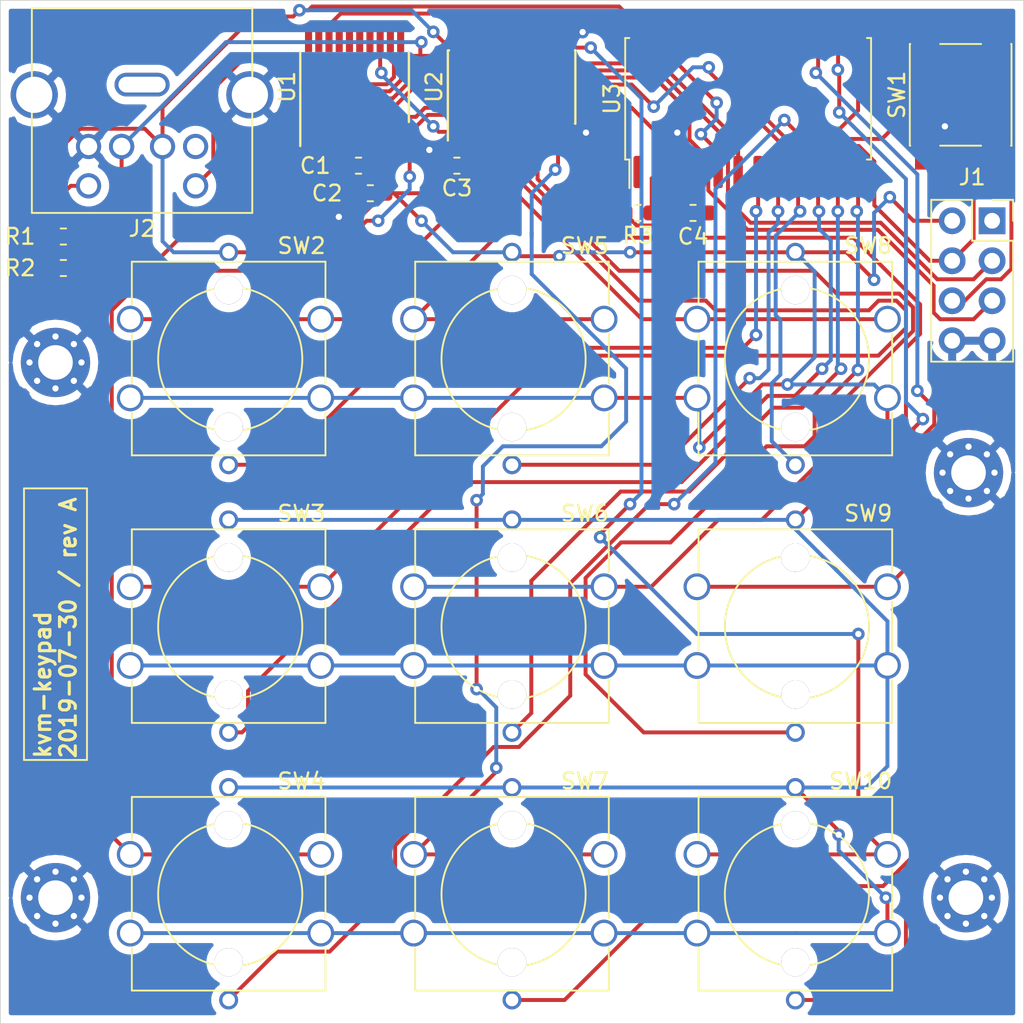
<source format=kicad_pcb>
(kicad_pcb (version 20171130) (host pcbnew 5.1.2-f72e74a~84~ubuntu18.04.1)

  (general
    (thickness 1.6)
    (drawings 9)
    (tracks 536)
    (zones 0)
    (modules 26)
    (nets 58)
  )

  (page A4)
  (layers
    (0 F.Cu signal)
    (31 B.Cu signal)
    (32 B.Adhes user)
    (33 F.Adhes user)
    (34 B.Paste user)
    (35 F.Paste user)
    (36 B.SilkS user)
    (37 F.SilkS user)
    (38 B.Mask user)
    (39 F.Mask user)
    (40 Dwgs.User user)
    (41 Cmts.User user)
    (42 Eco1.User user)
    (43 Eco2.User user)
    (44 Edge.Cuts user)
    (45 Margin user)
    (46 B.CrtYd user)
    (47 F.CrtYd user)
    (48 B.Fab user)
    (49 F.Fab user hide)
  )

  (setup
    (last_trace_width 0.25)
    (trace_clearance 0.2)
    (zone_clearance 0.508)
    (zone_45_only no)
    (trace_min 0.2)
    (via_size 0.8)
    (via_drill 0.4)
    (via_min_size 0.4)
    (via_min_drill 0.3)
    (uvia_size 0.3)
    (uvia_drill 0.1)
    (uvias_allowed no)
    (uvia_min_size 0.2)
    (uvia_min_drill 0.1)
    (edge_width 0.05)
    (segment_width 0.2)
    (pcb_text_width 0.3)
    (pcb_text_size 1.5 1.5)
    (mod_edge_width 0.12)
    (mod_text_size 1 1)
    (mod_text_width 0.15)
    (pad_size 0.7 0.7)
    (pad_drill 0.4)
    (pad_to_mask_clearance 0.051)
    (solder_mask_min_width 0.25)
    (aux_axis_origin 0 0)
    (visible_elements FFFFFF7F)
    (pcbplotparams
      (layerselection 0x010fc_ffffffff)
      (usegerberextensions false)
      (usegerberattributes false)
      (usegerberadvancedattributes false)
      (creategerberjobfile false)
      (excludeedgelayer true)
      (linewidth 0.100000)
      (plotframeref false)
      (viasonmask false)
      (mode 1)
      (useauxorigin false)
      (hpglpennumber 1)
      (hpglpenspeed 20)
      (hpglpendiameter 15.000000)
      (psnegative false)
      (psa4output false)
      (plotreference true)
      (plotvalue true)
      (plotinvisibletext false)
      (padsonsilk false)
      (subtractmaskfromsilk false)
      (outputformat 1)
      (mirror false)
      (drillshape 0)
      (scaleselection 1)
      (outputdirectory "mfg/revA/"))
  )

  (net 0 "")
  (net 1 GND)
  (net 2 "Net-(C1-Pad1)")
  (net 3 +3V3)
  (net 4 "Net-(J1-Pad1)")
  (net 5 UART_TX)
  (net 6 NRST)
  (net 7 UART_RX)
  (net 8 SWIM)
  (net 9 SDA)
  (net 10 "Net-(J2-Pad4)")
  (net 11 KEYPAD_INT)
  (net 12 SCL)
  (net 13 "Net-(R3-Pad1)")
  (net 14 A1_LED)
  (net 15 A1_BTN)
  (net 16 B1_BTN)
  (net 17 B1_LED)
  (net 18 C1_BTN)
  (net 19 C1_LED)
  (net 20 A2_BTN)
  (net 21 A2_LED)
  (net 22 B2_LED)
  (net 23 B2_BTN)
  (net 24 C2_LED)
  (net 25 C2_BTN)
  (net 26 A3_LED)
  (net 27 A3_BTN)
  (net 28 B3_BTN)
  (net 29 B3_LED)
  (net 30 C3_BTN)
  (net 31 C3_LED)
  (net 32 "Net-(U1-Pad1)")
  (net 33 "Net-(U1-Pad5)")
  (net 34 "Net-(U1-Pad6)")
  (net 35 "Net-(U1-Pad10)")
  (net 36 BTN_~INT)
  (net 37 "Net-(U1-Pad15)")
  (net 38 "Net-(U1-Pad16)")
  (net 39 "Net-(U1-Pad17)")
  (net 40 "Net-(U1-Pad19)")
  (net 41 "Net-(U1-Pad20)")
  (net 42 "Net-(U2-Pad14)")
  (net 43 "Net-(U2-Pad15)")
  (net 44 "Net-(U2-Pad16)")
  (net 45 "Net-(U2-Pad17)")
  (net 46 "Net-(U2-Pad18)")
  (net 47 "Net-(U2-Pad19)")
  (net 48 "Net-(U2-Pad20)")
  (net 49 "Net-(U3-Pad1)")
  (net 50 "Net-(U3-Pad16)")
  (net 51 "Net-(U3-Pad17)")
  (net 52 "Net-(U3-Pad18)")
  (net 53 "Net-(U3-Pad19)")
  (net 54 "Net-(U3-Pad20)")
  (net 55 "Net-(U3-Pad21)")
  (net 56 "Net-(U3-Pad22)")
  (net 57 "Net-(U3-Pad23)")

  (net_class Default "This is the default net class."
    (clearance 0.2)
    (trace_width 0.25)
    (via_dia 0.8)
    (via_drill 0.4)
    (uvia_dia 0.3)
    (uvia_drill 0.1)
    (add_net +3V3)
    (add_net A1_BTN)
    (add_net A1_LED)
    (add_net A2_BTN)
    (add_net A2_LED)
    (add_net A3_BTN)
    (add_net A3_LED)
    (add_net B1_BTN)
    (add_net B1_LED)
    (add_net B2_BTN)
    (add_net B2_LED)
    (add_net B3_BTN)
    (add_net B3_LED)
    (add_net BTN_~INT)
    (add_net C1_BTN)
    (add_net C1_LED)
    (add_net C2_BTN)
    (add_net C2_LED)
    (add_net C3_BTN)
    (add_net C3_LED)
    (add_net GND)
    (add_net KEYPAD_INT)
    (add_net NRST)
    (add_net "Net-(C1-Pad1)")
    (add_net "Net-(J1-Pad1)")
    (add_net "Net-(J2-Pad4)")
    (add_net "Net-(R3-Pad1)")
    (add_net "Net-(U1-Pad1)")
    (add_net "Net-(U1-Pad10)")
    (add_net "Net-(U1-Pad15)")
    (add_net "Net-(U1-Pad16)")
    (add_net "Net-(U1-Pad17)")
    (add_net "Net-(U1-Pad19)")
    (add_net "Net-(U1-Pad20)")
    (add_net "Net-(U1-Pad5)")
    (add_net "Net-(U1-Pad6)")
    (add_net "Net-(U2-Pad14)")
    (add_net "Net-(U2-Pad15)")
    (add_net "Net-(U2-Pad16)")
    (add_net "Net-(U2-Pad17)")
    (add_net "Net-(U2-Pad18)")
    (add_net "Net-(U2-Pad19)")
    (add_net "Net-(U2-Pad20)")
    (add_net "Net-(U3-Pad1)")
    (add_net "Net-(U3-Pad16)")
    (add_net "Net-(U3-Pad17)")
    (add_net "Net-(U3-Pad18)")
    (add_net "Net-(U3-Pad19)")
    (add_net "Net-(U3-Pad20)")
    (add_net "Net-(U3-Pad21)")
    (add_net "Net-(U3-Pad22)")
    (add_net "Net-(U3-Pad23)")
    (add_net SCL)
    (add_net SDA)
    (add_net SWIM)
    (add_net UART_RX)
    (add_net UART_TX)
  )

  (module MountingHole:MountingHole_2.2mm_M2_Pad_Via (layer F.Cu) (tedit 5D377633) (tstamp 5D378694)
    (at 91.5 60)
    (descr "Mounting Hole 2.2mm, M2")
    (tags "mounting hole 2.2mm m2")
    (attr virtual)
    (fp_text reference REF** (at 0 -3.2) (layer F.SilkS) hide
      (effects (font (size 1 1) (thickness 0.15)))
    )
    (fp_text value MountingHole_2.2mm_M2_Pad_Via (at 0 3.2) (layer F.Fab)
      (effects (font (size 1 1) (thickness 0.15)))
    )
    (fp_text user %R (at 0.3 0) (layer F.Fab)
      (effects (font (size 1 1) (thickness 0.15)))
    )
    (fp_circle (center 0 0) (end 2.2 0) (layer Cmts.User) (width 0.15))
    (fp_circle (center 0 0) (end 2.45 0) (layer F.CrtYd) (width 0.05))
    (pad 1 thru_hole circle (at 0 0) (size 4.4 4.4) (drill 2.2) (layers *.Cu *.Mask)
      (net 1 GND))
    (pad 1 thru_hole circle (at 1.65 0) (size 0.7 0.7) (drill 0.4) (layers *.Cu *.Mask)
      (net 1 GND))
    (pad 1 thru_hole circle (at 1.166726 1.166726) (size 0.7 0.7) (drill 0.4) (layers *.Cu *.Mask)
      (net 1 GND))
    (pad 1 thru_hole circle (at 0 1.65) (size 0.7 0.7) (drill 0.4) (layers *.Cu *.Mask)
      (net 1 GND))
    (pad 1 thru_hole circle (at -1.166726 1.166726) (size 0.7 0.7) (drill 0.4) (layers *.Cu *.Mask))
    (pad 1 thru_hole circle (at -1.65 0) (size 0.7 0.7) (drill 0.4) (layers *.Cu *.Mask)
      (net 1 GND))
    (pad 1 thru_hole circle (at -1.166726 -1.166726) (size 0.7 0.7) (drill 0.4) (layers *.Cu *.Mask)
      (net 1 GND))
    (pad 1 thru_hole circle (at 0 -1.65) (size 0.7 0.7) (drill 0.4) (layers *.Cu *.Mask)
      (net 1 GND))
    (pad 1 thru_hole circle (at 1.166726 -1.166726) (size 0.7 0.7) (drill 0.4) (layers *.Cu *.Mask)
      (net 1 GND))
  )

  (module MountingHole:MountingHole_2.2mm_M2_Pad_Via (layer F.Cu) (tedit 5D377633) (tstamp 5D378685)
    (at 91.333274 87)
    (descr "Mounting Hole 2.2mm, M2")
    (tags "mounting hole 2.2mm m2")
    (attr virtual)
    (fp_text reference REF** (at 0 -3.2) (layer F.SilkS) hide
      (effects (font (size 1 1) (thickness 0.15)))
    )
    (fp_text value MountingHole_2.2mm_M2_Pad_Via (at 0 3.2) (layer F.Fab)
      (effects (font (size 1 1) (thickness 0.15)))
    )
    (fp_circle (center 0 0) (end 2.45 0) (layer F.CrtYd) (width 0.05))
    (fp_circle (center 0 0) (end 2.2 0) (layer Cmts.User) (width 0.15))
    (fp_text user %R (at 0.3 0) (layer F.Fab)
      (effects (font (size 1 1) (thickness 0.15)))
    )
    (pad 1 thru_hole circle (at 1.166726 -1.166726) (size 0.7 0.7) (drill 0.4) (layers *.Cu *.Mask)
      (net 1 GND))
    (pad 1 thru_hole circle (at 0 -1.65) (size 0.7 0.7) (drill 0.4) (layers *.Cu *.Mask)
      (net 1 GND))
    (pad 1 thru_hole circle (at -1.166726 -1.166726) (size 0.7 0.7) (drill 0.4) (layers *.Cu *.Mask)
      (net 1 GND))
    (pad 1 thru_hole circle (at -1.65 0) (size 0.7 0.7) (drill 0.4) (layers *.Cu *.Mask)
      (net 1 GND))
    (pad 1 thru_hole circle (at -1.166726 1.166726) (size 0.7 0.7) (drill 0.4) (layers *.Cu *.Mask))
    (pad 1 thru_hole circle (at 0 1.65) (size 0.7 0.7) (drill 0.4) (layers *.Cu *.Mask)
      (net 1 GND))
    (pad 1 thru_hole circle (at 1.166726 1.166726) (size 0.7 0.7) (drill 0.4) (layers *.Cu *.Mask)
      (net 1 GND))
    (pad 1 thru_hole circle (at 1.65 0) (size 0.7 0.7) (drill 0.4) (layers *.Cu *.Mask)
      (net 1 GND))
    (pad 1 thru_hole circle (at 0 0) (size 4.4 4.4) (drill 2.2) (layers *.Cu *.Mask)
      (net 1 GND))
  )

  (module MountingHole:MountingHole_2.2mm_M2_Pad_Via (layer F.Cu) (tedit 5D377633) (tstamp 5D37861D)
    (at 33.5 87)
    (descr "Mounting Hole 2.2mm, M2")
    (tags "mounting hole 2.2mm m2")
    (attr virtual)
    (fp_text reference REF** (at 0 -3.2) (layer F.SilkS) hide
      (effects (font (size 1 1) (thickness 0.15)))
    )
    (fp_text value MountingHole_2.2mm_M2_Pad_Via (at 0 3.2) (layer F.Fab)
      (effects (font (size 1 1) (thickness 0.15)))
    )
    (fp_text user %R (at 0.3 0) (layer F.Fab)
      (effects (font (size 1 1) (thickness 0.15)))
    )
    (fp_circle (center 0 0) (end 2.2 0) (layer Cmts.User) (width 0.15))
    (fp_circle (center 0 0) (end 2.45 0) (layer F.CrtYd) (width 0.05))
    (pad 1 thru_hole circle (at 0 0) (size 4.4 4.4) (drill 2.2) (layers *.Cu *.Mask)
      (net 1 GND))
    (pad 1 thru_hole circle (at 1.65 0) (size 0.7 0.7) (drill 0.4) (layers *.Cu *.Mask)
      (net 1 GND))
    (pad 1 thru_hole circle (at 1.166726 1.166726) (size 0.7 0.7) (drill 0.4) (layers *.Cu *.Mask)
      (net 1 GND))
    (pad 1 thru_hole circle (at 0 1.65) (size 0.7 0.7) (drill 0.4) (layers *.Cu *.Mask)
      (net 1 GND))
    (pad 1 thru_hole circle (at -1.166726 1.166726) (size 0.7 0.7) (drill 0.4) (layers *.Cu *.Mask))
    (pad 1 thru_hole circle (at -1.65 0) (size 0.7 0.7) (drill 0.4) (layers *.Cu *.Mask)
      (net 1 GND))
    (pad 1 thru_hole circle (at -1.166726 -1.166726) (size 0.7 0.7) (drill 0.4) (layers *.Cu *.Mask)
      (net 1 GND))
    (pad 1 thru_hole circle (at 0 -1.65) (size 0.7 0.7) (drill 0.4) (layers *.Cu *.Mask)
      (net 1 GND))
    (pad 1 thru_hole circle (at 1.166726 -1.166726) (size 0.7 0.7) (drill 0.4) (layers *.Cu *.Mask)
      (net 1 GND))
  )

  (module MountingHole:MountingHole_2.2mm_M2_Pad_Via (layer F.Cu) (tedit 5D377633) (tstamp 5D3782CD)
    (at 33.5 53)
    (descr "Mounting Hole 2.2mm, M2")
    (tags "mounting hole 2.2mm m2")
    (attr virtual)
    (fp_text reference REF** (at 0 -3.2) (layer F.SilkS) hide
      (effects (font (size 1 1) (thickness 0.15)))
    )
    (fp_text value MountingHole_2.2mm_M2_Pad_Via (at 0 3.2) (layer F.Fab)
      (effects (font (size 1 1) (thickness 0.15)))
    )
    (fp_circle (center 0 0) (end 2.45 0) (layer F.CrtYd) (width 0.05))
    (fp_circle (center 0 0) (end 2.2 0) (layer Cmts.User) (width 0.15))
    (fp_text user %R (at 0.3 0) (layer F.Fab)
      (effects (font (size 1 1) (thickness 0.15)))
    )
    (pad 1 thru_hole circle (at 1.166726 -1.166726) (size 0.7 0.7) (drill 0.4) (layers *.Cu *.Mask)
      (net 1 GND))
    (pad 1 thru_hole circle (at 0 -1.65) (size 0.7 0.7) (drill 0.4) (layers *.Cu *.Mask)
      (net 1 GND))
    (pad 1 thru_hole circle (at -1.166726 -1.166726) (size 0.7 0.7) (drill 0.4) (layers *.Cu *.Mask)
      (net 1 GND))
    (pad 1 thru_hole circle (at -1.65 0) (size 0.7 0.7) (drill 0.4) (layers *.Cu *.Mask)
      (net 1 GND))
    (pad 1 thru_hole circle (at -1.166726 1.166726) (size 0.7 0.7) (drill 0.4) (layers *.Cu *.Mask))
    (pad 1 thru_hole circle (at 0 1.65) (size 0.7 0.7) (drill 0.4) (layers *.Cu *.Mask)
      (net 1 GND))
    (pad 1 thru_hole circle (at 1.166726 1.166726) (size 0.7 0.7) (drill 0.4) (layers *.Cu *.Mask)
      (net 1 GND))
    (pad 1 thru_hole circle (at 1.65 0) (size 0.7 0.7) (drill 0.4) (layers *.Cu *.Mask)
      (net 1 GND))
    (pad 1 thru_hole circle (at 0 0) (size 4.4 4.4) (drill 2.2) (layers *.Cu *.Mask)
      (net 1 GND))
  )

  (module Capacitor_SMD:C_0603_1608Metric_Pad1.05x0.95mm_HandSolder (layer F.Cu) (tedit 5B301BBE) (tstamp 5D37237D)
    (at 52.75 40.5 180)
    (descr "Capacitor SMD 0603 (1608 Metric), square (rectangular) end terminal, IPC_7351 nominal with elongated pad for handsoldering. (Body size source: http://www.tortai-tech.com/upload/download/2011102023233369053.pdf), generated with kicad-footprint-generator")
    (tags "capacitor handsolder")
    (path /5D4CD1D9)
    (attr smd)
    (fp_text reference C1 (at 2.75 0) (layer F.SilkS)
      (effects (font (size 1 1) (thickness 0.15)))
    )
    (fp_text value 0.47uF (at 0 1.43) (layer F.Fab)
      (effects (font (size 1 1) (thickness 0.15)))
    )
    (fp_text user %R (at 0 0) (layer F.Fab)
      (effects (font (size 0.4 0.4) (thickness 0.06)))
    )
    (fp_line (start 1.65 0.73) (end -1.65 0.73) (layer F.CrtYd) (width 0.05))
    (fp_line (start 1.65 -0.73) (end 1.65 0.73) (layer F.CrtYd) (width 0.05))
    (fp_line (start -1.65 -0.73) (end 1.65 -0.73) (layer F.CrtYd) (width 0.05))
    (fp_line (start -1.65 0.73) (end -1.65 -0.73) (layer F.CrtYd) (width 0.05))
    (fp_line (start -0.171267 0.51) (end 0.171267 0.51) (layer F.SilkS) (width 0.12))
    (fp_line (start -0.171267 -0.51) (end 0.171267 -0.51) (layer F.SilkS) (width 0.12))
    (fp_line (start 0.8 0.4) (end -0.8 0.4) (layer F.Fab) (width 0.1))
    (fp_line (start 0.8 -0.4) (end 0.8 0.4) (layer F.Fab) (width 0.1))
    (fp_line (start -0.8 -0.4) (end 0.8 -0.4) (layer F.Fab) (width 0.1))
    (fp_line (start -0.8 0.4) (end -0.8 -0.4) (layer F.Fab) (width 0.1))
    (pad 2 smd roundrect (at 0.875 0 180) (size 1.05 0.95) (layers F.Cu F.Paste F.Mask) (roundrect_rratio 0.25)
      (net 1 GND))
    (pad 1 smd roundrect (at -0.875 0 180) (size 1.05 0.95) (layers F.Cu F.Paste F.Mask) (roundrect_rratio 0.25)
      (net 2 "Net-(C1-Pad1)"))
    (model ${KISYS3DMOD}/Capacitor_SMD.3dshapes/C_0603_1608Metric.wrl
      (at (xyz 0 0 0))
      (scale (xyz 1 1 1))
      (rotate (xyz 0 0 0))
    )
  )

  (module Capacitor_SMD:C_0603_1608Metric_Pad1.05x0.95mm_HandSolder (layer F.Cu) (tedit 5B301BBE) (tstamp 5D370492)
    (at 53.5 42.25 180)
    (descr "Capacitor SMD 0603 (1608 Metric), square (rectangular) end terminal, IPC_7351 nominal with elongated pad for handsoldering. (Body size source: http://www.tortai-tech.com/upload/download/2011102023233369053.pdf), generated with kicad-footprint-generator")
    (tags "capacitor handsolder")
    (path /5D399B83)
    (attr smd)
    (fp_text reference C2 (at 2.75 0) (layer F.SilkS)
      (effects (font (size 1 1) (thickness 0.15)))
    )
    (fp_text value 0.1uF (at 0 1.43) (layer F.Fab)
      (effects (font (size 1 1) (thickness 0.15)))
    )
    (fp_line (start -0.8 0.4) (end -0.8 -0.4) (layer F.Fab) (width 0.1))
    (fp_line (start -0.8 -0.4) (end 0.8 -0.4) (layer F.Fab) (width 0.1))
    (fp_line (start 0.8 -0.4) (end 0.8 0.4) (layer F.Fab) (width 0.1))
    (fp_line (start 0.8 0.4) (end -0.8 0.4) (layer F.Fab) (width 0.1))
    (fp_line (start -0.171267 -0.51) (end 0.171267 -0.51) (layer F.SilkS) (width 0.12))
    (fp_line (start -0.171267 0.51) (end 0.171267 0.51) (layer F.SilkS) (width 0.12))
    (fp_line (start -1.65 0.73) (end -1.65 -0.73) (layer F.CrtYd) (width 0.05))
    (fp_line (start -1.65 -0.73) (end 1.65 -0.73) (layer F.CrtYd) (width 0.05))
    (fp_line (start 1.65 -0.73) (end 1.65 0.73) (layer F.CrtYd) (width 0.05))
    (fp_line (start 1.65 0.73) (end -1.65 0.73) (layer F.CrtYd) (width 0.05))
    (fp_text user %R (at 0 0) (layer F.Fab)
      (effects (font (size 0.4 0.4) (thickness 0.06)))
    )
    (pad 1 smd roundrect (at -0.875 0 180) (size 1.05 0.95) (layers F.Cu F.Paste F.Mask) (roundrect_rratio 0.25)
      (net 3 +3V3))
    (pad 2 smd roundrect (at 0.875 0 180) (size 1.05 0.95) (layers F.Cu F.Paste F.Mask) (roundrect_rratio 0.25)
      (net 1 GND))
    (model ${KISYS3DMOD}/Capacitor_SMD.3dshapes/C_0603_1608Metric.wrl
      (at (xyz 0 0 0))
      (scale (xyz 1 1 1))
      (rotate (xyz 0 0 0))
    )
  )

  (module Capacitor_SMD:C_0603_1608Metric_Pad1.05x0.95mm_HandSolder (layer F.Cu) (tedit 5B301BBE) (tstamp 5D36ED17)
    (at 59 40.5 180)
    (descr "Capacitor SMD 0603 (1608 Metric), square (rectangular) end terminal, IPC_7351 nominal with elongated pad for handsoldering. (Body size source: http://www.tortai-tech.com/upload/download/2011102023233369053.pdf), generated with kicad-footprint-generator")
    (tags "capacitor handsolder")
    (path /5D35DE37)
    (attr smd)
    (fp_text reference C3 (at 0 -1.43) (layer F.SilkS)
      (effects (font (size 1 1) (thickness 0.15)))
    )
    (fp_text value 0.1uF (at 0 1.43) (layer F.Fab)
      (effects (font (size 1 1) (thickness 0.15)))
    )
    (fp_line (start -0.8 0.4) (end -0.8 -0.4) (layer F.Fab) (width 0.1))
    (fp_line (start -0.8 -0.4) (end 0.8 -0.4) (layer F.Fab) (width 0.1))
    (fp_line (start 0.8 -0.4) (end 0.8 0.4) (layer F.Fab) (width 0.1))
    (fp_line (start 0.8 0.4) (end -0.8 0.4) (layer F.Fab) (width 0.1))
    (fp_line (start -0.171267 -0.51) (end 0.171267 -0.51) (layer F.SilkS) (width 0.12))
    (fp_line (start -0.171267 0.51) (end 0.171267 0.51) (layer F.SilkS) (width 0.12))
    (fp_line (start -1.65 0.73) (end -1.65 -0.73) (layer F.CrtYd) (width 0.05))
    (fp_line (start -1.65 -0.73) (end 1.65 -0.73) (layer F.CrtYd) (width 0.05))
    (fp_line (start 1.65 -0.73) (end 1.65 0.73) (layer F.CrtYd) (width 0.05))
    (fp_line (start 1.65 0.73) (end -1.65 0.73) (layer F.CrtYd) (width 0.05))
    (fp_text user %R (at 0 0) (layer F.Fab)
      (effects (font (size 0.4 0.4) (thickness 0.06)))
    )
    (pad 1 smd roundrect (at -0.875 0 180) (size 1.05 0.95) (layers F.Cu F.Paste F.Mask) (roundrect_rratio 0.25)
      (net 3 +3V3))
    (pad 2 smd roundrect (at 0.875 0 180) (size 1.05 0.95) (layers F.Cu F.Paste F.Mask) (roundrect_rratio 0.25)
      (net 1 GND))
    (model ${KISYS3DMOD}/Capacitor_SMD.3dshapes/C_0603_1608Metric.wrl
      (at (xyz 0 0 0))
      (scale (xyz 1 1 1))
      (rotate (xyz 0 0 0))
    )
  )

  (module Capacitor_SMD:C_0603_1608Metric_Pad1.05x0.95mm_HandSolder (layer F.Cu) (tedit 5B301BBE) (tstamp 5D36ED28)
    (at 74 43.5)
    (descr "Capacitor SMD 0603 (1608 Metric), square (rectangular) end terminal, IPC_7351 nominal with elongated pad for handsoldering. (Body size source: http://www.tortai-tech.com/upload/download/2011102023233369053.pdf), generated with kicad-footprint-generator")
    (tags "capacitor handsolder")
    (path /5D379682)
    (attr smd)
    (fp_text reference C4 (at 0 1.5) (layer F.SilkS)
      (effects (font (size 1 1) (thickness 0.15)))
    )
    (fp_text value 0.1uF (at 0 1.43) (layer F.Fab)
      (effects (font (size 1 1) (thickness 0.15)))
    )
    (fp_text user %R (at 0 0) (layer F.Fab)
      (effects (font (size 0.4 0.4) (thickness 0.06)))
    )
    (fp_line (start 1.65 0.73) (end -1.65 0.73) (layer F.CrtYd) (width 0.05))
    (fp_line (start 1.65 -0.73) (end 1.65 0.73) (layer F.CrtYd) (width 0.05))
    (fp_line (start -1.65 -0.73) (end 1.65 -0.73) (layer F.CrtYd) (width 0.05))
    (fp_line (start -1.65 0.73) (end -1.65 -0.73) (layer F.CrtYd) (width 0.05))
    (fp_line (start -0.171267 0.51) (end 0.171267 0.51) (layer F.SilkS) (width 0.12))
    (fp_line (start -0.171267 -0.51) (end 0.171267 -0.51) (layer F.SilkS) (width 0.12))
    (fp_line (start 0.8 0.4) (end -0.8 0.4) (layer F.Fab) (width 0.1))
    (fp_line (start 0.8 -0.4) (end 0.8 0.4) (layer F.Fab) (width 0.1))
    (fp_line (start -0.8 -0.4) (end 0.8 -0.4) (layer F.Fab) (width 0.1))
    (fp_line (start -0.8 0.4) (end -0.8 -0.4) (layer F.Fab) (width 0.1))
    (pad 2 smd roundrect (at 0.875 0) (size 1.05 0.95) (layers F.Cu F.Paste F.Mask) (roundrect_rratio 0.25)
      (net 1 GND))
    (pad 1 smd roundrect (at -0.875 0) (size 1.05 0.95) (layers F.Cu F.Paste F.Mask) (roundrect_rratio 0.25)
      (net 3 +3V3))
    (model ${KISYS3DMOD}/Capacitor_SMD.3dshapes/C_0603_1608Metric.wrl
      (at (xyz 0 0 0))
      (scale (xyz 1 1 1))
      (rotate (xyz 0 0 0))
    )
  )

  (module Connector_PinSocket_2.54mm:PinSocket_2x04_P2.54mm_Vertical (layer F.Cu) (tedit 5A19A422) (tstamp 5D36ED46)
    (at 93 44)
    (descr "Through hole straight socket strip, 2x04, 2.54mm pitch, double cols (from Kicad 4.0.7), script generated")
    (tags "Through hole socket strip THT 2x04 2.54mm double row")
    (path /5D47C4E6)
    (fp_text reference J1 (at -1.27 -2.77) (layer F.SilkS)
      (effects (font (size 1 1) (thickness 0.15)))
    )
    (fp_text value Debug (at -1.27 10.39) (layer F.Fab)
      (effects (font (size 1 1) (thickness 0.15)))
    )
    (fp_text user %R (at -1.27 3.81 90) (layer F.Fab)
      (effects (font (size 1 1) (thickness 0.15)))
    )
    (fp_line (start -4.34 9.4) (end -4.34 -1.8) (layer F.CrtYd) (width 0.05))
    (fp_line (start 1.76 9.4) (end -4.34 9.4) (layer F.CrtYd) (width 0.05))
    (fp_line (start 1.76 -1.8) (end 1.76 9.4) (layer F.CrtYd) (width 0.05))
    (fp_line (start -4.34 -1.8) (end 1.76 -1.8) (layer F.CrtYd) (width 0.05))
    (fp_line (start 0 -1.33) (end 1.33 -1.33) (layer F.SilkS) (width 0.12))
    (fp_line (start 1.33 -1.33) (end 1.33 0) (layer F.SilkS) (width 0.12))
    (fp_line (start -1.27 -1.33) (end -1.27 1.27) (layer F.SilkS) (width 0.12))
    (fp_line (start -1.27 1.27) (end 1.33 1.27) (layer F.SilkS) (width 0.12))
    (fp_line (start 1.33 1.27) (end 1.33 8.95) (layer F.SilkS) (width 0.12))
    (fp_line (start -3.87 8.95) (end 1.33 8.95) (layer F.SilkS) (width 0.12))
    (fp_line (start -3.87 -1.33) (end -3.87 8.95) (layer F.SilkS) (width 0.12))
    (fp_line (start -3.87 -1.33) (end -1.27 -1.33) (layer F.SilkS) (width 0.12))
    (fp_line (start -3.81 8.89) (end -3.81 -1.27) (layer F.Fab) (width 0.1))
    (fp_line (start 1.27 8.89) (end -3.81 8.89) (layer F.Fab) (width 0.1))
    (fp_line (start 1.27 -0.27) (end 1.27 8.89) (layer F.Fab) (width 0.1))
    (fp_line (start 0.27 -1.27) (end 1.27 -0.27) (layer F.Fab) (width 0.1))
    (fp_line (start -3.81 -1.27) (end 0.27 -1.27) (layer F.Fab) (width 0.1))
    (pad 8 thru_hole oval (at -2.54 7.62) (size 1.7 1.7) (drill 1) (layers *.Cu *.Mask)
      (net 1 GND))
    (pad 7 thru_hole oval (at 0 7.62) (size 1.7 1.7) (drill 1) (layers *.Cu *.Mask)
      (net 1 GND))
    (pad 6 thru_hole oval (at -2.54 5.08) (size 1.7 1.7) (drill 1) (layers *.Cu *.Mask)
      (net 8 SWIM))
    (pad 5 thru_hole oval (at 0 5.08) (size 1.7 1.7) (drill 1) (layers *.Cu *.Mask)
      (net 7 UART_RX))
    (pad 4 thru_hole oval (at -2.54 2.54) (size 1.7 1.7) (drill 1) (layers *.Cu *.Mask)
      (net 6 NRST))
    (pad 3 thru_hole oval (at 0 2.54) (size 1.7 1.7) (drill 1) (layers *.Cu *.Mask)
      (net 5 UART_TX))
    (pad 2 thru_hole oval (at -2.54 0) (size 1.7 1.7) (drill 1) (layers *.Cu *.Mask)
      (net 3 +3V3))
    (pad 1 thru_hole rect (at 0 0) (size 1.7 1.7) (drill 1) (layers *.Cu *.Mask)
      (net 4 "Net-(J1-Pad1)"))
    (model ${KISYS3DMOD}/Connector_PinSocket_2.54mm.3dshapes/PinSocket_2x04_P2.54mm_Vertical.wrl
      (at (xyz 0 0 0))
      (scale (xyz 1 1 1))
      (rotate (xyz 0 0 0))
    )
  )

  (module kvm-keypad:PS2 (layer F.Cu) (tedit 5D37753C) (tstamp 5D37385E)
    (at 39 37 180)
    (path /5D340B46)
    (fp_text reference J2 (at 0 -7.5) (layer F.SilkS)
      (effects (font (size 1 1) (thickness 0.15)))
    )
    (fp_text value Mini-DIN-6 (at 0 7.5) (layer F.Fab)
      (effects (font (size 1 1) (thickness 0.15)))
    )
    (fp_line (start -7 6.5) (end 7 6.5) (layer F.SilkS) (width 0.12))
    (fp_line (start -7 -6.5) (end 7 -6.5) (layer F.SilkS) (width 0.12))
    (fp_line (start -7 -6.5) (end -7 6.5) (layer F.SilkS) (width 0.12))
    (fp_line (start 7 6.5) (end 7 -6.5) (layer F.SilkS) (width 0.12))
    (pad 1 thru_hole circle (at 1.3 -2.28 180) (size 1.6 1.6) (drill 1.1) (layers *.Cu *.Mask)
      (net 9 SDA))
    (pad 1 thru_hole circle (at 1.3 -2.28 180) (size 1.6 1.6) (drill 1.1) (layers *.Cu *.Mask)
      (net 9 SDA))
    (pad 2 thru_hole circle (at -1.3 -2.28 180) (size 1.6 1.6) (drill 1.1) (layers *.Cu *.Mask)
      (net 3 +3V3))
    (pad 3 thru_hole circle (at 3.4 -2.28 180) (size 1.6 1.6) (drill 1.1) (layers *.Cu *.Mask)
      (net 1 GND))
    (pad 4 thru_hole circle (at -3.4 -2.28 180) (size 1.6 1.6) (drill 1.1) (layers *.Cu *.Mask)
      (net 10 "Net-(J2-Pad4)"))
    (pad 6 thru_hole circle (at -3.4 -4.78 180) (size 1.6 1.6) (drill 1.1) (layers *.Cu *.Mask)
      (net 11 KEYPAD_INT))
    (pad 5 thru_hole circle (at 3.4 -4.78 180) (size 1.6 1.6) (drill 1.1) (layers *.Cu *.Mask)
      (net 12 SCL))
    (pad "" thru_hole circle (at -6.85 1 180) (size 3 3) (drill 2.3) (layers *.Cu *.Mask)
      (net 1 GND))
    (pad "" thru_hole circle (at 6.85 1 180) (size 3 3) (drill 2.3) (layers *.Cu *.Mask)
      (net 1 GND))
    (pad "" thru_hole oval (at 0 1.65 180) (size 3.5 1.5) (drill oval 3 1) (layers *.Cu *.Mask))
  )

  (module Resistor_SMD:R_0603_1608Metric_Pad1.05x0.95mm_HandSolder (layer F.Cu) (tedit 5B301BBD) (tstamp 5D372235)
    (at 34 45)
    (descr "Resistor SMD 0603 (1608 Metric), square (rectangular) end terminal, IPC_7351 nominal with elongated pad for handsoldering. (Body size source: http://www.tortai-tech.com/upload/download/2011102023233369053.pdf), generated with kicad-footprint-generator")
    (tags "resistor handsolder")
    (path /5D633D89)
    (attr smd)
    (fp_text reference R1 (at -2.75 0) (layer F.SilkS)
      (effects (font (size 1 1) (thickness 0.15)))
    )
    (fp_text value 10k (at 0 1.43) (layer F.Fab)
      (effects (font (size 1 1) (thickness 0.15)))
    )
    (fp_line (start -0.8 0.4) (end -0.8 -0.4) (layer F.Fab) (width 0.1))
    (fp_line (start -0.8 -0.4) (end 0.8 -0.4) (layer F.Fab) (width 0.1))
    (fp_line (start 0.8 -0.4) (end 0.8 0.4) (layer F.Fab) (width 0.1))
    (fp_line (start 0.8 0.4) (end -0.8 0.4) (layer F.Fab) (width 0.1))
    (fp_line (start -0.171267 -0.51) (end 0.171267 -0.51) (layer F.SilkS) (width 0.12))
    (fp_line (start -0.171267 0.51) (end 0.171267 0.51) (layer F.SilkS) (width 0.12))
    (fp_line (start -1.65 0.73) (end -1.65 -0.73) (layer F.CrtYd) (width 0.05))
    (fp_line (start -1.65 -0.73) (end 1.65 -0.73) (layer F.CrtYd) (width 0.05))
    (fp_line (start 1.65 -0.73) (end 1.65 0.73) (layer F.CrtYd) (width 0.05))
    (fp_line (start 1.65 0.73) (end -1.65 0.73) (layer F.CrtYd) (width 0.05))
    (fp_text user %R (at 0 0) (layer F.Fab)
      (effects (font (size 0.4 0.4) (thickness 0.06)))
    )
    (pad 1 smd roundrect (at -0.875 0) (size 1.05 0.95) (layers F.Cu F.Paste F.Mask) (roundrect_rratio 0.25)
      (net 3 +3V3))
    (pad 2 smd roundrect (at 0.875 0) (size 1.05 0.95) (layers F.Cu F.Paste F.Mask) (roundrect_rratio 0.25)
      (net 9 SDA))
    (model ${KISYS3DMOD}/Resistor_SMD.3dshapes/R_0603_1608Metric.wrl
      (at (xyz 0 0 0))
      (scale (xyz 1 1 1))
      (rotate (xyz 0 0 0))
    )
  )

  (module Resistor_SMD:R_0603_1608Metric_Pad1.05x0.95mm_HandSolder (layer F.Cu) (tedit 5B301BBD) (tstamp 5D36ED7A)
    (at 34 47)
    (descr "Resistor SMD 0603 (1608 Metric), square (rectangular) end terminal, IPC_7351 nominal with elongated pad for handsoldering. (Body size source: http://www.tortai-tech.com/upload/download/2011102023233369053.pdf), generated with kicad-footprint-generator")
    (tags "resistor handsolder")
    (path /5D605847)
    (attr smd)
    (fp_text reference R2 (at -2.75 0) (layer F.SilkS)
      (effects (font (size 1 1) (thickness 0.15)))
    )
    (fp_text value 10k (at 0 1.43) (layer F.Fab)
      (effects (font (size 1 1) (thickness 0.15)))
    )
    (fp_text user %R (at 0 0) (layer F.Fab)
      (effects (font (size 0.4 0.4) (thickness 0.06)))
    )
    (fp_line (start 1.65 0.73) (end -1.65 0.73) (layer F.CrtYd) (width 0.05))
    (fp_line (start 1.65 -0.73) (end 1.65 0.73) (layer F.CrtYd) (width 0.05))
    (fp_line (start -1.65 -0.73) (end 1.65 -0.73) (layer F.CrtYd) (width 0.05))
    (fp_line (start -1.65 0.73) (end -1.65 -0.73) (layer F.CrtYd) (width 0.05))
    (fp_line (start -0.171267 0.51) (end 0.171267 0.51) (layer F.SilkS) (width 0.12))
    (fp_line (start -0.171267 -0.51) (end 0.171267 -0.51) (layer F.SilkS) (width 0.12))
    (fp_line (start 0.8 0.4) (end -0.8 0.4) (layer F.Fab) (width 0.1))
    (fp_line (start 0.8 -0.4) (end 0.8 0.4) (layer F.Fab) (width 0.1))
    (fp_line (start -0.8 -0.4) (end 0.8 -0.4) (layer F.Fab) (width 0.1))
    (fp_line (start -0.8 0.4) (end -0.8 -0.4) (layer F.Fab) (width 0.1))
    (pad 2 smd roundrect (at 0.875 0) (size 1.05 0.95) (layers F.Cu F.Paste F.Mask) (roundrect_rratio 0.25)
      (net 12 SCL))
    (pad 1 smd roundrect (at -0.875 0) (size 1.05 0.95) (layers F.Cu F.Paste F.Mask) (roundrect_rratio 0.25)
      (net 3 +3V3))
    (model ${KISYS3DMOD}/Resistor_SMD.3dshapes/R_0603_1608Metric.wrl
      (at (xyz 0 0 0))
      (scale (xyz 1 1 1))
      (rotate (xyz 0 0 0))
    )
  )

  (module Resistor_SMD:R_0603_1608Metric_Pad1.05x0.95mm_HandSolder (layer F.Cu) (tedit 5B301BBD) (tstamp 5D371FE6)
    (at 70.5 43.5 180)
    (descr "Resistor SMD 0603 (1608 Metric), square (rectangular) end terminal, IPC_7351 nominal with elongated pad for handsoldering. (Body size source: http://www.tortai-tech.com/upload/download/2011102023233369053.pdf), generated with kicad-footprint-generator")
    (tags "resistor handsolder")
    (path /5D439A9F)
    (attr smd)
    (fp_text reference R3 (at 0 -1.43) (layer F.SilkS)
      (effects (font (size 1 1) (thickness 0.15)))
    )
    (fp_text value 3.3k (at 0 1.43) (layer F.Fab)
      (effects (font (size 1 1) (thickness 0.15)))
    )
    (fp_line (start -0.8 0.4) (end -0.8 -0.4) (layer F.Fab) (width 0.1))
    (fp_line (start -0.8 -0.4) (end 0.8 -0.4) (layer F.Fab) (width 0.1))
    (fp_line (start 0.8 -0.4) (end 0.8 0.4) (layer F.Fab) (width 0.1))
    (fp_line (start 0.8 0.4) (end -0.8 0.4) (layer F.Fab) (width 0.1))
    (fp_line (start -0.171267 -0.51) (end 0.171267 -0.51) (layer F.SilkS) (width 0.12))
    (fp_line (start -0.171267 0.51) (end 0.171267 0.51) (layer F.SilkS) (width 0.12))
    (fp_line (start -1.65 0.73) (end -1.65 -0.73) (layer F.CrtYd) (width 0.05))
    (fp_line (start -1.65 -0.73) (end 1.65 -0.73) (layer F.CrtYd) (width 0.05))
    (fp_line (start 1.65 -0.73) (end 1.65 0.73) (layer F.CrtYd) (width 0.05))
    (fp_line (start 1.65 0.73) (end -1.65 0.73) (layer F.CrtYd) (width 0.05))
    (fp_text user %R (at 0 0) (layer F.Fab)
      (effects (font (size 0.4 0.4) (thickness 0.06)))
    )
    (pad 1 smd roundrect (at -0.875 0 180) (size 1.05 0.95) (layers F.Cu F.Paste F.Mask) (roundrect_rratio 0.25)
      (net 13 "Net-(R3-Pad1)"))
    (pad 2 smd roundrect (at 0.875 0 180) (size 1.05 0.95) (layers F.Cu F.Paste F.Mask) (roundrect_rratio 0.25)
      (net 1 GND))
    (model ${KISYS3DMOD}/Resistor_SMD.3dshapes/R_0603_1608Metric.wrl
      (at (xyz 0 0 0))
      (scale (xyz 1 1 1))
      (rotate (xyz 0 0 0))
    )
  )

  (module Button_Switch_SMD:SW_Push_1P1T_NO_6x6mm_H9.5mm (layer F.Cu) (tedit 5CA1CA7F) (tstamp 5D36EDA5)
    (at 91 36 90)
    (descr "tactile push button, 6x6mm e.g. PTS645xx series, height=9.5mm")
    (tags "tact sw push 6mm smd")
    (path /5D502840)
    (attr smd)
    (fp_text reference SW1 (at 0 -4.05 90) (layer F.SilkS)
      (effects (font (size 1 1) (thickness 0.15)))
    )
    (fp_text value Reset (at 0 4.15 90) (layer F.Fab)
      (effects (font (size 1 1) (thickness 0.15)))
    )
    (fp_text user %R (at 0 -4.05 90) (layer F.Fab)
      (effects (font (size 1 1) (thickness 0.15)))
    )
    (fp_line (start -3 -3) (end -3 3) (layer F.Fab) (width 0.1))
    (fp_line (start -3 3) (end 3 3) (layer F.Fab) (width 0.1))
    (fp_line (start 3 3) (end 3 -3) (layer F.Fab) (width 0.1))
    (fp_line (start 3 -3) (end -3 -3) (layer F.Fab) (width 0.1))
    (fp_line (start 5 3.25) (end 5 -3.25) (layer F.CrtYd) (width 0.05))
    (fp_line (start -5 -3.25) (end -5 3.25) (layer F.CrtYd) (width 0.05))
    (fp_line (start -5 3.25) (end 5 3.25) (layer F.CrtYd) (width 0.05))
    (fp_line (start -5 -3.25) (end 5 -3.25) (layer F.CrtYd) (width 0.05))
    (fp_line (start 3.23 -3.23) (end 3.23 -3.2) (layer F.SilkS) (width 0.12))
    (fp_line (start 3.23 3.23) (end 3.23 3.2) (layer F.SilkS) (width 0.12))
    (fp_line (start -3.23 3.23) (end -3.23 3.2) (layer F.SilkS) (width 0.12))
    (fp_line (start -3.23 -3.2) (end -3.23 -3.23) (layer F.SilkS) (width 0.12))
    (fp_line (start 3.23 -1.3) (end 3.23 1.3) (layer F.SilkS) (width 0.12))
    (fp_line (start -3.23 -3.23) (end 3.23 -3.23) (layer F.SilkS) (width 0.12))
    (fp_line (start -3.23 -1.3) (end -3.23 1.3) (layer F.SilkS) (width 0.12))
    (fp_line (start -3.23 3.23) (end 3.23 3.23) (layer F.SilkS) (width 0.12))
    (fp_circle (center 0 0) (end 1.75 -0.05) (layer F.Fab) (width 0.1))
    (pad 2 smd rect (at -3.975 2.25 90) (size 1.55 1.3) (layers F.Cu F.Paste F.Mask)
      (net 6 NRST))
    (pad 1 smd rect (at -3.975 -2.25 90) (size 1.55 1.3) (layers F.Cu F.Paste F.Mask)
      (net 1 GND))
    (pad 1 smd rect (at 3.975 -2.25 90) (size 1.55 1.3) (layers F.Cu F.Paste F.Mask)
      (net 1 GND))
    (pad 2 smd rect (at 3.975 2.25 90) (size 1.55 1.3) (layers F.Cu F.Paste F.Mask)
      (net 6 NRST))
    (model ${KISYS3DMOD}/Button_Switch_SMD.3dshapes/SW_PUSH_6mm_H9.5mm.wrl
      (at (xyz 0 0 0))
      (scale (xyz 1 1 1))
      (rotate (xyz 0 0 0))
    )
  )

  (module kvm-keypad:K6-1212A (layer F.Cu) (tedit 5D36CFA4) (tstamp 5D374D71)
    (at 38.25 52.75)
    (path /5D3B050F)
    (fp_text reference SW2 (at 12.5 -7.16) (layer F.SilkS)
      (effects (font (size 1 1) (thickness 0.15)) (justify right))
    )
    (fp_text value A1 (at 6.25 -1) (layer F.Fab)
      (effects (font (size 1 1) (thickness 0.15)))
    )
    (fp_line (start 0.25 6) (end 12.25 6) (layer F.Fab) (width 0.1))
    (fp_line (start 0.25 -6) (end 12.25 -6) (layer F.Fab) (width 0.1))
    (fp_line (start 12.25 -6) (end 12.25 6) (layer F.Fab) (width 0.1))
    (fp_text user %R (at 6.35 1.04) (layer F.Fab)
      (effects (font (size 1 1) (thickness 0.15)))
    )
    (fp_line (start 0.1 -6.15) (end 12.4 -6.15) (layer F.SilkS) (width 0.12))
    (fp_line (start 12.4 -1.57) (end 12.4 1.57) (layer F.SilkS) (width 0.12))
    (fp_line (start 12.4 6.15) (end 0.1 6.15) (layer F.SilkS) (width 0.12))
    (fp_line (start 0.1 -3.43) (end 0.1 -6.15) (layer F.SilkS) (width 0.12))
    (fp_line (start -1.77 -6.25) (end 14.25 -6.25) (layer F.CrtYd) (width 0.05))
    (fp_line (start -1.77 -6.25) (end -1.77 6.25) (layer F.CrtYd) (width 0.05))
    (fp_line (start 14.25 6.25) (end 14.25 -6.25) (layer F.CrtYd) (width 0.05))
    (fp_line (start 14.25 6.25) (end -1.77 6.25) (layer F.CrtYd) (width 0.05))
    (fp_circle (center 6.35 0.04) (end 10.16 2.58) (layer F.SilkS) (width 0.12))
    (fp_line (start 0.25 -6) (end 0.25 6) (layer F.Fab) (width 0.1))
    (fp_line (start 0.1 6.15) (end 0.1 3.43) (layer F.SilkS) (width 0.12))
    (fp_line (start 0.1 1.57) (end 0.1 -1.57) (layer F.SilkS) (width 0.12))
    (fp_line (start 12.4 3.43) (end 12.4 6.15) (layer F.SilkS) (width 0.12))
    (fp_line (start 12.4 -6.15) (end 12.4 -3.43) (layer F.SilkS) (width 0.12))
    (pad "" thru_hole circle (at 6.25 -4.35) (size 1.8 1.8) (drill 1.8) (layers *.Cu *.Mask))
    (pad "" thru_hole circle (at 6.25 4.35) (size 1.8 1.8) (drill 1.8) (layers *.Cu *.Mask))
    (pad 4 thru_hole circle (at 6.25 -6.75) (size 1.2 1.2) (drill 0.8) (layers *.Cu *.Mask)
      (net 3 +3V3))
    (pad 3 thru_hole circle (at 6.25 6.75) (size 1.2 1.2) (drill 0.8) (layers *.Cu *.Mask)
      (net 14 A1_LED))
    (pad 1 thru_hole circle (at 12.1 -2.5) (size 1.7 1.7) (drill 1.3) (layers *.Cu *.Mask)
      (net 15 A1_BTN))
    (pad 2 thru_hole circle (at 12.1 2.5) (size 1.7 1.7) (drill 1.3) (layers *.Cu *.Mask)
      (net 3 +3V3))
    (pad 1 thru_hole circle (at 0 -2.5) (size 1.7 1.7) (drill 1.3) (layers *.Cu *.Mask)
      (net 15 A1_BTN))
    (pad 2 thru_hole circle (at 0 2.5) (size 1.7 1.7) (drill 1.3) (layers *.Cu *.Mask)
      (net 3 +3V3))
    (model ${KISYS3DMOD}/Button_Switch_THT.3dshapes/SW_PUSH-12mm.wrl
      (at (xyz 0 0 0))
      (scale (xyz 1 1 1))
      (rotate (xyz 0 0 0))
    )
  )

  (module kvm-keypad:K6-1212A (layer F.Cu) (tedit 5D36CFA4) (tstamp 5D3712BE)
    (at 38.25 69.75)
    (path /5D3E0C2D)
    (fp_text reference SW3 (at 12.5 -7.16) (layer F.SilkS)
      (effects (font (size 1 1) (thickness 0.15)) (justify right))
    )
    (fp_text value B1 (at 6.25 -1) (layer F.Fab)
      (effects (font (size 1 1) (thickness 0.15)))
    )
    (fp_line (start 12.4 -6.15) (end 12.4 -3.43) (layer F.SilkS) (width 0.12))
    (fp_line (start 12.4 3.43) (end 12.4 6.15) (layer F.SilkS) (width 0.12))
    (fp_line (start 0.1 1.57) (end 0.1 -1.57) (layer F.SilkS) (width 0.12))
    (fp_line (start 0.1 6.15) (end 0.1 3.43) (layer F.SilkS) (width 0.12))
    (fp_line (start 0.25 -6) (end 0.25 6) (layer F.Fab) (width 0.1))
    (fp_circle (center 6.35 0.04) (end 10.16 2.58) (layer F.SilkS) (width 0.12))
    (fp_line (start 14.25 6.25) (end -1.77 6.25) (layer F.CrtYd) (width 0.05))
    (fp_line (start 14.25 6.25) (end 14.25 -6.25) (layer F.CrtYd) (width 0.05))
    (fp_line (start -1.77 -6.25) (end -1.77 6.25) (layer F.CrtYd) (width 0.05))
    (fp_line (start -1.77 -6.25) (end 14.25 -6.25) (layer F.CrtYd) (width 0.05))
    (fp_line (start 0.1 -3.43) (end 0.1 -6.15) (layer F.SilkS) (width 0.12))
    (fp_line (start 12.4 6.15) (end 0.1 6.15) (layer F.SilkS) (width 0.12))
    (fp_line (start 12.4 -1.57) (end 12.4 1.57) (layer F.SilkS) (width 0.12))
    (fp_line (start 0.1 -6.15) (end 12.4 -6.15) (layer F.SilkS) (width 0.12))
    (fp_text user %R (at 6.35 1.04) (layer F.Fab)
      (effects (font (size 1 1) (thickness 0.15)))
    )
    (fp_line (start 12.25 -6) (end 12.25 6) (layer F.Fab) (width 0.1))
    (fp_line (start 0.25 -6) (end 12.25 -6) (layer F.Fab) (width 0.1))
    (fp_line (start 0.25 6) (end 12.25 6) (layer F.Fab) (width 0.1))
    (pad 2 thru_hole circle (at 0 2.5) (size 1.7 1.7) (drill 1.3) (layers *.Cu *.Mask)
      (net 3 +3V3))
    (pad 1 thru_hole circle (at 0 -2.5) (size 1.7 1.7) (drill 1.3) (layers *.Cu *.Mask)
      (net 16 B1_BTN))
    (pad 2 thru_hole circle (at 12.1 2.5) (size 1.7 1.7) (drill 1.3) (layers *.Cu *.Mask)
      (net 3 +3V3))
    (pad 1 thru_hole circle (at 12.1 -2.5) (size 1.7 1.7) (drill 1.3) (layers *.Cu *.Mask)
      (net 16 B1_BTN))
    (pad 3 thru_hole circle (at 6.25 6.75) (size 1.2 1.2) (drill 0.8) (layers *.Cu *.Mask)
      (net 17 B1_LED))
    (pad 4 thru_hole circle (at 6.25 -6.75) (size 1.2 1.2) (drill 0.8) (layers *.Cu *.Mask)
      (net 3 +3V3))
    (pad "" thru_hole circle (at 6.25 4.35) (size 1.8 1.8) (drill 1.8) (layers *.Cu *.Mask))
    (pad "" thru_hole circle (at 6.25 -4.35) (size 1.8 1.8) (drill 1.8) (layers *.Cu *.Mask))
    (model ${KISYS3DMOD}/Button_Switch_THT.3dshapes/SW_PUSH-12mm.wrl
      (at (xyz 0 0 0))
      (scale (xyz 1 1 1))
      (rotate (xyz 0 0 0))
    )
  )

  (module kvm-keypad:K6-1212A (layer F.Cu) (tedit 5D36CFA4) (tstamp 5D371267)
    (at 38.25 86.75)
    (path /5D3E893D)
    (fp_text reference SW4 (at 12.5 -7.16) (layer F.SilkS)
      (effects (font (size 1 1) (thickness 0.15)) (justify right))
    )
    (fp_text value C1 (at 6.25 -1) (layer F.Fab)
      (effects (font (size 1 1) (thickness 0.15)))
    )
    (fp_line (start 12.4 -6.15) (end 12.4 -3.43) (layer F.SilkS) (width 0.12))
    (fp_line (start 12.4 3.43) (end 12.4 6.15) (layer F.SilkS) (width 0.12))
    (fp_line (start 0.1 1.57) (end 0.1 -1.57) (layer F.SilkS) (width 0.12))
    (fp_line (start 0.1 6.15) (end 0.1 3.43) (layer F.SilkS) (width 0.12))
    (fp_line (start 0.25 -6) (end 0.25 6) (layer F.Fab) (width 0.1))
    (fp_circle (center 6.35 0.04) (end 10.16 2.58) (layer F.SilkS) (width 0.12))
    (fp_line (start 14.25 6.25) (end -1.77 6.25) (layer F.CrtYd) (width 0.05))
    (fp_line (start 14.25 6.25) (end 14.25 -6.25) (layer F.CrtYd) (width 0.05))
    (fp_line (start -1.77 -6.25) (end -1.77 6.25) (layer F.CrtYd) (width 0.05))
    (fp_line (start -1.77 -6.25) (end 14.25 -6.25) (layer F.CrtYd) (width 0.05))
    (fp_line (start 0.1 -3.43) (end 0.1 -6.15) (layer F.SilkS) (width 0.12))
    (fp_line (start 12.4 6.15) (end 0.1 6.15) (layer F.SilkS) (width 0.12))
    (fp_line (start 12.4 -1.57) (end 12.4 1.57) (layer F.SilkS) (width 0.12))
    (fp_line (start 0.1 -6.15) (end 12.4 -6.15) (layer F.SilkS) (width 0.12))
    (fp_text user %R (at 6.35 1.04) (layer F.Fab)
      (effects (font (size 1 1) (thickness 0.15)))
    )
    (fp_line (start 12.25 -6) (end 12.25 6) (layer F.Fab) (width 0.1))
    (fp_line (start 0.25 -6) (end 12.25 -6) (layer F.Fab) (width 0.1))
    (fp_line (start 0.25 6) (end 12.25 6) (layer F.Fab) (width 0.1))
    (pad 2 thru_hole circle (at 0 2.5) (size 1.7 1.7) (drill 1.3) (layers *.Cu *.Mask)
      (net 3 +3V3))
    (pad 1 thru_hole circle (at 0 -2.5) (size 1.7 1.7) (drill 1.3) (layers *.Cu *.Mask)
      (net 18 C1_BTN))
    (pad 2 thru_hole circle (at 12.1 2.5) (size 1.7 1.7) (drill 1.3) (layers *.Cu *.Mask)
      (net 3 +3V3))
    (pad 1 thru_hole circle (at 12.1 -2.5) (size 1.7 1.7) (drill 1.3) (layers *.Cu *.Mask)
      (net 18 C1_BTN))
    (pad 3 thru_hole circle (at 6.25 6.75) (size 1.2 1.2) (drill 0.8) (layers *.Cu *.Mask)
      (net 19 C1_LED))
    (pad 4 thru_hole circle (at 6.25 -6.75) (size 1.2 1.2) (drill 0.8) (layers *.Cu *.Mask)
      (net 3 +3V3))
    (pad "" thru_hole circle (at 6.25 4.35) (size 1.8 1.8) (drill 1.8) (layers *.Cu *.Mask))
    (pad "" thru_hole circle (at 6.25 -4.35) (size 1.8 1.8) (drill 1.8) (layers *.Cu *.Mask))
    (model ${KISYS3DMOD}/Button_Switch_THT.3dshapes/SW_PUSH-12mm.wrl
      (at (xyz 0 0 0))
      (scale (xyz 1 1 1))
      (rotate (xyz 0 0 0))
    )
  )

  (module kvm-keypad:K6-1212A (layer F.Cu) (tedit 5D36CFA4) (tstamp 5D3711B9)
    (at 56.25 52.75)
    (path /5D3CA7BA)
    (fp_text reference SW5 (at 12.5 -7.16) (layer F.SilkS)
      (effects (font (size 1 1) (thickness 0.15)) (justify right))
    )
    (fp_text value A2 (at 6.25 -1) (layer F.Fab)
      (effects (font (size 1 1) (thickness 0.15)))
    )
    (fp_line (start 12.4 -6.15) (end 12.4 -3.43) (layer F.SilkS) (width 0.12))
    (fp_line (start 12.4 3.43) (end 12.4 6.15) (layer F.SilkS) (width 0.12))
    (fp_line (start 0.1 1.57) (end 0.1 -1.57) (layer F.SilkS) (width 0.12))
    (fp_line (start 0.1 6.15) (end 0.1 3.43) (layer F.SilkS) (width 0.12))
    (fp_line (start 0.25 -6) (end 0.25 6) (layer F.Fab) (width 0.1))
    (fp_circle (center 6.35 0.04) (end 10.16 2.58) (layer F.SilkS) (width 0.12))
    (fp_line (start 14.25 6.25) (end -1.77 6.25) (layer F.CrtYd) (width 0.05))
    (fp_line (start 14.25 6.25) (end 14.25 -6.25) (layer F.CrtYd) (width 0.05))
    (fp_line (start -1.77 -6.25) (end -1.77 6.25) (layer F.CrtYd) (width 0.05))
    (fp_line (start -1.77 -6.25) (end 14.25 -6.25) (layer F.CrtYd) (width 0.05))
    (fp_line (start 0.1 -3.43) (end 0.1 -6.15) (layer F.SilkS) (width 0.12))
    (fp_line (start 12.4 6.15) (end 0.1 6.15) (layer F.SilkS) (width 0.12))
    (fp_line (start 12.4 -1.57) (end 12.4 1.57) (layer F.SilkS) (width 0.12))
    (fp_line (start 0.1 -6.15) (end 12.4 -6.15) (layer F.SilkS) (width 0.12))
    (fp_text user %R (at 6.35 1.04) (layer F.Fab)
      (effects (font (size 1 1) (thickness 0.15)))
    )
    (fp_line (start 12.25 -6) (end 12.25 6) (layer F.Fab) (width 0.1))
    (fp_line (start 0.25 -6) (end 12.25 -6) (layer F.Fab) (width 0.1))
    (fp_line (start 0.25 6) (end 12.25 6) (layer F.Fab) (width 0.1))
    (pad 2 thru_hole circle (at 0 2.5) (size 1.7 1.7) (drill 1.3) (layers *.Cu *.Mask)
      (net 3 +3V3))
    (pad 1 thru_hole circle (at 0 -2.5) (size 1.7 1.7) (drill 1.3) (layers *.Cu *.Mask)
      (net 20 A2_BTN))
    (pad 2 thru_hole circle (at 12.1 2.5) (size 1.7 1.7) (drill 1.3) (layers *.Cu *.Mask)
      (net 3 +3V3))
    (pad 1 thru_hole circle (at 12.1 -2.5) (size 1.7 1.7) (drill 1.3) (layers *.Cu *.Mask)
      (net 20 A2_BTN))
    (pad 3 thru_hole circle (at 6.25 6.75) (size 1.2 1.2) (drill 0.8) (layers *.Cu *.Mask)
      (net 21 A2_LED))
    (pad 4 thru_hole circle (at 6.25 -6.75) (size 1.2 1.2) (drill 0.8) (layers *.Cu *.Mask)
      (net 3 +3V3))
    (pad "" thru_hole circle (at 6.25 4.35) (size 1.8 1.8) (drill 1.8) (layers *.Cu *.Mask))
    (pad "" thru_hole circle (at 6.25 -4.35) (size 1.8 1.8) (drill 1.8) (layers *.Cu *.Mask))
    (model ${KISYS3DMOD}/Button_Switch_THT.3dshapes/SW_PUSH-12mm.wrl
      (at (xyz 0 0 0))
      (scale (xyz 1 1 1))
      (rotate (xyz 0 0 0))
    )
  )

  (module kvm-keypad:K6-1212A (layer F.Cu) (tedit 5D36CFA4) (tstamp 5D371315)
    (at 56.25 69.75)
    (path /5D3E0C4A)
    (fp_text reference SW6 (at 12.5 -7.16) (layer F.SilkS)
      (effects (font (size 1 1) (thickness 0.15)) (justify right))
    )
    (fp_text value B2 (at 6.25 -1) (layer F.Fab)
      (effects (font (size 1 1) (thickness 0.15)))
    )
    (fp_line (start 0.25 6) (end 12.25 6) (layer F.Fab) (width 0.1))
    (fp_line (start 0.25 -6) (end 12.25 -6) (layer F.Fab) (width 0.1))
    (fp_line (start 12.25 -6) (end 12.25 6) (layer F.Fab) (width 0.1))
    (fp_text user %R (at 6.35 1.04) (layer F.Fab)
      (effects (font (size 1 1) (thickness 0.15)))
    )
    (fp_line (start 0.1 -6.15) (end 12.4 -6.15) (layer F.SilkS) (width 0.12))
    (fp_line (start 12.4 -1.57) (end 12.4 1.57) (layer F.SilkS) (width 0.12))
    (fp_line (start 12.4 6.15) (end 0.1 6.15) (layer F.SilkS) (width 0.12))
    (fp_line (start 0.1 -3.43) (end 0.1 -6.15) (layer F.SilkS) (width 0.12))
    (fp_line (start -1.77 -6.25) (end 14.25 -6.25) (layer F.CrtYd) (width 0.05))
    (fp_line (start -1.77 -6.25) (end -1.77 6.25) (layer F.CrtYd) (width 0.05))
    (fp_line (start 14.25 6.25) (end 14.25 -6.25) (layer F.CrtYd) (width 0.05))
    (fp_line (start 14.25 6.25) (end -1.77 6.25) (layer F.CrtYd) (width 0.05))
    (fp_circle (center 6.35 0.04) (end 10.16 2.58) (layer F.SilkS) (width 0.12))
    (fp_line (start 0.25 -6) (end 0.25 6) (layer F.Fab) (width 0.1))
    (fp_line (start 0.1 6.15) (end 0.1 3.43) (layer F.SilkS) (width 0.12))
    (fp_line (start 0.1 1.57) (end 0.1 -1.57) (layer F.SilkS) (width 0.12))
    (fp_line (start 12.4 3.43) (end 12.4 6.15) (layer F.SilkS) (width 0.12))
    (fp_line (start 12.4 -6.15) (end 12.4 -3.43) (layer F.SilkS) (width 0.12))
    (pad "" thru_hole circle (at 6.25 -4.35) (size 1.8 1.8) (drill 1.8) (layers *.Cu *.Mask))
    (pad "" thru_hole circle (at 6.25 4.35) (size 1.8 1.8) (drill 1.8) (layers *.Cu *.Mask))
    (pad 4 thru_hole circle (at 6.25 -6.75) (size 1.2 1.2) (drill 0.8) (layers *.Cu *.Mask)
      (net 3 +3V3))
    (pad 3 thru_hole circle (at 6.25 6.75) (size 1.2 1.2) (drill 0.8) (layers *.Cu *.Mask)
      (net 22 B2_LED))
    (pad 1 thru_hole circle (at 12.1 -2.5) (size 1.7 1.7) (drill 1.3) (layers *.Cu *.Mask)
      (net 23 B2_BTN))
    (pad 2 thru_hole circle (at 12.1 2.5) (size 1.7 1.7) (drill 1.3) (layers *.Cu *.Mask)
      (net 3 +3V3))
    (pad 1 thru_hole circle (at 0 -2.5) (size 1.7 1.7) (drill 1.3) (layers *.Cu *.Mask)
      (net 23 B2_BTN))
    (pad 2 thru_hole circle (at 0 2.5) (size 1.7 1.7) (drill 1.3) (layers *.Cu *.Mask)
      (net 3 +3V3))
    (model ${KISYS3DMOD}/Button_Switch_THT.3dshapes/SW_PUSH-12mm.wrl
      (at (xyz 0 0 0))
      (scale (xyz 1 1 1))
      (rotate (xyz 0 0 0))
    )
  )

  (module kvm-keypad:K6-1212A (layer F.Cu) (tedit 5D36CFA4) (tstamp 5D37105D)
    (at 56.25 86.75)
    (path /5D3E895A)
    (fp_text reference SW7 (at 12.5 -7.16) (layer F.SilkS)
      (effects (font (size 1 1) (thickness 0.15)) (justify right))
    )
    (fp_text value C2 (at 6.25 -1) (layer F.Fab)
      (effects (font (size 1 1) (thickness 0.15)))
    )
    (fp_line (start 0.25 6) (end 12.25 6) (layer F.Fab) (width 0.1))
    (fp_line (start 0.25 -6) (end 12.25 -6) (layer F.Fab) (width 0.1))
    (fp_line (start 12.25 -6) (end 12.25 6) (layer F.Fab) (width 0.1))
    (fp_text user %R (at 6.35 1.04) (layer F.Fab)
      (effects (font (size 1 1) (thickness 0.15)))
    )
    (fp_line (start 0.1 -6.15) (end 12.4 -6.15) (layer F.SilkS) (width 0.12))
    (fp_line (start 12.4 -1.57) (end 12.4 1.57) (layer F.SilkS) (width 0.12))
    (fp_line (start 12.4 6.15) (end 0.1 6.15) (layer F.SilkS) (width 0.12))
    (fp_line (start 0.1 -3.43) (end 0.1 -6.15) (layer F.SilkS) (width 0.12))
    (fp_line (start -1.77 -6.25) (end 14.25 -6.25) (layer F.CrtYd) (width 0.05))
    (fp_line (start -1.77 -6.25) (end -1.77 6.25) (layer F.CrtYd) (width 0.05))
    (fp_line (start 14.25 6.25) (end 14.25 -6.25) (layer F.CrtYd) (width 0.05))
    (fp_line (start 14.25 6.25) (end -1.77 6.25) (layer F.CrtYd) (width 0.05))
    (fp_circle (center 6.35 0.04) (end 10.16 2.58) (layer F.SilkS) (width 0.12))
    (fp_line (start 0.25 -6) (end 0.25 6) (layer F.Fab) (width 0.1))
    (fp_line (start 0.1 6.15) (end 0.1 3.43) (layer F.SilkS) (width 0.12))
    (fp_line (start 0.1 1.57) (end 0.1 -1.57) (layer F.SilkS) (width 0.12))
    (fp_line (start 12.4 3.43) (end 12.4 6.15) (layer F.SilkS) (width 0.12))
    (fp_line (start 12.4 -6.15) (end 12.4 -3.43) (layer F.SilkS) (width 0.12))
    (pad "" thru_hole circle (at 6.25 -4.35) (size 1.8 1.8) (drill 1.8) (layers *.Cu *.Mask))
    (pad "" thru_hole circle (at 6.25 4.35) (size 1.8 1.8) (drill 1.8) (layers *.Cu *.Mask))
    (pad 4 thru_hole circle (at 6.25 -6.75) (size 1.2 1.2) (drill 0.8) (layers *.Cu *.Mask)
      (net 3 +3V3))
    (pad 3 thru_hole circle (at 6.25 6.75) (size 1.2 1.2) (drill 0.8) (layers *.Cu *.Mask)
      (net 24 C2_LED))
    (pad 1 thru_hole circle (at 12.1 -2.5) (size 1.7 1.7) (drill 1.3) (layers *.Cu *.Mask)
      (net 25 C2_BTN))
    (pad 2 thru_hole circle (at 12.1 2.5) (size 1.7 1.7) (drill 1.3) (layers *.Cu *.Mask)
      (net 3 +3V3))
    (pad 1 thru_hole circle (at 0 -2.5) (size 1.7 1.7) (drill 1.3) (layers *.Cu *.Mask)
      (net 25 C2_BTN))
    (pad 2 thru_hole circle (at 0 2.5) (size 1.7 1.7) (drill 1.3) (layers *.Cu *.Mask)
      (net 3 +3V3))
    (model ${KISYS3DMOD}/Button_Switch_THT.3dshapes/SW_PUSH-12mm.wrl
      (at (xyz 0 0 0))
      (scale (xyz 1 1 1))
      (rotate (xyz 0 0 0))
    )
  )

  (module kvm-keypad:K6-1212A (layer F.Cu) (tedit 5D36CFA4) (tstamp 5D37110B)
    (at 74.25 52.75)
    (path /5D3D1693)
    (fp_text reference SW8 (at 12.5 -7.16) (layer F.SilkS)
      (effects (font (size 1 1) (thickness 0.15)) (justify right))
    )
    (fp_text value A3 (at 6.25 -1) (layer F.Fab)
      (effects (font (size 1 1) (thickness 0.15)))
    )
    (fp_line (start 0.25 6) (end 12.25 6) (layer F.Fab) (width 0.1))
    (fp_line (start 0.25 -6) (end 12.25 -6) (layer F.Fab) (width 0.1))
    (fp_line (start 12.25 -6) (end 12.25 6) (layer F.Fab) (width 0.1))
    (fp_text user %R (at 6.35 1.04) (layer F.Fab)
      (effects (font (size 1 1) (thickness 0.15)))
    )
    (fp_line (start 0.1 -6.15) (end 12.4 -6.15) (layer F.SilkS) (width 0.12))
    (fp_line (start 12.4 -1.57) (end 12.4 1.57) (layer F.SilkS) (width 0.12))
    (fp_line (start 12.4 6.15) (end 0.1 6.15) (layer F.SilkS) (width 0.12))
    (fp_line (start 0.1 -3.43) (end 0.1 -6.15) (layer F.SilkS) (width 0.12))
    (fp_line (start -1.77 -6.25) (end 14.25 -6.25) (layer F.CrtYd) (width 0.05))
    (fp_line (start -1.77 -6.25) (end -1.77 6.25) (layer F.CrtYd) (width 0.05))
    (fp_line (start 14.25 6.25) (end 14.25 -6.25) (layer F.CrtYd) (width 0.05))
    (fp_line (start 14.25 6.25) (end -1.77 6.25) (layer F.CrtYd) (width 0.05))
    (fp_circle (center 6.35 0.04) (end 10.16 2.58) (layer F.SilkS) (width 0.12))
    (fp_line (start 0.25 -6) (end 0.25 6) (layer F.Fab) (width 0.1))
    (fp_line (start 0.1 6.15) (end 0.1 3.43) (layer F.SilkS) (width 0.12))
    (fp_line (start 0.1 1.57) (end 0.1 -1.57) (layer F.SilkS) (width 0.12))
    (fp_line (start 12.4 3.43) (end 12.4 6.15) (layer F.SilkS) (width 0.12))
    (fp_line (start 12.4 -6.15) (end 12.4 -3.43) (layer F.SilkS) (width 0.12))
    (pad "" thru_hole circle (at 6.25 -4.35) (size 1.8 1.8) (drill 1.8) (layers *.Cu *.Mask))
    (pad "" thru_hole circle (at 6.25 4.35) (size 1.8 1.8) (drill 1.8) (layers *.Cu *.Mask))
    (pad 4 thru_hole circle (at 6.25 -6.75) (size 1.2 1.2) (drill 0.8) (layers *.Cu *.Mask)
      (net 3 +3V3))
    (pad 3 thru_hole circle (at 6.25 6.75) (size 1.2 1.2) (drill 0.8) (layers *.Cu *.Mask)
      (net 26 A3_LED))
    (pad 1 thru_hole circle (at 12.1 -2.5) (size 1.7 1.7) (drill 1.3) (layers *.Cu *.Mask)
      (net 27 A3_BTN))
    (pad 2 thru_hole circle (at 12.1 2.5) (size 1.7 1.7) (drill 1.3) (layers *.Cu *.Mask)
      (net 3 +3V3))
    (pad 1 thru_hole circle (at 0 -2.5) (size 1.7 1.7) (drill 1.3) (layers *.Cu *.Mask)
      (net 27 A3_BTN))
    (pad 2 thru_hole circle (at 0 2.5) (size 1.7 1.7) (drill 1.3) (layers *.Cu *.Mask)
      (net 3 +3V3))
    (model ${KISYS3DMOD}/Button_Switch_THT.3dshapes/SW_PUSH-12mm.wrl
      (at (xyz 0 0 0))
      (scale (xyz 1 1 1))
      (rotate (xyz 0 0 0))
    )
  )

  (module kvm-keypad:K6-1212A (layer F.Cu) (tedit 5D36CFA4) (tstamp 5D3710B4)
    (at 74.25 69.75)
    (path /5D3E0C67)
    (fp_text reference SW9 (at 12.5 -7.16) (layer F.SilkS)
      (effects (font (size 1 1) (thickness 0.15)) (justify right))
    )
    (fp_text value B3 (at 6.25 -1) (layer F.Fab)
      (effects (font (size 1 1) (thickness 0.15)))
    )
    (fp_line (start 12.4 -6.15) (end 12.4 -3.43) (layer F.SilkS) (width 0.12))
    (fp_line (start 12.4 3.43) (end 12.4 6.15) (layer F.SilkS) (width 0.12))
    (fp_line (start 0.1 1.57) (end 0.1 -1.57) (layer F.SilkS) (width 0.12))
    (fp_line (start 0.1 6.15) (end 0.1 3.43) (layer F.SilkS) (width 0.12))
    (fp_line (start 0.25 -6) (end 0.25 6) (layer F.Fab) (width 0.1))
    (fp_circle (center 6.35 0.04) (end 10.16 2.58) (layer F.SilkS) (width 0.12))
    (fp_line (start 14.25 6.25) (end -1.77 6.25) (layer F.CrtYd) (width 0.05))
    (fp_line (start 14.25 6.25) (end 14.25 -6.25) (layer F.CrtYd) (width 0.05))
    (fp_line (start -1.77 -6.25) (end -1.77 6.25) (layer F.CrtYd) (width 0.05))
    (fp_line (start -1.77 -6.25) (end 14.25 -6.25) (layer F.CrtYd) (width 0.05))
    (fp_line (start 0.1 -3.43) (end 0.1 -6.15) (layer F.SilkS) (width 0.12))
    (fp_line (start 12.4 6.15) (end 0.1 6.15) (layer F.SilkS) (width 0.12))
    (fp_line (start 12.4 -1.57) (end 12.4 1.57) (layer F.SilkS) (width 0.12))
    (fp_line (start 0.1 -6.15) (end 12.4 -6.15) (layer F.SilkS) (width 0.12))
    (fp_text user %R (at 6.35 1.04) (layer F.Fab)
      (effects (font (size 1 1) (thickness 0.15)))
    )
    (fp_line (start 12.25 -6) (end 12.25 6) (layer F.Fab) (width 0.1))
    (fp_line (start 0.25 -6) (end 12.25 -6) (layer F.Fab) (width 0.1))
    (fp_line (start 0.25 6) (end 12.25 6) (layer F.Fab) (width 0.1))
    (pad 2 thru_hole circle (at 0 2.5) (size 1.7 1.7) (drill 1.3) (layers *.Cu *.Mask)
      (net 3 +3V3))
    (pad 1 thru_hole circle (at 0 -2.5) (size 1.7 1.7) (drill 1.3) (layers *.Cu *.Mask)
      (net 28 B3_BTN))
    (pad 2 thru_hole circle (at 12.1 2.5) (size 1.7 1.7) (drill 1.3) (layers *.Cu *.Mask)
      (net 3 +3V3))
    (pad 1 thru_hole circle (at 12.1 -2.5) (size 1.7 1.7) (drill 1.3) (layers *.Cu *.Mask)
      (net 28 B3_BTN))
    (pad 3 thru_hole circle (at 6.25 6.75) (size 1.2 1.2) (drill 0.8) (layers *.Cu *.Mask)
      (net 29 B3_LED))
    (pad 4 thru_hole circle (at 6.25 -6.75) (size 1.2 1.2) (drill 0.8) (layers *.Cu *.Mask)
      (net 3 +3V3))
    (pad "" thru_hole circle (at 6.25 4.35) (size 1.8 1.8) (drill 1.8) (layers *.Cu *.Mask))
    (pad "" thru_hole circle (at 6.25 -4.35) (size 1.8 1.8) (drill 1.8) (layers *.Cu *.Mask))
    (model ${KISYS3DMOD}/Button_Switch_THT.3dshapes/SW_PUSH-12mm.wrl
      (at (xyz 0 0 0))
      (scale (xyz 1 1 1))
      (rotate (xyz 0 0 0))
    )
  )

  (module kvm-keypad:K6-1212A (layer F.Cu) (tedit 5D36CFA4) (tstamp 5D371162)
    (at 74.25 86.75)
    (path /5D3E8977)
    (fp_text reference SW10 (at 12.5 -7.16) (layer F.SilkS)
      (effects (font (size 1 1) (thickness 0.15)) (justify right))
    )
    (fp_text value C3 (at 6.25 -1) (layer F.Fab)
      (effects (font (size 1 1) (thickness 0.15)))
    )
    (fp_line (start 12.4 -6.15) (end 12.4 -3.43) (layer F.SilkS) (width 0.12))
    (fp_line (start 12.4 3.43) (end 12.4 6.15) (layer F.SilkS) (width 0.12))
    (fp_line (start 0.1 1.57) (end 0.1 -1.57) (layer F.SilkS) (width 0.12))
    (fp_line (start 0.1 6.15) (end 0.1 3.43) (layer F.SilkS) (width 0.12))
    (fp_line (start 0.25 -6) (end 0.25 6) (layer F.Fab) (width 0.1))
    (fp_circle (center 6.35 0.04) (end 10.16 2.58) (layer F.SilkS) (width 0.12))
    (fp_line (start 14.25 6.25) (end -1.77 6.25) (layer F.CrtYd) (width 0.05))
    (fp_line (start 14.25 6.25) (end 14.25 -6.25) (layer F.CrtYd) (width 0.05))
    (fp_line (start -1.77 -6.25) (end -1.77 6.25) (layer F.CrtYd) (width 0.05))
    (fp_line (start -1.77 -6.25) (end 14.25 -6.25) (layer F.CrtYd) (width 0.05))
    (fp_line (start 0.1 -3.43) (end 0.1 -6.15) (layer F.SilkS) (width 0.12))
    (fp_line (start 12.4 6.15) (end 0.1 6.15) (layer F.SilkS) (width 0.12))
    (fp_line (start 12.4 -1.57) (end 12.4 1.57) (layer F.SilkS) (width 0.12))
    (fp_line (start 0.1 -6.15) (end 12.4 -6.15) (layer F.SilkS) (width 0.12))
    (fp_text user %R (at 6.35 1.04) (layer F.Fab)
      (effects (font (size 1 1) (thickness 0.15)))
    )
    (fp_line (start 12.25 -6) (end 12.25 6) (layer F.Fab) (width 0.1))
    (fp_line (start 0.25 -6) (end 12.25 -6) (layer F.Fab) (width 0.1))
    (fp_line (start 0.25 6) (end 12.25 6) (layer F.Fab) (width 0.1))
    (pad 2 thru_hole circle (at 0 2.5) (size 1.7 1.7) (drill 1.3) (layers *.Cu *.Mask)
      (net 3 +3V3))
    (pad 1 thru_hole circle (at 0 -2.5) (size 1.7 1.7) (drill 1.3) (layers *.Cu *.Mask)
      (net 30 C3_BTN))
    (pad 2 thru_hole circle (at 12.1 2.5) (size 1.7 1.7) (drill 1.3) (layers *.Cu *.Mask)
      (net 3 +3V3))
    (pad 1 thru_hole circle (at 12.1 -2.5) (size 1.7 1.7) (drill 1.3) (layers *.Cu *.Mask)
      (net 30 C3_BTN))
    (pad 3 thru_hole circle (at 6.25 6.75) (size 1.2 1.2) (drill 0.8) (layers *.Cu *.Mask)
      (net 31 C3_LED))
    (pad 4 thru_hole circle (at 6.25 -6.75) (size 1.2 1.2) (drill 0.8) (layers *.Cu *.Mask)
      (net 3 +3V3))
    (pad "" thru_hole circle (at 6.25 4.35) (size 1.8 1.8) (drill 1.8) (layers *.Cu *.Mask))
    (pad "" thru_hole circle (at 6.25 -4.35) (size 1.8 1.8) (drill 1.8) (layers *.Cu *.Mask))
    (model ${KISYS3DMOD}/Button_Switch_THT.3dshapes/SW_PUSH-12mm.wrl
      (at (xyz 0 0 0))
      (scale (xyz 1 1 1))
      (rotate (xyz 0 0 0))
    )
  )

  (module Package_SO:TSSOP-20_4.4x6.5mm_P0.65mm (layer F.Cu) (tedit 5A02F25C) (tstamp 5D37043C)
    (at 52.5 35.5 90)
    (descr "20-Lead Plastic Thin Shrink Small Outline (ST)-4.4 mm Body [TSSOP] (see Microchip Packaging Specification 00000049BS.pdf)")
    (tags "SSOP 0.65")
    (path /5D34415E)
    (attr smd)
    (fp_text reference U1 (at 0 -4.3 90) (layer F.SilkS)
      (effects (font (size 1 1) (thickness 0.15)))
    )
    (fp_text value STM8S003F3P (at 0 4.3 90) (layer F.Fab)
      (effects (font (size 1 1) (thickness 0.15)))
    )
    (fp_line (start -1.2 -3.25) (end 2.2 -3.25) (layer F.Fab) (width 0.15))
    (fp_line (start 2.2 -3.25) (end 2.2 3.25) (layer F.Fab) (width 0.15))
    (fp_line (start 2.2 3.25) (end -2.2 3.25) (layer F.Fab) (width 0.15))
    (fp_line (start -2.2 3.25) (end -2.2 -2.25) (layer F.Fab) (width 0.15))
    (fp_line (start -2.2 -2.25) (end -1.2 -3.25) (layer F.Fab) (width 0.15))
    (fp_line (start -3.95 -3.55) (end -3.95 3.55) (layer F.CrtYd) (width 0.05))
    (fp_line (start 3.95 -3.55) (end 3.95 3.55) (layer F.CrtYd) (width 0.05))
    (fp_line (start -3.95 -3.55) (end 3.95 -3.55) (layer F.CrtYd) (width 0.05))
    (fp_line (start -3.95 3.55) (end 3.95 3.55) (layer F.CrtYd) (width 0.05))
    (fp_line (start -2.225 3.45) (end 2.225 3.45) (layer F.SilkS) (width 0.15))
    (fp_line (start -3.75 -3.45) (end 2.225 -3.45) (layer F.SilkS) (width 0.15))
    (fp_text user %R (at 0 0 90) (layer F.Fab)
      (effects (font (size 0.8 0.8) (thickness 0.15)))
    )
    (pad 1 smd rect (at -2.95 -2.925 90) (size 1.45 0.45) (layers F.Cu F.Paste F.Mask)
      (net 32 "Net-(U1-Pad1)"))
    (pad 2 smd rect (at -2.95 -2.275 90) (size 1.45 0.45) (layers F.Cu F.Paste F.Mask)
      (net 5 UART_TX))
    (pad 3 smd rect (at -2.95 -1.625 90) (size 1.45 0.45) (layers F.Cu F.Paste F.Mask)
      (net 7 UART_RX))
    (pad 4 smd rect (at -2.95 -0.975 90) (size 1.45 0.45) (layers F.Cu F.Paste F.Mask)
      (net 6 NRST))
    (pad 5 smd rect (at -2.95 -0.325 90) (size 1.45 0.45) (layers F.Cu F.Paste F.Mask)
      (net 33 "Net-(U1-Pad5)"))
    (pad 6 smd rect (at -2.95 0.325 90) (size 1.45 0.45) (layers F.Cu F.Paste F.Mask)
      (net 34 "Net-(U1-Pad6)"))
    (pad 7 smd rect (at -2.95 0.975 90) (size 1.45 0.45) (layers F.Cu F.Paste F.Mask)
      (net 1 GND))
    (pad 8 smd rect (at -2.95 1.625 90) (size 1.45 0.45) (layers F.Cu F.Paste F.Mask)
      (net 2 "Net-(C1-Pad1)"))
    (pad 9 smd rect (at -2.95 2.275 90) (size 1.45 0.45) (layers F.Cu F.Paste F.Mask)
      (net 3 +3V3))
    (pad 10 smd rect (at -2.95 2.925 90) (size 1.45 0.45) (layers F.Cu F.Paste F.Mask)
      (net 35 "Net-(U1-Pad10)"))
    (pad 11 smd rect (at 2.95 2.925 90) (size 1.45 0.45) (layers F.Cu F.Paste F.Mask)
      (net 9 SDA))
    (pad 12 smd rect (at 2.95 2.275 90) (size 1.45 0.45) (layers F.Cu F.Paste F.Mask)
      (net 12 SCL))
    (pad 13 smd rect (at 2.95 1.625 90) (size 1.45 0.45) (layers F.Cu F.Paste F.Mask)
      (net 36 BTN_~INT))
    (pad 14 smd rect (at 2.95 0.975 90) (size 1.45 0.45) (layers F.Cu F.Paste F.Mask)
      (net 11 KEYPAD_INT))
    (pad 15 smd rect (at 2.95 0.325 90) (size 1.45 0.45) (layers F.Cu F.Paste F.Mask)
      (net 37 "Net-(U1-Pad15)"))
    (pad 16 smd rect (at 2.95 -0.325 90) (size 1.45 0.45) (layers F.Cu F.Paste F.Mask)
      (net 38 "Net-(U1-Pad16)"))
    (pad 17 smd rect (at 2.95 -0.975 90) (size 1.45 0.45) (layers F.Cu F.Paste F.Mask)
      (net 39 "Net-(U1-Pad17)"))
    (pad 18 smd rect (at 2.95 -1.625 90) (size 1.45 0.45) (layers F.Cu F.Paste F.Mask)
      (net 8 SWIM))
    (pad 19 smd rect (at 2.95 -2.275 90) (size 1.45 0.45) (layers F.Cu F.Paste F.Mask)
      (net 40 "Net-(U1-Pad19)"))
    (pad 20 smd rect (at 2.95 -2.925 90) (size 1.45 0.45) (layers F.Cu F.Paste F.Mask)
      (net 41 "Net-(U1-Pad20)"))
    (model ${KISYS3DMOD}/Package_SO.3dshapes/TSSOP-20_4.4x6.5mm_P0.65mm.wrl
      (at (xyz 0 0 0))
      (scale (xyz 1 1 1))
      (rotate (xyz 0 0 0))
    )
  )

  (module Package_SO:TSSOP-24_4.4x7.8mm_P0.65mm (layer F.Cu) (tedit 5A02F25C) (tstamp 5D372685)
    (at 62.5 35.5 90)
    (descr "TSSOP24: plastic thin shrink small outline package; 24 leads; body width 4.4 mm; (see NXP SSOP-TSSOP-VSO-REFLOW.pdf and sot355-1_po.pdf)")
    (tags "SSOP 0.65")
    (path /5D347772)
    (attr smd)
    (fp_text reference U2 (at 0 -4.95 90) (layer F.SilkS)
      (effects (font (size 1 1) (thickness 0.15)))
    )
    (fp_text value PCAL6416A (at 0 4.95 90) (layer F.Fab)
      (effects (font (size 1 1) (thickness 0.15)))
    )
    (fp_line (start -1.2 -3.9) (end 2.2 -3.9) (layer F.Fab) (width 0.15))
    (fp_line (start 2.2 -3.9) (end 2.2 3.9) (layer F.Fab) (width 0.15))
    (fp_line (start 2.2 3.9) (end -2.2 3.9) (layer F.Fab) (width 0.15))
    (fp_line (start -2.2 3.9) (end -2.2 -2.9) (layer F.Fab) (width 0.15))
    (fp_line (start -2.2 -2.9) (end -1.2 -3.9) (layer F.Fab) (width 0.15))
    (fp_line (start -3.65 -4.2) (end -3.65 4.2) (layer F.CrtYd) (width 0.05))
    (fp_line (start 3.65 -4.2) (end 3.65 4.2) (layer F.CrtYd) (width 0.05))
    (fp_line (start -3.65 -4.2) (end 3.65 -4.2) (layer F.CrtYd) (width 0.05))
    (fp_line (start -3.65 4.2) (end 3.65 4.2) (layer F.CrtYd) (width 0.05))
    (fp_line (start 2.325 -4.025) (end 2.325 -4) (layer F.SilkS) (width 0.15))
    (fp_line (start 2.325 4.025) (end 2.325 4) (layer F.SilkS) (width 0.15))
    (fp_line (start -2.325 4.025) (end -2.325 4) (layer F.SilkS) (width 0.15))
    (fp_line (start -3.4 -4.075) (end 2.325 -4.075) (layer F.SilkS) (width 0.15))
    (fp_line (start -2.325 4.025) (end 2.325 4.025) (layer F.SilkS) (width 0.15))
    (fp_text user %R (at 0 0 90) (layer F.Fab)
      (effects (font (size 0.8 0.8) (thickness 0.15)))
    )
    (pad 1 smd rect (at -2.85 -3.575 90) (size 1.1 0.4) (layers F.Cu F.Paste F.Mask)
      (net 36 BTN_~INT))
    (pad 2 smd rect (at -2.85 -2.925 90) (size 1.1 0.4) (layers F.Cu F.Paste F.Mask)
      (net 3 +3V3))
    (pad 3 smd rect (at -2.85 -2.275 90) (size 1.1 0.4) (layers F.Cu F.Paste F.Mask)
      (net 3 +3V3))
    (pad 4 smd rect (at -2.85 -1.625 90) (size 1.1 0.4) (layers F.Cu F.Paste F.Mask)
      (net 15 A1_BTN))
    (pad 5 smd rect (at -2.85 -0.975 90) (size 1.1 0.4) (layers F.Cu F.Paste F.Mask)
      (net 20 A2_BTN))
    (pad 6 smd rect (at -2.85 -0.325 90) (size 1.1 0.4) (layers F.Cu F.Paste F.Mask)
      (net 27 A3_BTN))
    (pad 7 smd rect (at -2.85 0.325 90) (size 1.1 0.4) (layers F.Cu F.Paste F.Mask)
      (net 16 B1_BTN))
    (pad 8 smd rect (at -2.85 0.975 90) (size 1.1 0.4) (layers F.Cu F.Paste F.Mask)
      (net 23 B2_BTN))
    (pad 9 smd rect (at -2.85 1.625 90) (size 1.1 0.4) (layers F.Cu F.Paste F.Mask)
      (net 28 B3_BTN))
    (pad 10 smd rect (at -2.85 2.275 90) (size 1.1 0.4) (layers F.Cu F.Paste F.Mask)
      (net 18 C1_BTN))
    (pad 11 smd rect (at -2.85 2.925 90) (size 1.1 0.4) (layers F.Cu F.Paste F.Mask)
      (net 25 C2_BTN))
    (pad 12 smd rect (at -2.85 3.575 90) (size 1.1 0.4) (layers F.Cu F.Paste F.Mask)
      (net 1 GND))
    (pad 13 smd rect (at 2.85 3.575 90) (size 1.1 0.4) (layers F.Cu F.Paste F.Mask)
      (net 30 C3_BTN))
    (pad 14 smd rect (at 2.85 2.925 90) (size 1.1 0.4) (layers F.Cu F.Paste F.Mask)
      (net 42 "Net-(U2-Pad14)"))
    (pad 15 smd rect (at 2.85 2.275 90) (size 1.1 0.4) (layers F.Cu F.Paste F.Mask)
      (net 43 "Net-(U2-Pad15)"))
    (pad 16 smd rect (at 2.85 1.625 90) (size 1.1 0.4) (layers F.Cu F.Paste F.Mask)
      (net 44 "Net-(U2-Pad16)"))
    (pad 17 smd rect (at 2.85 0.975 90) (size 1.1 0.4) (layers F.Cu F.Paste F.Mask)
      (net 45 "Net-(U2-Pad17)"))
    (pad 18 smd rect (at 2.85 0.325 90) (size 1.1 0.4) (layers F.Cu F.Paste F.Mask)
      (net 46 "Net-(U2-Pad18)"))
    (pad 19 smd rect (at 2.85 -0.325 90) (size 1.1 0.4) (layers F.Cu F.Paste F.Mask)
      (net 47 "Net-(U2-Pad19)"))
    (pad 20 smd rect (at 2.85 -0.975 90) (size 1.1 0.4) (layers F.Cu F.Paste F.Mask)
      (net 48 "Net-(U2-Pad20)"))
    (pad 21 smd rect (at 2.85 -1.625 90) (size 1.1 0.4) (layers F.Cu F.Paste F.Mask)
      (net 1 GND))
    (pad 22 smd rect (at 2.85 -2.275 90) (size 1.1 0.4) (layers F.Cu F.Paste F.Mask)
      (net 12 SCL))
    (pad 23 smd rect (at 2.85 -2.925 90) (size 1.1 0.4) (layers F.Cu F.Paste F.Mask)
      (net 9 SDA))
    (pad 24 smd rect (at 2.85 -3.575 90) (size 1.1 0.4) (layers F.Cu F.Paste F.Mask)
      (net 3 +3V3))
    (model ${KISYS3DMOD}/Package_SO.3dshapes/TSSOP-24_4.4x7.8mm_P0.65mm.wrl
      (at (xyz 0 0 0))
      (scale (xyz 1 1 1))
      (rotate (xyz 0 0 0))
    )
  )

  (module Package_SO:SOIC-24W_7.5x15.4mm_P1.27mm (layer F.Cu) (tedit 5C97300E) (tstamp 5D37423B)
    (at 77.5 36.25 90)
    (descr "SOIC, 24 Pin (JEDEC MS-013AD, https://www.analog.com/media/en/package-pcb-resources/package/pkg_pdf/soic_wide-rw/RW_24.pdf), generated with kicad-footprint-generator ipc_gullwing_generator.py")
    (tags "SOIC SO")
    (path /5D348484)
    (attr smd)
    (fp_text reference U3 (at 0 -8.65 90) (layer F.SilkS)
      (effects (font (size 1 1) (thickness 0.15)))
    )
    (fp_text value IS31FL3218 (at 0 8.65 90) (layer F.Fab)
      (effects (font (size 1 1) (thickness 0.15)))
    )
    (fp_line (start 0 7.81) (end 3.86 7.81) (layer F.SilkS) (width 0.12))
    (fp_line (start 3.86 7.81) (end 3.86 7.545) (layer F.SilkS) (width 0.12))
    (fp_line (start 0 7.81) (end -3.86 7.81) (layer F.SilkS) (width 0.12))
    (fp_line (start -3.86 7.81) (end -3.86 7.545) (layer F.SilkS) (width 0.12))
    (fp_line (start 0 -7.81) (end 3.86 -7.81) (layer F.SilkS) (width 0.12))
    (fp_line (start 3.86 -7.81) (end 3.86 -7.545) (layer F.SilkS) (width 0.12))
    (fp_line (start 0 -7.81) (end -3.86 -7.81) (layer F.SilkS) (width 0.12))
    (fp_line (start -3.86 -7.81) (end -3.86 -7.545) (layer F.SilkS) (width 0.12))
    (fp_line (start -3.86 -7.545) (end -5.675 -7.545) (layer F.SilkS) (width 0.12))
    (fp_line (start -2.75 -7.7) (end 3.75 -7.7) (layer F.Fab) (width 0.1))
    (fp_line (start 3.75 -7.7) (end 3.75 7.7) (layer F.Fab) (width 0.1))
    (fp_line (start 3.75 7.7) (end -3.75 7.7) (layer F.Fab) (width 0.1))
    (fp_line (start -3.75 7.7) (end -3.75 -6.7) (layer F.Fab) (width 0.1))
    (fp_line (start -3.75 -6.7) (end -2.75 -7.7) (layer F.Fab) (width 0.1))
    (fp_line (start -5.93 -7.95) (end -5.93 7.95) (layer F.CrtYd) (width 0.05))
    (fp_line (start -5.93 7.95) (end 5.93 7.95) (layer F.CrtYd) (width 0.05))
    (fp_line (start 5.93 7.95) (end 5.93 -7.95) (layer F.CrtYd) (width 0.05))
    (fp_line (start 5.93 -7.95) (end -5.93 -7.95) (layer F.CrtYd) (width 0.05))
    (fp_text user %R (at 0 0 90) (layer F.Fab)
      (effects (font (size 1 1) (thickness 0.15)))
    )
    (pad 1 smd roundrect (at -4.65 -6.985 90) (size 2.05 0.6) (layers F.Cu F.Paste F.Mask) (roundrect_rratio 0.25)
      (net 49 "Net-(U3-Pad1)"))
    (pad 2 smd roundrect (at -4.65 -5.715 90) (size 2.05 0.6) (layers F.Cu F.Paste F.Mask) (roundrect_rratio 0.25)
      (net 13 "Net-(R3-Pad1)"))
    (pad 3 smd roundrect (at -4.65 -4.445 90) (size 2.05 0.6) (layers F.Cu F.Paste F.Mask) (roundrect_rratio 0.25)
      (net 3 +3V3))
    (pad 4 smd roundrect (at -4.65 -3.175 90) (size 2.05 0.6) (layers F.Cu F.Paste F.Mask) (roundrect_rratio 0.25)
      (net 1 GND))
    (pad 5 smd roundrect (at -4.65 -1.905 90) (size 2.05 0.6) (layers F.Cu F.Paste F.Mask) (roundrect_rratio 0.25)
      (net 9 SDA))
    (pad 6 smd roundrect (at -4.65 -0.635 90) (size 2.05 0.6) (layers F.Cu F.Paste F.Mask) (roundrect_rratio 0.25)
      (net 12 SCL))
    (pad 7 smd roundrect (at -4.65 0.635 90) (size 2.05 0.6) (layers F.Cu F.Paste F.Mask) (roundrect_rratio 0.25)
      (net 14 A1_LED))
    (pad 8 smd roundrect (at -4.65 1.905 90) (size 2.05 0.6) (layers F.Cu F.Paste F.Mask) (roundrect_rratio 0.25)
      (net 21 A2_LED))
    (pad 9 smd roundrect (at -4.65 3.175 90) (size 2.05 0.6) (layers F.Cu F.Paste F.Mask) (roundrect_rratio 0.25)
      (net 26 A3_LED))
    (pad 10 smd roundrect (at -4.65 4.445 90) (size 2.05 0.6) (layers F.Cu F.Paste F.Mask) (roundrect_rratio 0.25)
      (net 17 B1_LED))
    (pad 11 smd roundrect (at -4.65 5.715 90) (size 2.05 0.6) (layers F.Cu F.Paste F.Mask) (roundrect_rratio 0.25)
      (net 22 B2_LED))
    (pad 12 smd roundrect (at -4.65 6.985 90) (size 2.05 0.6) (layers F.Cu F.Paste F.Mask) (roundrect_rratio 0.25)
      (net 29 B3_LED))
    (pad 13 smd roundrect (at 4.65 6.985 90) (size 2.05 0.6) (layers F.Cu F.Paste F.Mask) (roundrect_rratio 0.25)
      (net 19 C1_LED))
    (pad 14 smd roundrect (at 4.65 5.715 90) (size 2.05 0.6) (layers F.Cu F.Paste F.Mask) (roundrect_rratio 0.25)
      (net 24 C2_LED))
    (pad 15 smd roundrect (at 4.65 4.445 90) (size 2.05 0.6) (layers F.Cu F.Paste F.Mask) (roundrect_rratio 0.25)
      (net 31 C3_LED))
    (pad 16 smd roundrect (at 4.65 3.175 90) (size 2.05 0.6) (layers F.Cu F.Paste F.Mask) (roundrect_rratio 0.25)
      (net 50 "Net-(U3-Pad16)"))
    (pad 17 smd roundrect (at 4.65 1.905 90) (size 2.05 0.6) (layers F.Cu F.Paste F.Mask) (roundrect_rratio 0.25)
      (net 51 "Net-(U3-Pad17)"))
    (pad 18 smd roundrect (at 4.65 0.635 90) (size 2.05 0.6) (layers F.Cu F.Paste F.Mask) (roundrect_rratio 0.25)
      (net 52 "Net-(U3-Pad18)"))
    (pad 19 smd roundrect (at 4.65 -0.635 90) (size 2.05 0.6) (layers F.Cu F.Paste F.Mask) (roundrect_rratio 0.25)
      (net 53 "Net-(U3-Pad19)"))
    (pad 20 smd roundrect (at 4.65 -1.905 90) (size 2.05 0.6) (layers F.Cu F.Paste F.Mask) (roundrect_rratio 0.25)
      (net 54 "Net-(U3-Pad20)"))
    (pad 21 smd roundrect (at 4.65 -3.175 90) (size 2.05 0.6) (layers F.Cu F.Paste F.Mask) (roundrect_rratio 0.25)
      (net 55 "Net-(U3-Pad21)"))
    (pad 22 smd roundrect (at 4.65 -4.445 90) (size 2.05 0.6) (layers F.Cu F.Paste F.Mask) (roundrect_rratio 0.25)
      (net 56 "Net-(U3-Pad22)"))
    (pad 23 smd roundrect (at 4.65 -5.715 90) (size 2.05 0.6) (layers F.Cu F.Paste F.Mask) (roundrect_rratio 0.25)
      (net 57 "Net-(U3-Pad23)"))
    (pad 24 smd roundrect (at 4.65 -6.985 90) (size 2.05 0.6) (layers F.Cu F.Paste F.Mask) (roundrect_rratio 0.25)
      (net 3 +3V3))
    (model ${KISYS3DMOD}/Package_SO.3dshapes/SOIC-24W_7.5x15.4mm_P1.27mm.wrl
      (at (xyz 0 0 0))
      (scale (xyz 1 1 1))
      (rotate (xyz 0 0 0))
    )
  )

  (gr_line (start 35.5 61) (end 31.5 61) (layer F.SilkS) (width 0.12) (tstamp 5D3794CD))
  (gr_line (start 35.5 78.25) (end 35.5 61) (layer F.SilkS) (width 0.12) (tstamp 5D3794CA))
  (gr_line (start 31.5 78.25) (end 35.5 78.25) (layer F.SilkS) (width 0.12) (tstamp 5D3794D3))
  (gr_line (start 31.5 61) (end 31.5 78.25) (layer F.SilkS) (width 0.12) (tstamp 5D3794D6))
  (gr_text "kvm-keypad\n2019-07-30 / rev A" (at 33.5 78.25 90) (layer F.SilkS) (tstamp 5D3794D0)
    (effects (font (size 1 1) (thickness 0.2)) (justify left))
  )
  (gr_line (start 30 95) (end 30 30) (layer Edge.Cuts) (width 0.05) (tstamp 5D36F5D7))
  (gr_line (start 95 95) (end 30 95) (layer Edge.Cuts) (width 0.05))
  (gr_line (start 95 30) (end 95 95) (layer Edge.Cuts) (width 0.05))
  (gr_line (start 30 30) (end 95 30) (layer Edge.Cuts) (width 0.05))

  (segment (start 52.803562 40.000928) (end 52.374072 40.000928) (width 0.25) (layer F.Cu) (net 1))
  (segment (start 52.374072 40.000928) (end 51.875 40.5) (width 0.25) (layer F.Cu) (net 1))
  (segment (start 53.475 39.32949) (end 52.803562 40.000928) (width 0.25) (layer F.Cu) (net 1))
  (segment (start 53.475 38.45) (end 53.475 39.32949) (width 0.25) (layer F.Cu) (net 1))
  (segment (start 51.875 41.5) (end 52.625 42.25) (width 0.25) (layer F.Cu) (net 1))
  (segment (start 51.875 40.5) (end 51.875 41.5) (width 0.25) (layer F.Cu) (net 1))
  (segment (start 74.375928 43.999072) (end 74.875 43.5) (width 0.25) (layer F.Cu) (net 1))
  (segment (start 74.07499 44.30001) (end 74.375928 43.999072) (width 0.25) (layer F.Cu) (net 1))
  (segment (start 70.42501 44.30001) (end 74.07499 44.30001) (width 0.25) (layer F.Cu) (net 1))
  (segment (start 69.625 43.5) (end 70.42501 44.30001) (width 0.25) (layer F.Cu) (net 1))
  (via (at 66.987347 32.012653) (size 0.8) (drill 0.4) (layers F.Cu B.Cu) (net 1))
  (segment (start 66.749693 31.774999) (end 66.987347 32.012653) (width 0.25) (layer F.Cu) (net 1))
  (segment (start 60.950001 31.774999) (end 66.749693 31.774999) (width 0.25) (layer F.Cu) (net 1))
  (segment (start 60.875 32.65) (end 60.875 31.85) (width 0.25) (layer F.Cu) (net 1))
  (segment (start 60.875 31.85) (end 60.950001 31.774999) (width 0.25) (layer F.Cu) (net 1))
  (segment (start 88.75 33.05) (end 88.75 39.975) (width 0.25) (layer F.Cu) (net 1))
  (segment (start 88.75 32.025) (end 88.75 33.05) (width 0.25) (layer F.Cu) (net 1))
  (segment (start 73.95429 42.57929) (end 74.375928 43.000928) (width 0.25) (layer F.Cu) (net 1))
  (segment (start 74.375928 43.000928) (end 74.875 43.5) (width 0.25) (layer F.Cu) (net 1))
  (segment (start 73.95429 41.27071) (end 73.95429 42.57929) (width 0.25) (layer F.Cu) (net 1))
  (segment (start 74.325 40.9) (end 73.95429 41.27071) (width 0.25) (layer F.Cu) (net 1))
  (via (at 67.2 38.4) (size 0.8) (drill 0.4) (layers F.Cu B.Cu) (net 1))
  (segment (start 66.075 38.35) (end 67.15 38.35) (width 0.25) (layer F.Cu) (net 1))
  (segment (start 67.15 38.35) (end 67.2 38.4) (width 0.25) (layer F.Cu) (net 1))
  (via (at 73 38.4) (size 0.8) (drill 0.4) (layers F.Cu B.Cu) (net 1))
  (segment (start 74.325 40.9) (end 73.95429 40.52929) (width 0.25) (layer F.Cu) (net 1))
  (segment (start 73 38.709412) (end 73 38.4) (width 0.25) (layer F.Cu) (net 1))
  (segment (start 73.95429 39.663702) (end 73 38.709412) (width 0.25) (layer F.Cu) (net 1))
  (segment (start 73.95429 40.52929) (end 73.95429 39.663702) (width 0.25) (layer F.Cu) (net 1))
  (segment (start 58.125 40.5) (end 58.125 40.375) (width 0.25) (layer F.Cu) (net 1))
  (via (at 57.25 39.5) (size 0.8) (drill 0.4) (layers F.Cu B.Cu) (net 1))
  (segment (start 58.125 40.375) (end 57.25 39.5) (width 0.25) (layer F.Cu) (net 1))
  (via (at 51.5 43.75) (size 0.8) (drill 0.4) (layers F.Cu B.Cu) (net 1))
  (segment (start 52.625 42.25) (end 52.625 42.625) (width 0.25) (layer F.Cu) (net 1))
  (segment (start 52.625 42.625) (end 51.5 43.75) (width 0.25) (layer F.Cu) (net 1))
  (via (at 90 38) (size 0.8) (drill 0.4) (layers F.Cu B.Cu) (net 1))
  (segment (start 88.75 39.975) (end 88.75 39.25) (width 0.25) (layer F.Cu) (net 1))
  (segment (start 88.75 39.25) (end 90 38) (width 0.25) (layer F.Cu) (net 1))
  (segment (start 54.125 40) (end 53.625 40.5) (width 0.25) (layer F.Cu) (net 2))
  (segment (start 54.125 38.45) (end 54.125 40) (width 0.25) (layer F.Cu) (net 2))
  (segment (start 33.125 47) (end 33.125 45) (width 0.25) (layer F.Cu) (net 3))
  (segment (start 59.575 38.35) (end 60.225 38.35) (width 0.25) (layer F.Cu) (net 3))
  (segment (start 60.225 40.15) (end 59.875 40.5) (width 0.25) (layer F.Cu) (net 3))
  (segment (start 60.225 38.35) (end 60.225 40.15) (width 0.25) (layer F.Cu) (net 3))
  (segment (start 54.775 41.85) (end 54.375 42.25) (width 0.25) (layer F.Cu) (net 3))
  (segment (start 54.775 38.45) (end 54.775 41.85) (width 0.25) (layer F.Cu) (net 3))
  (segment (start 38.25 55.25) (end 50.35 55.25) (width 0.25) (layer B.Cu) (net 3))
  (segment (start 50.35 55.25) (end 56.25 55.25) (width 0.25) (layer B.Cu) (net 3))
  (segment (start 56.25 55.25) (end 68.35 55.25) (width 0.25) (layer B.Cu) (net 3))
  (segment (start 38.25 72.25) (end 50.35 72.25) (width 0.25) (layer B.Cu) (net 3))
  (segment (start 50.35 72.25) (end 56.25 72.25) (width 0.25) (layer B.Cu) (net 3))
  (segment (start 56.25 72.25) (end 68.35 72.25) (width 0.25) (layer B.Cu) (net 3))
  (segment (start 68.35 72.25) (end 74.25 72.25) (width 0.25) (layer B.Cu) (net 3))
  (segment (start 74.25 72.25) (end 86.35 72.25) (width 0.25) (layer B.Cu) (net 3))
  (segment (start 80.536998 89.25) (end 74.25 89.25) (width 0.25) (layer B.Cu) (net 3))
  (segment (start 86.35 89.25) (end 80.536998 89.25) (width 0.25) (layer B.Cu) (net 3))
  (segment (start 73.047919 89.25) (end 68.35 89.25) (width 0.25) (layer B.Cu) (net 3))
  (segment (start 74.25 89.25) (end 73.047919 89.25) (width 0.25) (layer B.Cu) (net 3))
  (segment (start 68.35 89.25) (end 56.25 89.25) (width 0.25) (layer B.Cu) (net 3))
  (segment (start 55.047919 89.25) (end 50.35 89.25) (width 0.25) (layer B.Cu) (net 3))
  (segment (start 56.25 89.25) (end 55.047919 89.25) (width 0.25) (layer B.Cu) (net 3))
  (segment (start 50.35 89.25) (end 38.25 89.25) (width 0.25) (layer B.Cu) (net 3))
  (segment (start 80.5 63) (end 62.5 63) (width 0.25) (layer B.Cu) (net 3))
  (segment (start 62.5 63) (end 44.5 63) (width 0.25) (layer B.Cu) (net 3))
  (segment (start 44.5 80) (end 62.5 80) (width 0.25) (layer B.Cu) (net 3))
  (segment (start 62.5 80) (end 80.5 80) (width 0.25) (layer B.Cu) (net 3))
  (segment (start 86.35 72.25) (end 86.35 78.65) (width 0.25) (layer B.Cu) (net 3))
  (segment (start 86.35 78.65) (end 85 80) (width 0.25) (layer B.Cu) (net 3))
  (segment (start 85 80) (end 80.5 80) (width 0.25) (layer B.Cu) (net 3))
  (segment (start 86.35 71.047919) (end 86.35 72.25) (width 0.25) (layer B.Cu) (net 3))
  (segment (start 86.35 69.436998) (end 86.35 71.047919) (width 0.25) (layer B.Cu) (net 3))
  (segment (start 80.5 63.586998) (end 86.35 69.436998) (width 0.25) (layer B.Cu) (net 3))
  (segment (start 80.5 63) (end 80.5 63.586998) (width 0.25) (layer B.Cu) (net 3))
  (segment (start 40.3 39.28) (end 40.3 45.3) (width 0.25) (layer B.Cu) (net 3))
  (segment (start 40.3 45.3) (end 41 46) (width 0.25) (layer B.Cu) (net 3))
  (segment (start 41 46) (end 44.5 46) (width 0.25) (layer B.Cu) (net 3))
  (segment (start 54.375 42.25) (end 59.25 42.25) (width 0.25) (layer F.Cu) (net 3))
  (segment (start 59.875 41.625) (end 59.875 40.5) (width 0.25) (layer F.Cu) (net 3))
  (segment (start 59.25 42.25) (end 59.875 41.625) (width 0.25) (layer F.Cu) (net 3))
  (segment (start 73.125 40.97) (end 73.055 40.9) (width 0.25) (layer F.Cu) (net 3))
  (segment (start 73.125 43.5) (end 73.125 40.97) (width 0.25) (layer F.Cu) (net 3))
  (via (at 70 46) (size 0.8) (drill 0.4) (layers F.Cu B.Cu) (net 3))
  (segment (start 80.5 46) (end 70 46) (width 0.25) (layer F.Cu) (net 3))
  (segment (start 40.3 39.28) (end 40.3 36.8) (width 0.25) (layer F.Cu) (net 3))
  (via (at 57.5 32) (size 0.8) (drill 0.4) (layers F.Cu B.Cu) (net 3))
  (segment (start 58.925 32.65) (end 58.15 32.65) (width 0.25) (layer F.Cu) (net 3))
  (segment (start 58.15 32.65) (end 57.5 32) (width 0.25) (layer F.Cu) (net 3))
  (via (at 49 30.625) (size 0.8) (drill 0.4) (layers F.Cu B.Cu) (net 3))
  (segment (start 57.5 32) (end 56.125 30.625) (width 0.25) (layer B.Cu) (net 3))
  (segment (start 56.125 30.625) (end 49 30.625) (width 0.25) (layer B.Cu) (net 3))
  (segment (start 46.075001 31.024999) (end 45.55 31.55) (width 0.25) (layer F.Cu) (net 3))
  (segment (start 49 30.625) (end 48.600001 31.024999) (width 0.25) (layer F.Cu) (net 3))
  (segment (start 48.600001 31.024999) (end 46.075001 31.024999) (width 0.25) (layer F.Cu) (net 3))
  (segment (start 45.55 31.55) (end 40.3 36.8) (width 0.25) (layer F.Cu) (net 3))
  (segment (start 49.565685 30.625) (end 49 30.625) (width 0.25) (layer F.Cu) (net 3))
  (segment (start 49.803052 30.387633) (end 49.565685 30.625) (width 0.25) (layer F.Cu) (net 3))
  (segment (start 70.515 31.6) (end 69.302633 30.387633) (width 0.25) (layer F.Cu) (net 3))
  (segment (start 69.302633 30.387633) (end 49.803052 30.387633) (width 0.25) (layer F.Cu) (net 3))
  (via (at 80 54.4) (size 0.8) (drill 0.4) (layers F.Cu B.Cu) (net 3))
  (segment (start 85.500001 54.400001) (end 86.35 55.25) (width 0.25) (layer B.Cu) (net 3))
  (segment (start 80 54.4) (end 85.500001 54.400001) (width 0.25) (layer B.Cu) (net 3))
  (via (at 74.4 58.4) (size 0.8) (drill 0.4) (layers F.Cu B.Cu) (net 3))
  (segment (start 74.4 55.4) (end 74.25 55.25) (width 0.25) (layer B.Cu) (net 3))
  (segment (start 74.4 58.4) (end 74.4 55.4) (width 0.25) (layer B.Cu) (net 3))
  (segment (start 77.4 55.4) (end 74.4 58.4) (width 0.25) (layer F.Cu) (net 3))
  (segment (start 80 54.4) (end 78.4 54.4) (width 0.25) (layer F.Cu) (net 3))
  (segment (start 78.4 54.4) (end 77.4 55.4) (width 0.25) (layer F.Cu) (net 3))
  (segment (start 39.500001 38.480001) (end 40.3 39.28) (width 0.25) (layer F.Cu) (net 3))
  (segment (start 39.174999 38.154999) (end 39.500001 38.480001) (width 0.25) (layer F.Cu) (net 3))
  (segment (start 35.059999 38.154999) (end 39.174999 38.154999) (width 0.25) (layer F.Cu) (net 3))
  (segment (start 33.125 40.089998) (end 35.059999 38.154999) (width 0.25) (layer F.Cu) (net 3))
  (segment (start 33.125 45) (end 33.125 40.089998) (width 0.25) (layer F.Cu) (net 3))
  (segment (start 50.625 46) (end 54.375 42.25) (width 0.25) (layer F.Cu) (net 3))
  (segment (start 44.5 46) (end 50.625 46) (width 0.25) (layer F.Cu) (net 3))
  (via (at 65.5 46.25) (size 0.8) (drill 0.4) (layers F.Cu B.Cu) (net 3))
  (segment (start 70 46) (end 65.75 46) (width 0.25) (layer B.Cu) (net 3))
  (segment (start 65.75 46) (end 65.5 46.25) (width 0.25) (layer B.Cu) (net 3))
  (segment (start 62.75 46.25) (end 62.5 46) (width 0.25) (layer F.Cu) (net 3))
  (segment (start 65.5 46.25) (end 62.75 46.25) (width 0.25) (layer F.Cu) (net 3))
  (segment (start 68.35 55.25) (end 74.25 55.25) (width 0.25) (layer F.Cu) (net 3))
  (via (at 85.5 47.75) (size 0.8) (drill 0.4) (layers F.Cu B.Cu) (net 3))
  (segment (start 80.5 46) (end 83.75 46) (width 0.25) (layer F.Cu) (net 3))
  (segment (start 83.75 46) (end 85.5 47.75) (width 0.25) (layer F.Cu) (net 3))
  (via (at 86.5 42.5) (size 0.8) (drill 0.4) (layers F.Cu B.Cu) (net 3))
  (segment (start 85.5 47.75) (end 85.5 43.5) (width 0.25) (layer B.Cu) (net 3))
  (segment (start 85.5 43.5) (end 86.5 42.5) (width 0.25) (layer B.Cu) (net 3))
  (segment (start 88 44) (end 90.46 44) (width 0.25) (layer F.Cu) (net 3))
  (segment (start 86.5 42.5) (end 88 44) (width 0.25) (layer F.Cu) (net 3))
  (segment (start 73.055 39.775) (end 73.055 40.9) (width 0.25) (layer F.Cu) (net 3))
  (segment (start 70.104989 36.824989) (end 73.055 39.775) (width 0.25) (layer F.Cu) (net 3))
  (segment (start 56.965599 36.824989) (end 70.104989 36.824989) (width 0.25) (layer F.Cu) (net 3))
  (segment (start 56.390589 37.399999) (end 56.965599 36.824989) (width 0.25) (layer F.Cu) (net 3))
  (segment (start 54.939999 37.399999) (end 56.390589 37.399999) (width 0.25) (layer F.Cu) (net 3))
  (segment (start 54.775 37.564998) (end 54.939999 37.399999) (width 0.25) (layer F.Cu) (net 3))
  (segment (start 54.775 38.45) (end 54.775 37.564998) (width 0.25) (layer F.Cu) (net 3))
  (via (at 56.75 44) (size 0.8) (drill 0.4) (layers F.Cu B.Cu) (net 3))
  (segment (start 62.5 46) (end 58.75 46) (width 0.25) (layer B.Cu) (net 3))
  (segment (start 58.75 46) (end 56.75 44) (width 0.25) (layer B.Cu) (net 3))
  (segment (start 55 42.25) (end 54.375 42.25) (width 0.25) (layer F.Cu) (net 3))
  (segment (start 56.75 44) (end 55 42.25) (width 0.25) (layer F.Cu) (net 3))
  (segment (start 86.35 57.15) (end 80.5 63) (width 0.25) (layer F.Cu) (net 3))
  (segment (start 86.35 55.25) (end 86.35 57.15) (width 0.25) (layer F.Cu) (net 3))
  (segment (start 81.725001 52.674999) (end 81.725001 47.225001) (width 0.25) (layer B.Cu) (net 3))
  (segment (start 81.725001 47.225001) (end 80.5 46) (width 0.25) (layer B.Cu) (net 3))
  (segment (start 80 54.4) (end 81.725001 52.674999) (width 0.25) (layer B.Cu) (net 3))
  (via (at 83.25 83) (size 0.8) (drill 0.4) (layers F.Cu B.Cu) (net 3))
  (segment (start 80.5 80) (end 83.25 82.75) (width 0.25) (layer F.Cu) (net 3))
  (segment (start 83.25 82.75) (end 83.25 83) (width 0.25) (layer F.Cu) (net 3))
  (via (at 86.25 87) (size 0.8) (drill 0.4) (layers F.Cu B.Cu) (net 3))
  (segment (start 83.25 83) (end 83.25 84) (width 0.25) (layer B.Cu) (net 3))
  (segment (start 83.25 84) (end 86.25 87) (width 0.25) (layer B.Cu) (net 3))
  (segment (start 86.35 87.1) (end 86.25 87) (width 0.25) (layer F.Cu) (net 3))
  (segment (start 86.35 89.25) (end 86.35 87.1) (width 0.25) (layer F.Cu) (net 3))
  (segment (start 91.824999 47.715001) (end 93 46.54) (width 0.25) (layer F.Cu) (net 5))
  (segment (start 89.515001 47.715001) (end 91.824999 47.715001) (width 0.25) (layer F.Cu) (net 5))
  (segment (start 77.651999 44.125001) (end 85.925001 44.125001) (width 0.25) (layer F.Cu) (net 5))
  (segment (start 76.22001 42.693012) (end 77.651999 44.125001) (width 0.25) (layer F.Cu) (net 5))
  (segment (start 76.22001 38.929422) (end 76.22001 42.693012) (width 0.25) (layer F.Cu) (net 5))
  (segment (start 71.740598 34.45001) (end 76.22001 38.929422) (width 0.25) (layer F.Cu) (net 5))
  (segment (start 55.54999 34.45001) (end 71.740598 34.45001) (width 0.25) (layer F.Cu) (net 5))
  (segment (start 52.014987 35.775011) (end 54.734402 35.77501) (width 0.25) (layer F.Cu) (net 5))
  (segment (start 50.225 38.45) (end 50.225 37.564998) (width 0.25) (layer F.Cu) (net 5))
  (segment (start 50.225 37.564998) (end 52.014987 35.775011) (width 0.25) (layer F.Cu) (net 5))
  (segment (start 85.925001 44.125001) (end 89.515001 47.715001) (width 0.25) (layer F.Cu) (net 5))
  (segment (start 54.734402 35.77501) (end 55.45001 35.059402) (width 0.25) (layer F.Cu) (net 5))
  (segment (start 55.45001 35.059402) (end 55.45001 34.54999) (width 0.25) (layer F.Cu) (net 5))
  (segment (start 55.45001 34.54999) (end 55.54999 34.45001) (width 0.25) (layer F.Cu) (net 5))
  (segment (start 93.25 41) (end 93.25 39.975) (width 0.25) (layer F.Cu) (net 6))
  (segment (start 91.824999 42.425001) (end 93.25 41) (width 0.25) (layer F.Cu) (net 6))
  (segment (start 91.824999 45.175001) (end 91.824999 42.425001) (width 0.25) (layer F.Cu) (net 6))
  (segment (start 90.46 46.54) (end 91.824999 45.175001) (width 0.25) (layer F.Cu) (net 6))
  (segment (start 93.25 39.975) (end 93.25 32.025) (width 0.25) (layer F.Cu) (net 6))
  (via (at 75 34.25) (size 0.8) (drill 0.4) (layers F.Cu B.Cu) (net 6))
  (via (at 71.5 36.75) (size 0.8) (drill 0.4) (layers F.Cu B.Cu) (net 6))
  (segment (start 75 34.25) (end 74 34.25) (width 0.25) (layer B.Cu) (net 6))
  (segment (start 74 34.25) (end 71.5 36.75) (width 0.25) (layer B.Cu) (net 6))
  (segment (start 52.414969 36.675029) (end 51.525 37.564998) (width 0.25) (layer F.Cu) (net 6))
  (segment (start 55.107203 36.675029) (end 52.414969 36.675029) (width 0.25) (layer F.Cu) (net 6))
  (segment (start 56.432202 35.35003) (end 55.107203 36.675029) (width 0.25) (layer F.Cu) (net 6))
  (segment (start 51.525 37.564998) (end 51.525 38.45) (width 0.25) (layer F.Cu) (net 6))
  (segment (start 70.10003 35.35003) (end 56.432202 35.35003) (width 0.25) (layer F.Cu) (net 6))
  (segment (start 71.5 36.75) (end 70.10003 35.35003) (width 0.25) (layer F.Cu) (net 6))
  (segment (start 89.04 46.54) (end 90.46 46.54) (width 0.25) (layer F.Cu) (net 6))
  (segment (start 75 34.25) (end 75 34.509412) (width 0.25) (layer F.Cu) (net 6))
  (segment (start 79.740597 39.250009) (end 84.531777 39.250009) (width 0.25) (layer F.Cu) (net 6))
  (segment (start 84.531777 39.250009) (end 85.515884 40.234116) (width 0.25) (layer F.Cu) (net 6))
  (segment (start 75 34.509412) (end 79.740597 39.250009) (width 0.25) (layer F.Cu) (net 6))
  (segment (start 85.515884 40.234116) (end 85.515884 43.015884) (width 0.25) (layer F.Cu) (net 6))
  (segment (start 85.515884 43.015884) (end 89.04 46.54) (width 0.25) (layer F.Cu) (net 6))
  (segment (start 54.920803 36.225019) (end 52.201389 36.225019) (width 0.25) (layer F.Cu) (net 7))
  (segment (start 85.738601 44.575011) (end 77.465599 44.575011) (width 0.25) (layer F.Cu) (net 7))
  (segment (start 77.465599 44.575011) (end 74.96999 42.079402) (width 0.25) (layer F.Cu) (net 7))
  (segment (start 91.824999 50.255001) (end 89.706001 50.255001) (width 0.25) (layer F.Cu) (net 7))
  (segment (start 93 49.08) (end 91.824999 50.255001) (width 0.25) (layer F.Cu) (net 7))
  (segment (start 74.96999 42.079402) (end 74.96999 39.848222) (width 0.25) (layer F.Cu) (net 7))
  (segment (start 89.284999 49.833999) (end 89.284999 48.121409) (width 0.25) (layer F.Cu) (net 7))
  (segment (start 89.284999 48.121409) (end 85.738601 44.575011) (width 0.25) (layer F.Cu) (net 7))
  (segment (start 74.671758 39.54999) (end 74.476988 39.54999) (width 0.25) (layer F.Cu) (net 7))
  (segment (start 73.774999 37.120821) (end 71.554198 34.90002) (width 0.25) (layer F.Cu) (net 7))
  (segment (start 89.706001 50.255001) (end 89.284999 49.833999) (width 0.25) (layer F.Cu) (net 7))
  (segment (start 74.96999 39.848222) (end 74.671758 39.54999) (width 0.25) (layer F.Cu) (net 7))
  (segment (start 74.476988 39.54999) (end 73.774999 38.848001) (width 0.25) (layer F.Cu) (net 7))
  (segment (start 73.774999 38.848001) (end 73.774999 37.120821) (width 0.25) (layer F.Cu) (net 7))
  (segment (start 52.201389 36.225019) (end 50.875 37.551408) (width 0.25) (layer F.Cu) (net 7))
  (segment (start 71.554198 34.90002) (end 55.900019 34.90002) (width 0.25) (layer F.Cu) (net 7))
  (segment (start 50.875 37.551408) (end 50.875 38.45) (width 0.25) (layer F.Cu) (net 7))
  (segment (start 55.900019 34.90002) (end 55.900019 35.245803) (width 0.25) (layer F.Cu) (net 7))
  (segment (start 55.900019 35.245803) (end 54.920803 36.225019) (width 0.25) (layer F.Cu) (net 7))
  (segment (start 92.625997 47.715001) (end 91.260998 49.08) (width 0.25) (layer F.Cu) (net 8))
  (segment (start 94.225001 30.989999) (end 94.225001 47.054001) (width 0.25) (layer F.Cu) (net 8))
  (segment (start 94.160001 30.924999) (end 94.225001 30.989999) (width 0.25) (layer F.Cu) (net 8))
  (segment (start 68 31.315894) (end 68 31.36359) (width 0.25) (layer F.Cu) (net 8))
  (segment (start 87.839999 30.924999) (end 94.160001 30.924999) (width 0.25) (layer F.Cu) (net 8))
  (segment (start 94.225001 47.054001) (end 93.564001 47.715001) (width 0.25) (layer F.Cu) (net 8))
  (segment (start 68 31.36359) (end 69.73639 33.09998) (width 0.25) (layer F.Cu) (net 8))
  (segment (start 50.875 31.575) (end 51.612358 30.837642) (width 0.25) (layer F.Cu) (net 8))
  (segment (start 51.612358 30.837642) (end 67.521748 30.837642) (width 0.25) (layer F.Cu) (net 8))
  (segment (start 50.875 32.55) (end 50.875 31.575) (width 0.25) (layer F.Cu) (net 8))
  (segment (start 77.938499 36.811501) (end 79.926998 38.8) (width 0.25) (layer F.Cu) (net 8))
  (segment (start 91.260998 49.08) (end 90.46 49.08) (width 0.25) (layer F.Cu) (net 8))
  (segment (start 69.73639 33.09998) (end 76.09998 33.09998) (width 0.25) (layer F.Cu) (net 8))
  (segment (start 76.09998 33.09998) (end 77.938499 34.938499) (width 0.25) (layer F.Cu) (net 8))
  (segment (start 93.564001 47.715001) (end 92.625997 47.715001) (width 0.25) (layer F.Cu) (net 8))
  (segment (start 77.938499 34.938499) (end 77.938499 36.811501) (width 0.25) (layer F.Cu) (net 8))
  (segment (start 79.926998 38.8) (end 86 38.8) (width 0.25) (layer F.Cu) (net 8))
  (segment (start 87.6 31.2) (end 87.839999 30.960001) (width 0.25) (layer F.Cu) (net 8))
  (segment (start 67.521748 30.837642) (end 68 31.315894) (width 0.25) (layer F.Cu) (net 8))
  (segment (start 86 38.8) (end 87.6 37.2) (width 0.25) (layer F.Cu) (net 8))
  (segment (start 87.6 37.2) (end 87.6 31.2) (width 0.25) (layer F.Cu) (net 8))
  (segment (start 87.839999 30.960001) (end 87.839999 30.924999) (width 0.25) (layer F.Cu) (net 8))
  (segment (start 37.7 42.175) (end 37.7 39.28) (width 0.25) (layer F.Cu) (net 9))
  (segment (start 34.875 45) (end 37.7 42.175) (width 0.25) (layer F.Cu) (net 9))
  (segment (start 59.499999 33.525001) (end 59.575 33.45) (width 0.25) (layer F.Cu) (net 9))
  (segment (start 55.425 33.425) (end 55.525001 33.525001) (width 0.25) (layer F.Cu) (net 9))
  (segment (start 59.575 33.45) (end 59.575 32.65) (width 0.25) (layer F.Cu) (net 9))
  (segment (start 55.425 32.55) (end 55.425 33.425) (width 0.25) (layer F.Cu) (net 9))
  (via (at 75.5 36.5) (size 0.8) (drill 0.4) (layers F.Cu B.Cu) (net 9))
  (via (at 74.5 38.5) (size 0.8) (drill 0.4) (layers F.Cu B.Cu) (net 9))
  (segment (start 75.5 36.5) (end 75.5 37.5) (width 0.25) (layer B.Cu) (net 9))
  (segment (start 75.5 37.5) (end 74.5 38.5) (width 0.25) (layer B.Cu) (net 9))
  (segment (start 75.595 39.595) (end 75.595 40.9) (width 0.25) (layer F.Cu) (net 9))
  (segment (start 74.5 38.5) (end 75.595 39.595) (width 0.25) (layer F.Cu) (net 9))
  (segment (start 60.137348 31.287652) (end 59.575 31.85) (width 0.25) (layer F.Cu) (net 9))
  (segment (start 67.335348 31.287652) (end 60.137348 31.287652) (width 0.25) (layer F.Cu) (net 9))
  (segment (start 75.5 36.5) (end 72.54999 33.54999) (width 0.25) (layer F.Cu) (net 9))
  (segment (start 72.54999 33.54999) (end 69.54999 33.54999) (width 0.25) (layer F.Cu) (net 9))
  (segment (start 59.575 31.85) (end 59.575 32.65) (width 0.25) (layer F.Cu) (net 9))
  (segment (start 67.335348 31.335348) (end 69.54999 33.54999) (width 0.25) (layer F.Cu) (net 9))
  (segment (start 67.335348 31.287652) (end 67.335348 31.335348) (width 0.25) (layer F.Cu) (net 9))
  (segment (start 56.674999 33.525001) (end 59.499999 33.525001) (width 0.25) (layer F.Cu) (net 9))
  (via (at 56.740742 32.650792) (size 0.8) (drill 0.4) (layers F.Cu B.Cu) (net 9))
  (segment (start 56.674999 32.716535) (end 56.740742 32.650792) (width 0.25) (layer F.Cu) (net 9))
  (segment (start 56.674999 33.525001) (end 56.674999 32.716535) (width 0.25) (layer F.Cu) (net 9))
  (segment (start 55.525001 33.525001) (end 56.674999 33.525001) (width 0.25) (layer F.Cu) (net 9))
  (segment (start 44.329208 32.650792) (end 37.7 39.28) (width 0.25) (layer B.Cu) (net 9))
  (segment (start 56.740742 32.650792) (end 44.329208 32.650792) (width 0.25) (layer B.Cu) (net 9))
  (segment (start 43.199999 40.980001) (end 42.4 41.78) (width 0.25) (layer F.Cu) (net 11))
  (segment (start 43.525001 40.654999) (end 43.199999 40.980001) (width 0.25) (layer F.Cu) (net 11))
  (segment (start 43.525001 35.623997) (end 43.525001 40.654999) (width 0.25) (layer F.Cu) (net 11))
  (segment (start 53.300501 33.699499) (end 45.449499 33.699499) (width 0.25) (layer F.Cu) (net 11))
  (segment (start 53.475 33.525) (end 53.300501 33.699499) (width 0.25) (layer F.Cu) (net 11))
  (segment (start 53.475 32.55) (end 53.475 33.525) (width 0.25) (layer F.Cu) (net 11))
  (segment (start 45.449499 33.699499) (end 43.525001 35.623997) (width 0.25) (layer F.Cu) (net 11))
  (segment (start 34.46863 41.78) (end 34 42.24863) (width 0.25) (layer F.Cu) (net 12))
  (segment (start 35.6 41.78) (end 34.46863 41.78) (width 0.25) (layer F.Cu) (net 12))
  (segment (start 34 46.125) (end 34.875 47) (width 0.25) (layer F.Cu) (net 12))
  (segment (start 34 42.24863) (end 34 46.125) (width 0.25) (layer F.Cu) (net 12))
  (segment (start 60.225 33.43641) (end 59.66141 34) (width 0.25) (layer F.Cu) (net 12))
  (segment (start 60.225 32.65) (end 60.225 33.43641) (width 0.25) (layer F.Cu) (net 12))
  (segment (start 54.775 33.775) (end 54.775 33.525) (width 0.25) (layer F.Cu) (net 12))
  (segment (start 54.775 33.525) (end 54.775 32.55) (width 0.25) (layer F.Cu) (net 12))
  (segment (start 55 34) (end 54.775 33.775) (width 0.25) (layer F.Cu) (net 12))
  (segment (start 59.66141 34) (end 59.5 34) (width 0.25) (layer F.Cu) (net 12))
  (segment (start 59.5 34) (end 55 34) (width 0.25) (layer F.Cu) (net 12))
  (segment (start 38.990926 47.499072) (end 35.374072 47.499072) (width 0.25) (layer F.Cu) (net 12))
  (segment (start 55 34) (end 55 34.873002) (width 0.25) (layer F.Cu) (net 12))
  (segment (start 55 34.873002) (end 54.548001 35.325001) (width 0.25) (layer F.Cu) (net 12))
  (segment (start 54.548001 35.325001) (end 50.074999 35.325001) (width 0.25) (layer F.Cu) (net 12))
  (segment (start 50.074999 35.325001) (end 44.244999 41.155001) (width 0.25) (layer F.Cu) (net 12))
  (segment (start 44.244999 41.155001) (end 44.244999 42.244999) (width 0.25) (layer F.Cu) (net 12))
  (segment (start 35.374072 47.499072) (end 34.875 47) (width 0.25) (layer F.Cu) (net 12))
  (segment (start 44.244999 42.244999) (end 38.990926 47.499072) (width 0.25) (layer F.Cu) (net 12))
  (segment (start 76.865 38.938002) (end 76.865 39.775) (width 0.25) (layer F.Cu) (net 12))
  (segment (start 76.865 39.775) (end 76.865 40.9) (width 0.25) (layer F.Cu) (net 12))
  (segment (start 71.926998 34) (end 76.865 38.938002) (width 0.25) (layer F.Cu) (net 12))
  (segment (start 59.5 34) (end 71.926998 34) (width 0.25) (layer F.Cu) (net 12))
  (segment (start 71.375 41.31) (end 71.785 40.9) (width 0.25) (layer F.Cu) (net 13))
  (segment (start 71.375 43.5) (end 71.375 41.31) (width 0.25) (layer F.Cu) (net 13))
  (via (at 78 43.4) (size 0.8) (drill 0.4) (layers F.Cu B.Cu) (net 14))
  (segment (start 78.135 40.9) (end 78.135 43.265) (width 0.25) (layer F.Cu) (net 14))
  (segment (start 78.135 43.265) (end 78 43.4) (width 0.25) (layer F.Cu) (net 14))
  (segment (start 47.839002 59.5) (end 44.5 59.5) (width 0.25) (layer F.Cu) (net 14))
  (segment (start 55.270806 52.068196) (end 47.839002 59.5) (width 0.25) (layer F.Cu) (net 14))
  (via (at 78 51.25) (size 0.8) (drill 0.4) (layers F.Cu B.Cu) (net 14))
  (segment (start 77.181804 52.068196) (end 76.181804 52.068196) (width 0.25) (layer F.Cu) (net 14))
  (segment (start 78 51.25) (end 77.181804 52.068196) (width 0.25) (layer F.Cu) (net 14))
  (segment (start 76.331804 52.068196) (end 76.181804 52.068196) (width 0.25) (layer F.Cu) (net 14))
  (segment (start 76.181804 52.068196) (end 55.270806 52.068196) (width 0.25) (layer F.Cu) (net 14))
  (segment (start 78 43.4) (end 78 51.25) (width 0.25) (layer B.Cu) (net 14))
  (segment (start 38.25 50.25) (end 50.35 50.25) (width 0.25) (layer F.Cu) (net 15))
  (segment (start 51.552081 50.25) (end 50.35 50.25) (width 0.25) (layer F.Cu) (net 15))
  (segment (start 51.88641 50.25) (end 51.552081 50.25) (width 0.25) (layer F.Cu) (net 15))
  (segment (start 60.875 41.26141) (end 51.88641 50.25) (width 0.25) (layer F.Cu) (net 15))
  (segment (start 60.875 38.35) (end 60.875 41.26141) (width 0.25) (layer F.Cu) (net 15))
  (segment (start 38.25 67.25) (end 50.35 67.25) (width 0.25) (layer F.Cu) (net 16))
  (segment (start 63.35 54.25) (end 50.35 67.25) (width 0.25) (layer F.Cu) (net 16))
  (segment (start 65.030499 52.569501) (end 63.35 54.25) (width 0.25) (layer F.Cu) (net 16))
  (segment (start 85.769501 52.569501) (end 65.030499 52.569501) (width 0.25) (layer F.Cu) (net 16))
  (segment (start 87.525001 50.814001) (end 85.769501 52.569501) (width 0.25) (layer F.Cu) (net 16))
  (segment (start 87.525001 49.685999) (end 87.525001 50.814001) (width 0.25) (layer F.Cu) (net 16))
  (segment (start 86.914001 49.074999) (end 87.525001 49.685999) (width 0.25) (layer F.Cu) (net 16))
  (segment (start 85.785999 49.074999) (end 86.914001 49.074999) (width 0.25) (layer F.Cu) (net 16))
  (segment (start 62.825 38.35) (end 62.825 41.325) (width 0.25) (layer F.Cu) (net 16))
  (segment (start 70.574999 49.074999) (end 74.814001 49.074999) (width 0.25) (layer F.Cu) (net 16))
  (segment (start 85.174999 49.685999) (end 85.785999 49.074999) (width 0.25) (layer F.Cu) (net 16))
  (segment (start 62.825 41.325) (end 70.574999 49.074999) (width 0.25) (layer F.Cu) (net 16))
  (segment (start 74.814001 49.074999) (end 75.425001 49.685999) (width 0.25) (layer F.Cu) (net 16))
  (segment (start 75.425001 49.685999) (end 85.174999 49.685999) (width 0.25) (layer F.Cu) (net 16))
  (segment (start 81.945 40.9) (end 81.945 43.345) (width 0.25) (layer F.Cu) (net 17))
  (via (at 82 43.4) (size 0.8) (drill 0.4) (layers F.Cu B.Cu) (net 17))
  (segment (start 81.945 43.345) (end 82 43.4) (width 0.25) (layer F.Cu) (net 17))
  (via (at 82.2 53.4) (size 0.8) (drill 0.4) (layers F.Cu B.Cu) (net 17))
  (segment (start 45.348528 76.5) (end 44.5 76.5) (width 0.25) (layer F.Cu) (net 17))
  (segment (start 45.730499 76.118029) (end 45.348528 76.5) (width 0.25) (layer F.Cu) (net 17))
  (segment (start 82.2 53.4) (end 80.474999 55.125001) (width 0.25) (layer F.Cu) (net 17))
  (segment (start 78.748001 55.125001) (end 73.273002 60.6) (width 0.25) (layer F.Cu) (net 17))
  (segment (start 59 60.6) (end 45.730499 73.869501) (width 0.25) (layer F.Cu) (net 17))
  (segment (start 80.474999 55.125001) (end 78.748001 55.125001) (width 0.25) (layer F.Cu) (net 17))
  (segment (start 73.273002 60.6) (end 59 60.6) (width 0.25) (layer F.Cu) (net 17))
  (segment (start 45.730499 73.869501) (end 45.730499 76.118029) (width 0.25) (layer F.Cu) (net 17))
  (segment (start 82.74999 52.85001) (end 82.74999 45.25001) (width 0.25) (layer B.Cu) (net 17))
  (segment (start 82.2 53.4) (end 82.74999 52.85001) (width 0.25) (layer B.Cu) (net 17))
  (segment (start 82 44.50002) (end 82 43.4) (width 0.25) (layer B.Cu) (net 17))
  (segment (start 82.74999 45.25001) (end 82 44.50002) (width 0.25) (layer B.Cu) (net 17))
  (segment (start 38.25 84.25) (end 50.35 84.25) (width 0.25) (layer F.Cu) (net 18))
  (via (at 56 41.2) (size 0.8) (drill 0.4) (layers F.Cu B.Cu) (net 18))
  (segment (start 56 38.426998) (end 56 41.2) (width 0.25) (layer F.Cu) (net 18))
  (segment (start 57.151999 37.274999) (end 56 38.426998) (width 0.25) (layer F.Cu) (net 18))
  (segment (start 64.499999 37.274999) (end 57.151999 37.274999) (width 0.25) (layer F.Cu) (net 18))
  (segment (start 64.775 38.35) (end 64.775 37.55) (width 0.25) (layer F.Cu) (net 18))
  (segment (start 64.775 37.55) (end 64.499999 37.274999) (width 0.25) (layer F.Cu) (net 18))
  (via (at 54 44) (size 0.8) (drill 0.4) (layers F.Cu B.Cu) (net 18))
  (segment (start 56 41.2) (end 56 42) (width 0.25) (layer B.Cu) (net 18))
  (segment (start 56 42) (end 54 44) (width 0.25) (layer B.Cu) (net 18))
  (segment (start 37.400001 83.400001) (end 38.25 84.25) (width 0.25) (layer F.Cu) (net 18))
  (segment (start 37.074999 49.685999) (end 37.074999 83.074999) (width 0.25) (layer F.Cu) (net 18))
  (segment (start 37.074999 83.074999) (end 37.400001 83.400001) (width 0.25) (layer F.Cu) (net 18))
  (segment (start 39.177326 47.949082) (end 38.811916 47.949082) (width 0.25) (layer F.Cu) (net 18))
  (segment (start 39.951409 47.174999) (end 39.177326 47.949082) (width 0.25) (layer F.Cu) (net 18))
  (segment (start 50.086411 47.174999) (end 39.951409 47.174999) (width 0.25) (layer F.Cu) (net 18))
  (segment (start 53.26141 44) (end 50.086411 47.174999) (width 0.25) (layer F.Cu) (net 18))
  (segment (start 38.811916 47.949082) (end 37.074999 49.685999) (width 0.25) (layer F.Cu) (net 18))
  (segment (start 54 44) (end 53.26141 44) (width 0.25) (layer F.Cu) (net 18))
  (segment (start 62.944001 77.425001) (end 66.2 74.169002) (width 0.25) (layer F.Cu) (net 19))
  (segment (start 50.914001 90.425001) (end 55.074999 86.264003) (width 0.25) (layer F.Cu) (net 19))
  (segment (start 47.574999 90.425001) (end 50.914001 90.425001) (width 0.25) (layer F.Cu) (net 19))
  (segment (start 44.5 93.5) (end 47.574999 90.425001) (width 0.25) (layer F.Cu) (net 19))
  (segment (start 55.074999 83.685999) (end 61.335997 77.425001) (width 0.25) (layer F.Cu) (net 19))
  (segment (start 55.074999 86.264003) (end 55.074999 83.685999) (width 0.25) (layer F.Cu) (net 19))
  (segment (start 61.335997 77.425001) (end 62.944001 77.425001) (width 0.25) (layer F.Cu) (net 19))
  (segment (start 66.2 74.169002) (end 66.2 69.2) (width 0.25) (layer F.Cu) (net 19))
  (segment (start 71.224588 62) (end 72.8 62) (width 0.25) (layer F.Cu) (net 19))
  (segment (start 66.2 69.2) (end 66.2 67.024588) (width 0.25) (layer F.Cu) (net 19))
  (via (at 72.8 62) (size 0.8) (drill 0.4) (layers F.Cu B.Cu) (net 19))
  (segment (start 66.2 67.024588) (end 71.224588 62) (width 0.25) (layer F.Cu) (net 19))
  (segment (start 84.485 32.725) (end 84.485 31.6) (width 0.25) (layer F.Cu) (net 19))
  (segment (start 84.485 36.988002) (end 84.485 32.725) (width 0.25) (layer F.Cu) (net 19))
  (segment (start 83.123012 38.34999) (end 84.485 36.988002) (width 0.25) (layer F.Cu) (net 19))
  (segment (start 81.74999 38.34999) (end 83.123012 38.34999) (width 0.25) (layer F.Cu) (net 19))
  (via (at 79.8 37.6) (size 0.8) (drill 0.4) (layers F.Cu B.Cu) (net 19))
  (segment (start 81.74999 38.34999) (end 80.54999 38.34999) (width 0.25) (layer F.Cu) (net 19))
  (segment (start 80.54999 38.34999) (end 79.8 37.6) (width 0.25) (layer F.Cu) (net 19))
  (segment (start 75.425001 41.974999) (end 75.825001 41.574999) (width 0.25) (layer B.Cu) (net 19))
  (segment (start 72.8 62) (end 75.425001 59.374999) (width 0.25) (layer B.Cu) (net 19))
  (segment (start 75.825001 41.574999) (end 79.8 37.6) (width 0.25) (layer B.Cu) (net 19))
  (segment (start 75.425001 59.374999) (end 75.425001 41.974999) (width 0.25) (layer B.Cu) (net 19))
  (segment (start 56.25 50.25) (end 68.35 50.25) (width 0.25) (layer F.Cu) (net 20))
  (segment (start 61.525 44.975) (end 56.25 50.25) (width 0.25) (layer F.Cu) (net 20))
  (segment (start 61.525 38.35) (end 61.525 44.975) (width 0.25) (layer F.Cu) (net 20))
  (via (at 79.4 43.4) (size 0.8) (drill 0.4) (layers F.Cu B.Cu) (net 21))
  (segment (start 79.405 40.9) (end 79.405 43.395) (width 0.25) (layer F.Cu) (net 21))
  (segment (start 79.405 43.395) (end 79.4 43.4) (width 0.25) (layer F.Cu) (net 21))
  (via (at 77.6 54) (size 0.8) (drill 0.4) (layers F.Cu B.Cu) (net 21))
  (segment (start 72.1 59.5) (end 62.5 59.5) (width 0.25) (layer F.Cu) (net 21))
  (segment (start 77.6 54) (end 72.1 59.5) (width 0.25) (layer F.Cu) (net 21))
  (segment (start 78.79999 53.45001) (end 78.25 54) (width 0.25) (layer B.Cu) (net 21))
  (segment (start 78.79999 44.7636) (end 78.79999 53.45001) (width 0.25) (layer B.Cu) (net 21))
  (segment (start 79.4 44.16359) (end 78.79999 44.7636) (width 0.25) (layer B.Cu) (net 21))
  (segment (start 78.25 54) (end 77.6 54) (width 0.25) (layer B.Cu) (net 21))
  (segment (start 79.4 43.4) (end 79.4 44.16359) (width 0.25) (layer B.Cu) (net 21))
  (via (at 83.4 53.4) (size 0.8) (drill 0.4) (layers F.Cu B.Cu) (net 22))
  (via (at 83.2 43.4) (size 0.8) (drill 0.4) (layers F.Cu B.Cu) (net 22))
  (segment (start 83.2 40.915) (end 83.215 40.9) (width 0.25) (layer F.Cu) (net 22))
  (segment (start 83.2 43.4) (end 83.2 40.915) (width 0.25) (layer F.Cu) (net 22))
  (segment (start 83.2 53.2) (end 83.4 53.4) (width 0.25) (layer B.Cu) (net 22))
  (segment (start 83.2 43.4) (end 83.2 53.2) (width 0.25) (layer B.Cu) (net 22))
  (segment (start 80.925001 55.874999) (end 79.088591 55.874999) (width 0.25) (layer F.Cu) (net 22))
  (segment (start 73.76359 61.2) (end 69.4 61.2) (width 0.25) (layer F.Cu) (net 22))
  (segment (start 83.4 53.4) (end 80.925001 55.874999) (width 0.25) (layer F.Cu) (net 22))
  (segment (start 79.088591 55.874999) (end 73.76359 61.2) (width 0.25) (layer F.Cu) (net 22))
  (segment (start 69.4 61.2) (end 63.725001 66.874999) (width 0.25) (layer F.Cu) (net 22))
  (segment (start 63.725001 75.274999) (end 62.5 76.5) (width 0.25) (layer F.Cu) (net 22))
  (segment (start 63.725001 66.874999) (end 63.725001 75.274999) (width 0.25) (layer F.Cu) (net 22))
  (segment (start 68.35 67.25) (end 56.25 67.25) (width 0.25) (layer B.Cu) (net 23))
  (segment (start 71.35 67.25) (end 68.35 67.25) (width 0.25) (layer F.Cu) (net 23))
  (segment (start 83.175412 58.19359) (end 78.369002 63) (width 0.25) (layer F.Cu) (net 23))
  (segment (start 75.6 63) (end 71.35 67.25) (width 0.25) (layer F.Cu) (net 23))
  (segment (start 83.175412 55.8) (end 83.175412 58.19359) (width 0.25) (layer F.Cu) (net 23))
  (segment (start 63.475 38.35) (end 63.475 41.33859) (width 0.25) (layer F.Cu) (net 23))
  (segment (start 78.369002 63) (end 75.6 63) (width 0.25) (layer F.Cu) (net 23))
  (segment (start 87.975011 51.000401) (end 83.175412 55.8) (width 0.25) (layer F.Cu) (net 23))
  (segment (start 87.97501 49.499598) (end 87.975011 51.000401) (width 0.25) (layer F.Cu) (net 23))
  (segment (start 69.311409 47.174999) (end 81.674999 47.174999) (width 0.25) (layer F.Cu) (net 23))
  (segment (start 63.475 41.33859) (end 69.311409 47.174999) (width 0.25) (layer F.Cu) (net 23))
  (segment (start 81.674999 47.174999) (end 83.12499 48.62499) (width 0.25) (layer F.Cu) (net 23))
  (segment (start 83.12499 48.62499) (end 87.100401 48.624989) (width 0.25) (layer F.Cu) (net 23))
  (segment (start 87.100401 48.624989) (end 87.97501 49.499598) (width 0.25) (layer F.Cu) (net 23))
  (via (at 83.2 34.4) (size 0.8) (drill 0.4) (layers F.Cu B.Cu) (net 24))
  (segment (start 83.215 31.6) (end 83.215 34.385) (width 0.25) (layer F.Cu) (net 24))
  (segment (start 83.215 34.385) (end 83.2 34.4) (width 0.25) (layer F.Cu) (net 24))
  (via (at 88.6 56.6) (size 0.8) (drill 0.4) (layers F.Cu B.Cu) (net 24))
  (via (at 83.287347 37.112653) (size 0.8) (drill 0.4) (layers F.Cu B.Cu) (net 24))
  (segment (start 87.525 41.350306) (end 83.287347 37.112653) (width 0.25) (layer B.Cu) (net 24))
  (segment (start 88.6 56.6) (end 87.525 55.525) (width 0.25) (layer B.Cu) (net 24))
  (segment (start 87.525 55.525) (end 87.525 41.350306) (width 0.25) (layer B.Cu) (net 24))
  (segment (start 83.287347 34.487347) (end 83.2 34.4) (width 0.25) (layer F.Cu) (net 24))
  (segment (start 83.287347 37.112653) (end 83.287347 34.487347) (width 0.25) (layer F.Cu) (net 24))
  (segment (start 88 84.339002) (end 88 57.2) (width 0.25) (layer F.Cu) (net 24))
  (segment (start 86.074999 86.264003) (end 88 84.339002) (width 0.25) (layer F.Cu) (net 24))
  (segment (start 73.074999 86.264003) (end 86.074999 86.264003) (width 0.25) (layer F.Cu) (net 24))
  (segment (start 62.5 93.5) (end 65.839002 93.5) (width 0.25) (layer F.Cu) (net 24))
  (segment (start 88 57.2) (end 88.6 56.6) (width 0.25) (layer F.Cu) (net 24))
  (segment (start 65.839002 93.5) (end 73.074999 86.264003) (width 0.25) (layer F.Cu) (net 24))
  (segment (start 56.25 84.25) (end 68.35 84.25) (width 0.25) (layer F.Cu) (net 25))
  (via (at 65.25 40.75) (size 0.8) (drill 0.4) (layers F.Cu B.Cu) (net 25))
  (segment (start 65.425 38.35) (end 65.425 40.575) (width 0.25) (layer F.Cu) (net 25))
  (segment (start 65.425 40.575) (end 65.25 40.75) (width 0.25) (layer F.Cu) (net 25))
  (segment (start 65.25 40.75) (end 63.75 42.25) (width 0.25) (layer B.Cu) (net 25))
  (via (at 61.5 78.75) (size 0.8) (drill 0.4) (layers F.Cu B.Cu) (net 25))
  (segment (start 56.25 84.25) (end 61.5 79) (width 0.25) (layer F.Cu) (net 25))
  (segment (start 61.5 79) (end 61.5 78.75) (width 0.25) (layer F.Cu) (net 25))
  (via (at 60.25 73.75) (size 0.8) (drill 0.4) (layers F.Cu B.Cu) (net 25))
  (segment (start 60.336998 73.75) (end 60.25 73.75) (width 0.25) (layer B.Cu) (net 25))
  (segment (start 61.5 78.75) (end 61.5 74.913002) (width 0.25) (layer B.Cu) (net 25))
  (segment (start 61.5 74.913002) (end 60.336998 73.75) (width 0.25) (layer B.Cu) (net 25))
  (segment (start 60.25 73.75) (end 60.25 65.5) (width 0.25) (layer F.Cu) (net 25))
  (via (at 60.25 61.75) (size 0.8) (drill 0.4) (layers F.Cu B.Cu) (net 25))
  (segment (start 60.25 65.5) (end 60.25 61.75) (width 0.25) (layer F.Cu) (net 25))
  (segment (start 61.924999 58.325001) (end 68.174999 58.325001) (width 0.25) (layer B.Cu) (net 25))
  (segment (start 60.649999 59.600001) (end 61.924999 58.325001) (width 0.25) (layer B.Cu) (net 25))
  (segment (start 60.25 61.75) (end 60.649999 61.350001) (width 0.25) (layer B.Cu) (net 25))
  (segment (start 60.649999 61.350001) (end 60.649999 59.600001) (width 0.25) (layer B.Cu) (net 25))
  (segment (start 68.174999 58.325001) (end 69.75 56.75) (width 0.25) (layer B.Cu) (net 25))
  (segment (start 63.75 47.389002) (end 63.75 44.75) (width 0.25) (layer B.Cu) (net 25))
  (segment (start 69.75 53.389002) (end 63.75 47.389002) (width 0.25) (layer B.Cu) (net 25))
  (segment (start 69.75 56.75) (end 69.75 53.389002) (width 0.25) (layer B.Cu) (net 25))
  (segment (start 63.75 42.25) (end 63.75 44.75) (width 0.25) (layer B.Cu) (net 25))
  (segment (start 63.75 44.75) (end 63.75 45) (width 0.25) (layer B.Cu) (net 25))
  (via (at 80.8 43.4) (size 0.8) (drill 0.4) (layers F.Cu B.Cu) (net 26))
  (segment (start 80.675 40.9) (end 80.675 43.275) (width 0.25) (layer F.Cu) (net 26))
  (segment (start 80.675 43.275) (end 80.8 43.4) (width 0.25) (layer F.Cu) (net 26))
  (segment (start 79 58) (end 80.5 59.5) (width 0.25) (layer B.Cu) (net 26))
  (segment (start 79 54.326998) (end 79 58) (width 0.25) (layer B.Cu) (net 26))
  (segment (start 79.54999 53.777008) (end 79 54.326998) (width 0.25) (layer B.Cu) (net 26))
  (segment (start 79.54999 50.29999) (end 79.54999 53.777008) (width 0.25) (layer B.Cu) (net 26))
  (segment (start 79.25 50) (end 79.54999 50.29999) (width 0.25) (layer B.Cu) (net 26))
  (segment (start 79.25 44.95) (end 79.25 50) (width 0.25) (layer B.Cu) (net 26))
  (segment (start 80.8 43.4) (end 79.25 44.95) (width 0.25) (layer B.Cu) (net 26))
  (segment (start 74.25 50.25) (end 86.35 50.25) (width 0.25) (layer F.Cu) (net 27))
  (segment (start 74.25 50.25) (end 70.75 50.25) (width 0.25) (layer F.Cu) (net 27))
  (segment (start 62.175 41.675) (end 62.175 38.35) (width 0.25) (layer F.Cu) (net 27))
  (segment (start 70.75 50.25) (end 62.175 41.675) (width 0.25) (layer F.Cu) (net 27))
  (segment (start 74.25 67.25) (end 86.35 67.25) (width 0.25) (layer F.Cu) (net 28))
  (segment (start 87.525001 66.074999) (end 86.35 67.25) (width 0.25) (layer F.Cu) (net 28))
  (segment (start 64.125 38.35) (end 64.125 41.35218) (width 0.25) (layer F.Cu) (net 28))
  (segment (start 88.425019 51.186803) (end 87.525001 52.086821) (width 0.25) (layer F.Cu) (net 28))
  (segment (start 87.525001 52.086821) (end 87.525001 66.074999) (width 0.25) (layer F.Cu) (net 28))
  (segment (start 64.125 41.35218) (end 67.847819 45.074999) (width 0.25) (layer F.Cu) (net 28))
  (segment (start 67.847819 45.074999) (end 84.186821 45.074999) (width 0.25) (layer F.Cu) (net 28))
  (segment (start 84.186821 45.074999) (end 88.425019 49.313199) (width 0.25) (layer F.Cu) (net 28))
  (segment (start 88.425019 49.313199) (end 88.425019 51.186803) (width 0.25) (layer F.Cu) (net 28))
  (via (at 84.4 43.4) (size 0.8) (drill 0.4) (layers F.Cu B.Cu) (net 29))
  (segment (start 84.485 40.9) (end 84.485 43.315) (width 0.25) (layer F.Cu) (net 29))
  (segment (start 84.485 43.315) (end 84.4 43.4) (width 0.25) (layer F.Cu) (net 29))
  (segment (start 69.429193 64.431805) (end 72.568195 64.431805) (width 0.25) (layer F.Cu) (net 29))
  (segment (start 67.174999 66.685999) (end 69.429193 64.431805) (width 0.25) (layer F.Cu) (net 29))
  (segment (start 67.174999 72.814001) (end 67.174999 66.685999) (width 0.25) (layer F.Cu) (net 29))
  (segment (start 80.5 76.5) (end 70.860998 76.5) (width 0.25) (layer F.Cu) (net 29))
  (segment (start 70.860998 76.5) (end 67.174999 72.814001) (width 0.25) (layer F.Cu) (net 29))
  (via (at 84.475053 53.475053) (size 0.8) (drill 0.4) (layers F.Cu B.Cu) (net 29))
  (segment (start 81.725001 56.225105) (end 84.475053 53.475053) (width 0.25) (layer F.Cu) (net 29))
  (segment (start 81.725001 57.688001) (end 81.725001 56.225105) (width 0.25) (layer F.Cu) (net 29))
  (segment (start 81.088001 58.325001) (end 81.725001 57.688001) (width 0.25) (layer F.Cu) (net 29))
  (segment (start 72.568195 64.431805) (end 78.674999 58.325001) (width 0.25) (layer F.Cu) (net 29))
  (segment (start 78.674999 58.325001) (end 81.088001 58.325001) (width 0.25) (layer F.Cu) (net 29))
  (segment (start 84.475053 43.475053) (end 84.4 43.4) (width 0.25) (layer B.Cu) (net 29))
  (segment (start 84.475053 53.475053) (end 84.475053 43.475053) (width 0.25) (layer B.Cu) (net 29))
  (segment (start 74.25 84.25) (end 86.35 84.25) (width 0.25) (layer F.Cu) (net 30))
  (segment (start 66.075 32.65) (end 66.425 33) (width 0.25) (layer F.Cu) (net 30))
  (via (at 67.5 33) (size 0.8) (drill 0.4) (layers F.Cu B.Cu) (net 30))
  (segment (start 66.425 33) (end 67.5 33) (width 0.25) (layer F.Cu) (net 30))
  (via (at 70 62) (size 0.8) (drill 0.4) (layers F.Cu B.Cu) (net 30))
  (segment (start 70.725001 61.274999) (end 70 62) (width 0.25) (layer B.Cu) (net 30))
  (segment (start 67.5 33) (end 70.725001 36.225001) (width 0.25) (layer B.Cu) (net 30))
  (segment (start 70.725001 36.225001) (end 70.725001 61.274999) (width 0.25) (layer B.Cu) (net 30))
  (via (at 68.099641 64.099641) (size 0.8) (drill 0.4) (layers F.Cu B.Cu) (net 30))
  (segment (start 70 62) (end 68.099641 63.900359) (width 0.25) (layer F.Cu) (net 30))
  (segment (start 68.099641 63.900359) (end 68.099641 64.099641) (width 0.25) (layer F.Cu) (net 30))
  (segment (start 68.099641 64.099641) (end 74.25 70.25) (width 0.25) (layer B.Cu) (net 30))
  (via (at 84.5 70.25) (size 0.8) (drill 0.4) (layers F.Cu B.Cu) (net 30))
  (segment (start 74.25 70.25) (end 84.5 70.25) (width 0.25) (layer B.Cu) (net 30))
  (segment (start 84.5 82.4) (end 86.35 84.25) (width 0.25) (layer F.Cu) (net 30))
  (segment (start 84.5 70.25) (end 84.5 82.4) (width 0.25) (layer F.Cu) (net 30))
  (via (at 81.8 34.6) (size 0.8) (drill 0.4) (layers F.Cu B.Cu) (net 31))
  (segment (start 81.945 31.6) (end 81.945 34.455) (width 0.25) (layer F.Cu) (net 31))
  (segment (start 81.945 34.455) (end 81.8 34.6) (width 0.25) (layer F.Cu) (net 31))
  (via (at 88.250001 54.8) (size 0.8) (drill 0.4) (layers F.Cu B.Cu) (net 31))
  (segment (start 81.8 34.6) (end 88.250001 41.050001) (width 0.25) (layer B.Cu) (net 31))
  (segment (start 88.250001 41.050001) (end 88.250001 54.8) (width 0.25) (layer B.Cu) (net 31))
  (segment (start 86.3 93.5) (end 87.525001 92.274999) (width 0.25) (layer F.Cu) (net 31))
  (segment (start 80.5 93.5) (end 86.3 93.5) (width 0.25) (layer F.Cu) (net 31))
  (segment (start 87.525001 85.450411) (end 88.450009 84.525403) (width 0.25) (layer F.Cu) (net 31))
  (segment (start 89.325001 56.948001) (end 89.325001 55.875) (width 0.25) (layer F.Cu) (net 31))
  (segment (start 87.525001 92.274999) (end 87.525001 85.450411) (width 0.25) (layer F.Cu) (net 31))
  (segment (start 89.325001 55.875) (end 88.250001 54.8) (width 0.25) (layer F.Cu) (net 31))
  (segment (start 88.450009 57.822993) (end 89.325001 56.948001) (width 0.25) (layer F.Cu) (net 31))
  (segment (start 88.450009 84.525403) (end 88.450009 57.822993) (width 0.25) (layer F.Cu) (net 31))
  (segment (start 58.475 38.35) (end 58.925 38.35) (width 0.25) (layer F.Cu) (net 36))
  (via (at 57.5 38) (size 0.8) (drill 0.4) (layers F.Cu B.Cu) (net 36))
  (segment (start 58.475 38.35) (end 57.85 38.35) (width 0.25) (layer F.Cu) (net 36))
  (segment (start 57.85 38.35) (end 57.5 38) (width 0.25) (layer F.Cu) (net 36))
  (via (at 54.2 34.6) (size 0.8) (drill 0.4) (layers F.Cu B.Cu) (net 36))
  (segment (start 57.5 38) (end 54.2 34.7) (width 0.25) (layer B.Cu) (net 36))
  (segment (start 54.2 34.7) (end 54.2 34.6) (width 0.25) (layer B.Cu) (net 36))
  (segment (start 54.125 34.525) (end 54.2 34.6) (width 0.25) (layer F.Cu) (net 36))
  (segment (start 54.125 32.55) (end 54.125 34.525) (width 0.25) (layer F.Cu) (net 36))

  (zone (net 1) (net_name GND) (layer B.Cu) (tstamp 5D40B4C2) (hatch edge 0.508)
    (connect_pads (clearance 0.508))
    (min_thickness 0.254)
    (fill yes (arc_segments 32) (thermal_gap 0.508) (thermal_bridge_width 0.508))
    (polygon
      (pts
        (xy 30 30) (xy 95 30) (xy 95 95) (xy 30 95)
      )
    )
    (filled_polygon
      (pts
        (xy 47.965 30.726939) (xy 48.004774 30.926898) (xy 48.082795 31.115256) (xy 48.196063 31.284774) (xy 48.340226 31.428937)
        (xy 48.509744 31.542205) (xy 48.698102 31.620226) (xy 48.898061 31.66) (xy 49.101939 31.66) (xy 49.301898 31.620226)
        (xy 49.490256 31.542205) (xy 49.659774 31.428937) (xy 49.703711 31.385) (xy 55.810199 31.385) (xy 56.195516 31.770317)
        (xy 56.080968 31.846855) (xy 56.037031 31.890792) (xy 44.366531 31.890792) (xy 44.329208 31.887116) (xy 44.291885 31.890792)
        (xy 44.291875 31.890792) (xy 44.180222 31.901789) (xy 44.036961 31.945246) (xy 43.904932 32.015818) (xy 43.789207 32.110791)
        (xy 43.765409 32.139789) (xy 41.216801 34.688398) (xy 41.157157 34.576812) (xy 40.984081 34.365919) (xy 40.773188 34.192843)
        (xy 40.532581 34.064236) (xy 40.271507 33.98504) (xy 40.068037 33.965) (xy 37.931963 33.965) (xy 37.728493 33.98504)
        (xy 37.467419 34.064236) (xy 37.226812 34.192843) (xy 37.015919 34.365919) (xy 36.842843 34.576812) (xy 36.714236 34.817419)
        (xy 36.63504 35.078493) (xy 36.608299 35.35) (xy 36.63504 35.621507) (xy 36.714236 35.882581) (xy 36.842843 36.123188)
        (xy 37.015919 36.334081) (xy 37.226812 36.507157) (xy 37.467419 36.635764) (xy 37.728493 36.71496) (xy 37.931963 36.735)
        (xy 39.170199 36.735) (xy 38.023887 37.881312) (xy 37.841335 37.845) (xy 37.558665 37.845) (xy 37.281426 37.900147)
        (xy 37.020273 38.00832) (xy 36.785241 38.165363) (xy 36.585363 38.365241) (xy 36.42832 38.600273) (xy 36.406391 38.653214)
        (xy 35.779605 39.28) (xy 36.406391 39.906786) (xy 36.42832 39.959727) (xy 36.585363 40.194759) (xy 36.785241 40.394637)
        (xy 37.020273 40.55168) (xy 37.281426 40.659853) (xy 37.558665 40.715) (xy 37.841335 40.715) (xy 38.118574 40.659853)
        (xy 38.379727 40.55168) (xy 38.614759 40.394637) (xy 38.814637 40.194759) (xy 38.97168 39.959727) (xy 39 39.891356)
        (xy 39.02832 39.959727) (xy 39.185363 40.194759) (xy 39.385241 40.394637) (xy 39.54 40.498044) (xy 39.540001 45.262668)
        (xy 39.536324 45.3) (xy 39.540001 45.337333) (xy 39.550998 45.448986) (xy 39.561882 45.484866) (xy 39.594454 45.592246)
        (xy 39.665026 45.724276) (xy 39.718974 45.790011) (xy 39.76 45.840001) (xy 39.788997 45.863799) (xy 40.436205 46.511008)
        (xy 40.459999 46.540001) (xy 40.488992 46.563795) (xy 40.488996 46.563799) (xy 40.559685 46.621811) (xy 40.575724 46.634974)
        (xy 40.707753 46.705546) (xy 40.851014 46.749003) (xy 40.962667 46.76) (xy 40.962676 46.76) (xy 40.999999 46.763676)
        (xy 41.037322 46.76) (xy 43.522494 46.76) (xy 43.540713 46.787267) (xy 43.712733 46.959287) (xy 43.810053 47.024314)
        (xy 43.772905 47.039701) (xy 43.521495 47.207688) (xy 43.307688 47.421495) (xy 43.139701 47.672905) (xy 43.023989 47.952257)
        (xy 42.965 48.248816) (xy 42.965 48.551184) (xy 43.023989 48.847743) (xy 43.139701 49.127095) (xy 43.307688 49.378505)
        (xy 43.521495 49.592312) (xy 43.772905 49.760299) (xy 44.052257 49.876011) (xy 44.348816 49.935) (xy 44.651184 49.935)
        (xy 44.947743 49.876011) (xy 45.227095 49.760299) (xy 45.478505 49.592312) (xy 45.692312 49.378505) (xy 45.860299 49.127095)
        (xy 45.976011 48.847743) (xy 46.035 48.551184) (xy 46.035 48.248816) (xy 45.976011 47.952257) (xy 45.860299 47.672905)
        (xy 45.692312 47.421495) (xy 45.478505 47.207688) (xy 45.227095 47.039701) (xy 45.189947 47.024314) (xy 45.287267 46.959287)
        (xy 45.459287 46.787267) (xy 45.594443 46.584992) (xy 45.68754 46.360236) (xy 45.735 46.121637) (xy 45.735 45.878363)
        (xy 45.68754 45.639764) (xy 45.594443 45.415008) (xy 45.459287 45.212733) (xy 45.287267 45.040713) (xy 45.084992 44.905557)
        (xy 44.860236 44.81246) (xy 44.621637 44.765) (xy 44.378363 44.765) (xy 44.139764 44.81246) (xy 43.915008 44.905557)
        (xy 43.712733 45.040713) (xy 43.540713 45.212733) (xy 43.522494 45.24) (xy 41.314802 45.24) (xy 41.06 44.985198)
        (xy 41.06 43.898061) (xy 52.965 43.898061) (xy 52.965 44.101939) (xy 53.004774 44.301898) (xy 53.082795 44.490256)
        (xy 53.196063 44.659774) (xy 53.340226 44.803937) (xy 53.509744 44.917205) (xy 53.698102 44.995226) (xy 53.898061 45.035)
        (xy 54.101939 45.035) (xy 54.301898 44.995226) (xy 54.490256 44.917205) (xy 54.659774 44.803937) (xy 54.803937 44.659774)
        (xy 54.917205 44.490256) (xy 54.995226 44.301898) (xy 55.035 44.101939) (xy 55.035 44.039801) (xy 56.511003 42.563799)
        (xy 56.540001 42.540001) (xy 56.586949 42.482795) (xy 56.634974 42.424277) (xy 56.705546 42.292247) (xy 56.722911 42.235)
        (xy 56.749003 42.148986) (xy 56.76 42.037333) (xy 56.76 42.037324) (xy 56.763676 42.000001) (xy 56.76 41.962678)
        (xy 56.76 41.903711) (xy 56.803937 41.859774) (xy 56.917205 41.690256) (xy 56.995226 41.501898) (xy 57.035 41.301939)
        (xy 57.035 41.098061) (xy 56.995226 40.898102) (xy 56.917205 40.709744) (xy 56.803937 40.540226) (xy 56.659774 40.396063)
        (xy 56.490256 40.282795) (xy 56.301898 40.204774) (xy 56.101939 40.165) (xy 55.898061 40.165) (xy 55.698102 40.204774)
        (xy 55.509744 40.282795) (xy 55.340226 40.396063) (xy 55.196063 40.540226) (xy 55.082795 40.709744) (xy 55.004774 40.898102)
        (xy 54.965 41.098061) (xy 54.965 41.301939) (xy 55.004774 41.501898) (xy 55.082795 41.690256) (xy 55.143737 41.781462)
        (xy 53.960199 42.965) (xy 53.898061 42.965) (xy 53.698102 43.004774) (xy 53.509744 43.082795) (xy 53.340226 43.196063)
        (xy 53.196063 43.340226) (xy 53.082795 43.509744) (xy 53.004774 43.698102) (xy 52.965 43.898061) (xy 41.06 43.898061)
        (xy 41.06 42.294788) (xy 41.12832 42.459727) (xy 41.285363 42.694759) (xy 41.485241 42.894637) (xy 41.720273 43.05168)
        (xy 41.981426 43.159853) (xy 42.258665 43.215) (xy 42.541335 43.215) (xy 42.818574 43.159853) (xy 43.079727 43.05168)
        (xy 43.314759 42.894637) (xy 43.514637 42.694759) (xy 43.67168 42.459727) (xy 43.779853 42.198574) (xy 43.835 41.921335)
        (xy 43.835 41.638665) (xy 43.779853 41.361426) (xy 43.67168 41.100273) (xy 43.514637 40.865241) (xy 43.314759 40.665363)
        (xy 43.112173 40.53) (xy 43.314759 40.394637) (xy 43.514637 40.194759) (xy 43.67168 39.959727) (xy 43.779853 39.698574)
        (xy 43.835 39.421335) (xy 43.835 39.138665) (xy 43.779853 38.861426) (xy 43.67168 38.600273) (xy 43.514637 38.365241)
        (xy 43.314759 38.165363) (xy 43.079727 38.00832) (xy 42.818574 37.900147) (xy 42.541335 37.845) (xy 42.258665 37.845)
        (xy 41.981426 37.900147) (xy 41.720273 38.00832) (xy 41.485241 38.165363) (xy 41.35 38.300604) (xy 41.214759 38.165363)
        (xy 40.979727 38.00832) (xy 40.718574 37.900147) (xy 40.441335 37.845) (xy 40.209801 37.845) (xy 40.563148 37.491653)
        (xy 44.537952 37.491653) (xy 44.693962 37.807214) (xy 45.068745 37.99802) (xy 45.473551 38.112044) (xy 45.892824 38.144902)
        (xy 46.310451 38.095334) (xy 46.710383 37.965243) (xy 47.006038 37.807214) (xy 47.162048 37.491653) (xy 45.85 36.179605)
        (xy 44.537952 37.491653) (xy 40.563148 37.491653) (xy 42.011977 36.042824) (xy 43.705098 36.042824) (xy 43.754666 36.460451)
        (xy 43.884757 36.860383) (xy 44.042786 37.156038) (xy 44.358347 37.312048) (xy 45.670395 36) (xy 46.029605 36)
        (xy 47.341653 37.312048) (xy 47.657214 37.156038) (xy 47.84802 36.781255) (xy 47.962044 36.376449) (xy 47.994902 35.957176)
        (xy 47.945334 35.539549) (xy 47.815243 35.139617) (xy 47.657214 34.843962) (xy 47.341653 34.687952) (xy 46.029605 36)
        (xy 45.670395 36) (xy 44.358347 34.687952) (xy 44.042786 34.843962) (xy 43.85198 35.218745) (xy 43.737956 35.623551)
        (xy 43.705098 36.042824) (xy 42.011977 36.042824) (xy 43.546454 34.508347) (xy 44.537952 34.508347) (xy 45.85 35.820395)
        (xy 47.162048 34.508347) (xy 47.156963 34.498061) (xy 53.165 34.498061) (xy 53.165 34.701939) (xy 53.204774 34.901898)
        (xy 53.282795 35.090256) (xy 53.396063 35.259774) (xy 53.540226 35.403937) (xy 53.709744 35.517205) (xy 53.898102 35.595226)
        (xy 54.050798 35.625599) (xy 56.465 38.039802) (xy 56.465 38.101939) (xy 56.504774 38.301898) (xy 56.582795 38.490256)
        (xy 56.696063 38.659774) (xy 56.840226 38.803937) (xy 57.009744 38.917205) (xy 57.198102 38.995226) (xy 57.398061 39.035)
        (xy 57.601939 39.035) (xy 57.801898 38.995226) (xy 57.990256 38.917205) (xy 58.159774 38.803937) (xy 58.303937 38.659774)
        (xy 58.417205 38.490256) (xy 58.495226 38.301898) (xy 58.535 38.101939) (xy 58.535 37.898061) (xy 58.495226 37.698102)
        (xy 58.417205 37.509744) (xy 58.303937 37.340226) (xy 58.159774 37.196063) (xy 57.990256 37.082795) (xy 57.801898 37.004774)
        (xy 57.601939 36.965) (xy 57.539802 36.965) (xy 55.235 34.660199) (xy 55.235 34.498061) (xy 55.195226 34.298102)
        (xy 55.117205 34.109744) (xy 55.003937 33.940226) (xy 54.859774 33.796063) (xy 54.690256 33.682795) (xy 54.501898 33.604774)
        (xy 54.301939 33.565) (xy 54.098061 33.565) (xy 53.898102 33.604774) (xy 53.709744 33.682795) (xy 53.540226 33.796063)
        (xy 53.396063 33.940226) (xy 53.282795 34.109744) (xy 53.204774 34.298102) (xy 53.165 34.498061) (xy 47.156963 34.498061)
        (xy 47.006038 34.192786) (xy 46.631255 34.00198) (xy 46.226449 33.887956) (xy 45.807176 33.855098) (xy 45.389549 33.904666)
        (xy 44.989617 34.034757) (xy 44.693962 34.192786) (xy 44.537952 34.508347) (xy 43.546454 34.508347) (xy 44.64401 33.410792)
        (xy 56.037031 33.410792) (xy 56.080968 33.454729) (xy 56.250486 33.567997) (xy 56.438844 33.646018) (xy 56.638803 33.685792)
        (xy 56.842681 33.685792) (xy 57.04264 33.646018) (xy 57.230998 33.567997) (xy 57.400516 33.454729) (xy 57.544679 33.310566)
        (xy 57.657947 33.141048) (xy 57.710847 33.013337) (xy 57.801898 32.995226) (xy 57.990256 32.917205) (xy 58.159774 32.803937)
        (xy 58.303937 32.659774) (xy 58.417205 32.490256) (xy 58.495226 32.301898) (xy 58.535 32.101939) (xy 58.535 31.898061)
        (xy 58.495226 31.698102) (xy 58.417205 31.509744) (xy 58.303937 31.340226) (xy 58.159774 31.196063) (xy 57.990256 31.082795)
        (xy 57.801898 31.004774) (xy 57.601939 30.965) (xy 57.539802 30.965) (xy 57.234801 30.66) (xy 94.34 30.66)
        (xy 94.34 42.746112) (xy 94.301185 42.698815) (xy 94.204494 42.619463) (xy 94.09418 42.560498) (xy 93.974482 42.524188)
        (xy 93.85 42.511928) (xy 92.15 42.511928) (xy 92.025518 42.524188) (xy 91.90582 42.560498) (xy 91.795506 42.619463)
        (xy 91.698815 42.698815) (xy 91.619463 42.795506) (xy 91.560498 42.90582) (xy 91.539607 42.974687) (xy 91.515134 42.944866)
        (xy 91.289014 42.759294) (xy 91.031034 42.621401) (xy 90.751111 42.536487) (xy 90.53295 42.515) (xy 90.38705 42.515)
        (xy 90.168889 42.536487) (xy 89.888966 42.621401) (xy 89.630986 42.759294) (xy 89.404866 42.944866) (xy 89.219294 43.170986)
        (xy 89.081401 43.428966) (xy 89.010001 43.664339) (xy 89.010001 41.087324) (xy 89.013677 41.050001) (xy 89.010001 41.012678)
        (xy 89.010001 41.012668) (xy 88.999004 40.901015) (xy 88.955547 40.757754) (xy 88.913338 40.678787) (xy 88.884975 40.625724)
        (xy 88.8138 40.538998) (xy 88.790002 40.51) (xy 88.761005 40.486203) (xy 83.620783 35.345982) (xy 83.690256 35.317205)
        (xy 83.859774 35.203937) (xy 84.003937 35.059774) (xy 84.117205 34.890256) (xy 84.195226 34.701898) (xy 84.235 34.501939)
        (xy 84.235 34.298061) (xy 84.195226 34.098102) (xy 84.117205 33.909744) (xy 84.003937 33.740226) (xy 83.859774 33.596063)
        (xy 83.690256 33.482795) (xy 83.501898 33.404774) (xy 83.301939 33.365) (xy 83.098061 33.365) (xy 82.898102 33.404774)
        (xy 82.709744 33.482795) (xy 82.540226 33.596063) (xy 82.396063 33.740226) (xy 82.389935 33.749398) (xy 82.290256 33.682795)
        (xy 82.101898 33.604774) (xy 81.901939 33.565) (xy 81.698061 33.565) (xy 81.498102 33.604774) (xy 81.309744 33.682795)
        (xy 81.140226 33.796063) (xy 80.996063 33.940226) (xy 80.882795 34.109744) (xy 80.804774 34.298102) (xy 80.765 34.498061)
        (xy 80.765 34.701939) (xy 80.804774 34.901898) (xy 80.882795 35.090256) (xy 80.996063 35.259774) (xy 81.140226 35.403937)
        (xy 81.309744 35.517205) (xy 81.498102 35.595226) (xy 81.698061 35.635) (xy 81.760199 35.635) (xy 82.530744 36.405545)
        (xy 82.48341 36.452879) (xy 82.370142 36.622397) (xy 82.292121 36.810755) (xy 82.252347 37.010714) (xy 82.252347 37.214592)
        (xy 82.292121 37.414551) (xy 82.370142 37.602909) (xy 82.48341 37.772427) (xy 82.627573 37.91659) (xy 82.797091 38.029858)
        (xy 82.985449 38.107879) (xy 83.185408 38.147653) (xy 83.247546 38.147653) (xy 86.564892 41.465) (xy 86.398061 41.465)
        (xy 86.198102 41.504774) (xy 86.009744 41.582795) (xy 85.840226 41.696063) (xy 85.696063 41.840226) (xy 85.582795 42.009744)
        (xy 85.504774 42.198102) (xy 85.465 42.398061) (xy 85.465 42.460198) (xy 85.194455 42.730744) (xy 85.059774 42.596063)
        (xy 84.890256 42.482795) (xy 84.701898 42.404774) (xy 84.501939 42.365) (xy 84.298061 42.365) (xy 84.098102 42.404774)
        (xy 83.909744 42.482795) (xy 83.8 42.556123) (xy 83.690256 42.482795) (xy 83.501898 42.404774) (xy 83.301939 42.365)
        (xy 83.098061 42.365) (xy 82.898102 42.404774) (xy 82.709744 42.482795) (xy 82.6 42.556123) (xy 82.490256 42.482795)
        (xy 82.301898 42.404774) (xy 82.101939 42.365) (xy 81.898061 42.365) (xy 81.698102 42.404774) (xy 81.509744 42.482795)
        (xy 81.4 42.556123) (xy 81.290256 42.482795) (xy 81.101898 42.404774) (xy 80.901939 42.365) (xy 80.698061 42.365)
        (xy 80.498102 42.404774) (xy 80.309744 42.482795) (xy 80.140226 42.596063) (xy 80.1 42.636289) (xy 80.059774 42.596063)
        (xy 79.890256 42.482795) (xy 79.701898 42.404774) (xy 79.501939 42.365) (xy 79.298061 42.365) (xy 79.098102 42.404774)
        (xy 78.909744 42.482795) (xy 78.740226 42.596063) (xy 78.7 42.636289) (xy 78.659774 42.596063) (xy 78.490256 42.482795)
        (xy 78.301898 42.404774) (xy 78.101939 42.365) (xy 77.898061 42.365) (xy 77.698102 42.404774) (xy 77.509744 42.482795)
        (xy 77.340226 42.596063) (xy 77.196063 42.740226) (xy 77.082795 42.909744) (xy 77.004774 43.098102) (xy 76.965 43.298061)
        (xy 76.965 43.501939) (xy 77.004774 43.701898) (xy 77.082795 43.890256) (xy 77.196063 44.059774) (xy 77.24 44.103711)
        (xy 77.240001 50.546288) (xy 77.196063 50.590226) (xy 77.082795 50.759744) (xy 77.004774 50.948102) (xy 76.965 51.148061)
        (xy 76.965 51.351939) (xy 77.004774 51.551898) (xy 77.082795 51.740256) (xy 77.196063 51.909774) (xy 77.340226 52.053937)
        (xy 77.509744 52.167205) (xy 77.698102 52.245226) (xy 77.898061 52.285) (xy 78.039991 52.285) (xy 78.039991 53.061974)
        (xy 77.901898 53.004774) (xy 77.701939 52.965) (xy 77.498061 52.965) (xy 77.298102 53.004774) (xy 77.109744 53.082795)
        (xy 76.940226 53.196063) (xy 76.796063 53.340226) (xy 76.682795 53.509744) (xy 76.604774 53.698102) (xy 76.565 53.898061)
        (xy 76.565 54.101939) (xy 76.604774 54.301898) (xy 76.682795 54.490256) (xy 76.796063 54.659774) (xy 76.940226 54.803937)
        (xy 77.109744 54.917205) (xy 77.298102 54.995226) (xy 77.498061 55.035) (xy 77.701939 55.035) (xy 77.901898 54.995226)
        (xy 78.090256 54.917205) (xy 78.24 54.817149) (xy 78.240001 57.962668) (xy 78.236324 58) (xy 78.240001 58.037333)
        (xy 78.250998 58.148986) (xy 78.257492 58.170395) (xy 78.294454 58.292246) (xy 78.365026 58.424276) (xy 78.428763 58.501939)
        (xy 78.46 58.540001) (xy 78.488998 58.563799) (xy 79.271398 59.346199) (xy 79.265 59.378363) (xy 79.265 59.621637)
        (xy 79.31246 59.860236) (xy 79.405557 60.084992) (xy 79.540713 60.287267) (xy 79.712733 60.459287) (xy 79.915008 60.594443)
        (xy 80.139764 60.68754) (xy 80.378363 60.735) (xy 80.621637 60.735) (xy 80.860236 60.68754) (xy 81.084992 60.594443)
        (xy 81.287267 60.459287) (xy 81.459287 60.287267) (xy 81.594443 60.084992) (xy 81.623362 60.015174) (xy 88.651322 60.015174)
        (xy 88.709019 60.570632) (xy 88.873972 61.104161) (xy 89.122982 61.570024) (xy 89.510225 61.81017) (xy 89.551189 61.769206)
        (xy 89.568175 61.794627) (xy 89.705373 61.931825) (xy 89.730794 61.948811) (xy 89.68983 61.989775) (xy 89.929976 62.377018)
        (xy 90.423877 62.637641) (xy 90.959133 62.796901) (xy 91.515174 62.848678) (xy 92.070632 62.790981) (xy 92.604161 62.626028)
        (xy 93.070024 62.377018) (xy 93.31017 61.989775) (xy 91.5 60.179605) (xy 91.115359 60.564246) (xy 91.098373 60.538825)
        (xy 90.961175 60.401627) (xy 90.935754 60.384641) (xy 91.320395 60) (xy 89.510225 58.18983) (xy 89.122982 58.429976)
        (xy 88.862359 58.923877) (xy 88.703099 59.459133) (xy 88.651322 60.015174) (xy 81.623362 60.015174) (xy 81.68754 59.860236)
        (xy 81.735 59.621637) (xy 81.735 59.378363) (xy 81.68754 59.139764) (xy 81.594443 58.915008) (xy 81.459287 58.712733)
        (xy 81.287267 58.540713) (xy 81.189947 58.475686) (xy 81.227095 58.460299) (xy 81.478505 58.292312) (xy 81.692312 58.078505)
        (xy 81.737935 58.010225) (xy 89.68983 58.010225) (xy 91.5 59.820395) (xy 93.31017 58.010225) (xy 93.070024 57.622982)
        (xy 92.576123 57.362359) (xy 92.040867 57.203099) (xy 91.484826 57.151322) (xy 90.929368 57.209019) (xy 90.395839 57.373972)
        (xy 89.929976 57.622982) (xy 89.68983 58.010225) (xy 81.737935 58.010225) (xy 81.860299 57.827095) (xy 81.976011 57.547743)
        (xy 82.035 57.251184) (xy 82.035 56.948816) (xy 81.976011 56.652257) (xy 81.860299 56.372905) (xy 81.692312 56.121495)
        (xy 81.478505 55.907688) (xy 81.227095 55.739701) (xy 80.947743 55.623989) (xy 80.651184 55.565) (xy 80.348816 55.565)
        (xy 80.052257 55.623989) (xy 79.772905 55.739701) (xy 79.76 55.748324) (xy 79.76 55.407538) (xy 79.898061 55.435)
        (xy 80.101939 55.435) (xy 80.301898 55.395226) (xy 80.490256 55.317205) (xy 80.659774 55.203937) (xy 80.703712 55.159999)
        (xy 84.865 55.160001) (xy 84.865 55.39626) (xy 84.922068 55.683158) (xy 85.03401 55.953411) (xy 85.196525 56.196632)
        (xy 85.403368 56.403475) (xy 85.646589 56.56599) (xy 85.916842 56.677932) (xy 86.20374 56.735) (xy 86.49626 56.735)
        (xy 86.783158 56.677932) (xy 87.053411 56.56599) (xy 87.296632 56.403475) (xy 87.312653 56.387454) (xy 87.565 56.639802)
        (xy 87.565 56.701939) (xy 87.604774 56.901898) (xy 87.682795 57.090256) (xy 87.796063 57.259774) (xy 87.940226 57.403937)
        (xy 88.109744 57.517205) (xy 88.298102 57.595226) (xy 88.498061 57.635) (xy 88.701939 57.635) (xy 88.901898 57.595226)
        (xy 89.090256 57.517205) (xy 89.259774 57.403937) (xy 89.403937 57.259774) (xy 89.517205 57.090256) (xy 89.595226 56.901898)
        (xy 89.635 56.701939) (xy 89.635 56.498061) (xy 89.595226 56.298102) (xy 89.517205 56.109744) (xy 89.403937 55.940226)
        (xy 89.259774 55.796063) (xy 89.090256 55.682795) (xy 88.905987 55.606468) (xy 88.909775 55.603937) (xy 89.053938 55.459774)
        (xy 89.167206 55.290256) (xy 89.245227 55.101898) (xy 89.285001 54.901939) (xy 89.285001 54.698061) (xy 89.245227 54.498102)
        (xy 89.167206 54.309744) (xy 89.053938 54.140226) (xy 89.010001 54.096289) (xy 89.010001 51.747002) (xy 89.139844 51.747002)
        (xy 89.018524 51.97689) (xy 89.063175 52.124099) (xy 89.188359 52.38692) (xy 89.362412 52.620269) (xy 89.578645 52.815178)
        (xy 89.828748 52.964157) (xy 90.103109 53.061481) (xy 90.333 52.940814) (xy 90.333 51.747) (xy 90.587 51.747)
        (xy 90.587 52.940814) (xy 90.816891 53.061481) (xy 91.091252 52.964157) (xy 91.341355 52.815178) (xy 91.557588 52.620269)
        (xy 91.73 52.38912) (xy 91.902412 52.620269) (xy 92.118645 52.815178) (xy 92.368748 52.964157) (xy 92.643109 53.061481)
        (xy 92.873 52.940814) (xy 92.873 51.747) (xy 90.587 51.747) (xy 90.333 51.747) (xy 90.313 51.747)
        (xy 90.313 51.493) (xy 90.333 51.493) (xy 90.333 51.473) (xy 90.587 51.473) (xy 90.587 51.493)
        (xy 92.873 51.493) (xy 92.873 51.473) (xy 93.127 51.473) (xy 93.127 51.493) (xy 93.147 51.493)
        (xy 93.147 51.747) (xy 93.127 51.747) (xy 93.127 52.940814) (xy 93.356891 53.061481) (xy 93.631252 52.964157)
        (xy 93.881355 52.815178) (xy 94.097588 52.620269) (xy 94.271641 52.38692) (xy 94.34 52.243401) (xy 94.34 59.901286)
        (xy 94.290981 59.429368) (xy 94.126028 58.895839) (xy 93.877018 58.429976) (xy 93.489775 58.18983) (xy 91.679605 60)
        (xy 93.489775 61.81017) (xy 93.877018 61.570024) (xy 94.137641 61.076123) (xy 94.296901 60.540867) (xy 94.34 60.078015)
        (xy 94.340001 94.34) (xy 81.406554 94.34) (xy 81.459287 94.287267) (xy 81.594443 94.084992) (xy 81.68754 93.860236)
        (xy 81.735 93.621637) (xy 81.735 93.378363) (xy 81.68754 93.139764) (xy 81.594443 92.915008) (xy 81.459287 92.712733)
        (xy 81.287267 92.540713) (xy 81.189947 92.475686) (xy 81.227095 92.460299) (xy 81.478505 92.292312) (xy 81.692312 92.078505)
        (xy 81.860299 91.827095) (xy 81.976011 91.547743) (xy 82.035 91.251184) (xy 82.035 90.948816) (xy 81.976011 90.652257)
        (xy 81.860299 90.372905) (xy 81.692312 90.121495) (xy 81.580817 90.01) (xy 85.071822 90.01) (xy 85.196525 90.196632)
        (xy 85.403368 90.403475) (xy 85.646589 90.56599) (xy 85.916842 90.677932) (xy 86.20374 90.735) (xy 86.49626 90.735)
        (xy 86.783158 90.677932) (xy 87.053411 90.56599) (xy 87.296632 90.403475) (xy 87.503475 90.196632) (xy 87.66599 89.953411)
        (xy 87.777932 89.683158) (xy 87.835 89.39626) (xy 87.835 89.10374) (xy 87.777932 88.816842) (xy 87.66599 88.546589)
        (xy 87.503475 88.303368) (xy 87.296632 88.096525) (xy 87.053411 87.93401) (xy 86.844569 87.847505) (xy 86.909774 87.803937)
        (xy 87.053937 87.659774) (xy 87.167205 87.490256) (xy 87.245226 87.301898) (xy 87.285 87.101939) (xy 87.285 87.015174)
        (xy 88.484596 87.015174) (xy 88.542293 87.570632) (xy 88.707246 88.104161) (xy 88.956256 88.570024) (xy 89.343499 88.81017)
        (xy 89.384463 88.769206) (xy 89.401449 88.794627) (xy 89.538647 88.931825) (xy 89.564068 88.948811) (xy 89.523104 88.989775)
        (xy 89.76325 89.377018) (xy 90.257151 89.637641) (xy 90.792407 89.796901) (xy 91.348448 89.848678) (xy 91.903906 89.790981)
        (xy 92.437435 89.626028) (xy 92.903298 89.377018) (xy 93.143444 88.989775) (xy 91.333274 87.179605) (xy 90.948633 87.564246)
        (xy 90.931647 87.538825) (xy 90.794449 87.401627) (xy 90.769028 87.384641) (xy 91.153669 87) (xy 91.512879 87)
        (xy 93.323049 88.81017) (xy 93.710292 88.570024) (xy 93.970915 88.076123) (xy 94.130175 87.540867) (xy 94.181952 86.984826)
        (xy 94.124255 86.429368) (xy 93.959302 85.895839) (xy 93.710292 85.429976) (xy 93.323049 85.18983) (xy 91.512879 87)
        (xy 91.153669 87) (xy 89.343499 85.18983) (xy 88.956256 85.429976) (xy 88.695633 85.923877) (xy 88.536373 86.459133)
        (xy 88.484596 87.015174) (xy 87.285 87.015174) (xy 87.285 86.898061) (xy 87.245226 86.698102) (xy 87.167205 86.509744)
        (xy 87.053937 86.340226) (xy 86.909774 86.196063) (xy 86.740256 86.082795) (xy 86.551898 86.004774) (xy 86.351939 85.965)
        (xy 86.289802 85.965) (xy 86.024061 85.699259) (xy 86.20374 85.735) (xy 86.49626 85.735) (xy 86.783158 85.677932)
        (xy 87.053411 85.56599) (xy 87.296632 85.403475) (xy 87.503475 85.196632) (xy 87.628028 85.010225) (xy 89.523104 85.010225)
        (xy 91.333274 86.820395) (xy 93.143444 85.010225) (xy 92.903298 84.622982) (xy 92.409397 84.362359) (xy 91.874141 84.203099)
        (xy 91.3181 84.151322) (xy 90.762642 84.209019) (xy 90.229113 84.373972) (xy 89.76325 84.622982) (xy 89.523104 85.010225)
        (xy 87.628028 85.010225) (xy 87.66599 84.953411) (xy 87.777932 84.683158) (xy 87.835 84.39626) (xy 87.835 84.10374)
        (xy 87.777932 83.816842) (xy 87.66599 83.546589) (xy 87.503475 83.303368) (xy 87.296632 83.096525) (xy 87.053411 82.93401)
        (xy 86.783158 82.822068) (xy 86.49626 82.765) (xy 86.20374 82.765) (xy 85.916842 82.822068) (xy 85.646589 82.93401)
        (xy 85.403368 83.096525) (xy 85.196525 83.303368) (xy 85.03401 83.546589) (xy 84.922068 83.816842) (xy 84.865 84.10374)
        (xy 84.865 84.39626) (xy 84.900741 84.575939) (xy 84.019256 83.694455) (xy 84.053937 83.659774) (xy 84.167205 83.490256)
        (xy 84.245226 83.301898) (xy 84.285 83.101939) (xy 84.285 82.898061) (xy 84.245226 82.698102) (xy 84.167205 82.509744)
        (xy 84.053937 82.340226) (xy 83.909774 82.196063) (xy 83.740256 82.082795) (xy 83.551898 82.004774) (xy 83.351939 81.965)
        (xy 83.148061 81.965) (xy 82.948102 82.004774) (xy 82.759744 82.082795) (xy 82.590226 82.196063) (xy 82.446063 82.340226)
        (xy 82.332795 82.509744) (xy 82.254774 82.698102) (xy 82.215 82.898061) (xy 82.215 83.101939) (xy 82.254774 83.301898)
        (xy 82.332795 83.490256) (xy 82.446063 83.659774) (xy 82.490001 83.703712) (xy 82.490001 83.962668) (xy 82.486324 84)
        (xy 82.500998 84.148985) (xy 82.544454 84.292246) (xy 82.615026 84.424276) (xy 82.66177 84.481233) (xy 82.71 84.540001)
        (xy 82.738998 84.563799) (xy 85.215 87.039802) (xy 85.215 87.101939) (xy 85.254774 87.301898) (xy 85.332795 87.490256)
        (xy 85.446063 87.659774) (xy 85.590226 87.803937) (xy 85.731967 87.898645) (xy 85.646589 87.93401) (xy 85.403368 88.096525)
        (xy 85.196525 88.303368) (xy 85.071822 88.49) (xy 75.528178 88.49) (xy 75.403475 88.303368) (xy 75.196632 88.096525)
        (xy 74.953411 87.93401) (xy 74.683158 87.822068) (xy 74.39626 87.765) (xy 74.10374 87.765) (xy 73.816842 87.822068)
        (xy 73.546589 87.93401) (xy 73.303368 88.096525) (xy 73.096525 88.303368) (xy 72.971822 88.49) (xy 69.628178 88.49)
        (xy 69.503475 88.303368) (xy 69.296632 88.096525) (xy 69.053411 87.93401) (xy 68.783158 87.822068) (xy 68.49626 87.765)
        (xy 68.20374 87.765) (xy 67.916842 87.822068) (xy 67.646589 87.93401) (xy 67.403368 88.096525) (xy 67.196525 88.303368)
        (xy 67.071822 88.49) (xy 57.528178 88.49) (xy 57.403475 88.303368) (xy 57.196632 88.096525) (xy 56.953411 87.93401)
        (xy 56.683158 87.822068) (xy 56.39626 87.765) (xy 56.10374 87.765) (xy 55.816842 87.822068) (xy 55.546589 87.93401)
        (xy 55.303368 88.096525) (xy 55.096525 88.303368) (xy 54.971822 88.49) (xy 51.628178 88.49) (xy 51.503475 88.303368)
        (xy 51.296632 88.096525) (xy 51.053411 87.93401) (xy 50.783158 87.822068) (xy 50.49626 87.765) (xy 50.20374 87.765)
        (xy 49.916842 87.822068) (xy 49.646589 87.93401) (xy 49.403368 88.096525) (xy 49.196525 88.303368) (xy 49.071822 88.49)
        (xy 39.528178 88.49) (xy 39.403475 88.303368) (xy 39.196632 88.096525) (xy 38.953411 87.93401) (xy 38.683158 87.822068)
        (xy 38.39626 87.765) (xy 38.10374 87.765) (xy 37.816842 87.822068) (xy 37.546589 87.93401) (xy 37.303368 88.096525)
        (xy 37.096525 88.303368) (xy 36.93401 88.546589) (xy 36.822068 88.816842) (xy 36.765 89.10374) (xy 36.765 89.39626)
        (xy 36.822068 89.683158) (xy 36.93401 89.953411) (xy 37.096525 90.196632) (xy 37.303368 90.403475) (xy 37.546589 90.56599)
        (xy 37.816842 90.677932) (xy 38.10374 90.735) (xy 38.39626 90.735) (xy 38.683158 90.677932) (xy 38.953411 90.56599)
        (xy 39.196632 90.403475) (xy 39.403475 90.196632) (xy 39.528178 90.01) (xy 43.419183 90.01) (xy 43.307688 90.121495)
        (xy 43.139701 90.372905) (xy 43.023989 90.652257) (xy 42.965 90.948816) (xy 42.965 91.251184) (xy 43.023989 91.547743)
        (xy 43.139701 91.827095) (xy 43.307688 92.078505) (xy 43.521495 92.292312) (xy 43.772905 92.460299) (xy 43.810053 92.475686)
        (xy 43.712733 92.540713) (xy 43.540713 92.712733) (xy 43.405557 92.915008) (xy 43.31246 93.139764) (xy 43.265 93.378363)
        (xy 43.265 93.621637) (xy 43.31246 93.860236) (xy 43.405557 94.084992) (xy 43.540713 94.287267) (xy 43.593446 94.34)
        (xy 30.66 94.34) (xy 30.66 87.098718) (xy 30.709019 87.570632) (xy 30.873972 88.104161) (xy 31.122982 88.570024)
        (xy 31.510225 88.81017) (xy 31.551189 88.769206) (xy 31.568175 88.794627) (xy 31.705373 88.931825) (xy 31.730794 88.948811)
        (xy 31.68983 88.989775) (xy 31.929976 89.377018) (xy 32.423877 89.637641) (xy 32.959133 89.796901) (xy 33.515174 89.848678)
        (xy 34.070632 89.790981) (xy 34.604161 89.626028) (xy 35.070024 89.377018) (xy 35.31017 88.989775) (xy 33.5 87.179605)
        (xy 33.115359 87.564246) (xy 33.098373 87.538825) (xy 32.961175 87.401627) (xy 32.935754 87.384641) (xy 33.320395 87)
        (xy 33.679605 87) (xy 35.489775 88.81017) (xy 35.877018 88.570024) (xy 36.137641 88.076123) (xy 36.296901 87.540867)
        (xy 36.348678 86.984826) (xy 36.290981 86.429368) (xy 36.126028 85.895839) (xy 35.877018 85.429976) (xy 35.489775 85.18983)
        (xy 33.679605 87) (xy 33.320395 87) (xy 31.510225 85.18983) (xy 31.122982 85.429976) (xy 30.862359 85.923877)
        (xy 30.703099 86.459133) (xy 30.66 86.92198) (xy 30.66 85.010225) (xy 31.68983 85.010225) (xy 33.5 86.820395)
        (xy 35.31017 85.010225) (xy 35.070024 84.622982) (xy 34.576123 84.362359) (xy 34.040867 84.203099) (xy 33.484826 84.151322)
        (xy 32.929368 84.209019) (xy 32.395839 84.373972) (xy 31.929976 84.622982) (xy 31.68983 85.010225) (xy 30.66 85.010225)
        (xy 30.66 84.10374) (xy 36.765 84.10374) (xy 36.765 84.39626) (xy 36.822068 84.683158) (xy 36.93401 84.953411)
        (xy 37.096525 85.196632) (xy 37.303368 85.403475) (xy 37.546589 85.56599) (xy 37.816842 85.677932) (xy 38.10374 85.735)
        (xy 38.39626 85.735) (xy 38.683158 85.677932) (xy 38.953411 85.56599) (xy 39.196632 85.403475) (xy 39.403475 85.196632)
        (xy 39.56599 84.953411) (xy 39.677932 84.683158) (xy 39.735 84.39626) (xy 39.735 84.10374) (xy 48.865 84.10374)
        (xy 48.865 84.39626) (xy 48.922068 84.683158) (xy 49.03401 84.953411) (xy 49.196525 85.196632) (xy 49.403368 85.403475)
        (xy 49.646589 85.56599) (xy 49.916842 85.677932) (xy 50.20374 85.735) (xy 50.49626 85.735) (xy 50.783158 85.677932)
        (xy 51.053411 85.56599) (xy 51.296632 85.403475) (xy 51.503475 85.196632) (xy 51.66599 84.953411) (xy 51.777932 84.683158)
        (xy 51.835 84.39626) (xy 51.835 84.10374) (xy 54.765 84.10374) (xy 54.765 84.39626) (xy 54.822068 84.683158)
        (xy 54.93401 84.953411) (xy 55.096525 85.196632) (xy 55.303368 85.403475) (xy 55.546589 85.56599) (xy 55.816842 85.677932)
        (xy 56.10374 85.735) (xy 56.39626 85.735) (xy 56.683158 85.677932) (xy 56.953411 85.56599) (xy 57.196632 85.403475)
        (xy 57.403475 85.196632) (xy 57.56599 84.953411) (xy 57.677932 84.683158) (xy 57.735 84.39626) (xy 57.735 84.10374)
        (xy 66.865 84.10374) (xy 66.865 84.39626) (xy 66.922068 84.683158) (xy 67.03401 84.953411) (xy 67.196525 85.196632)
        (xy 67.403368 85.403475) (xy 67.646589 85.56599) (xy 67.916842 85.677932) (xy 68.20374 85.735) (xy 68.49626 85.735)
        (xy 68.783158 85.677932) (xy 69.053411 85.56599) (xy 69.296632 85.403475) (xy 69.503475 85.196632) (xy 69.66599 84.953411)
        (xy 69.777932 84.683158) (xy 69.835 84.39626) (xy 69.835 84.10374) (xy 72.765 84.10374) (xy 72.765 84.39626)
        (xy 72.822068 84.683158) (xy 72.93401 84.953411) (xy 73.096525 85.196632) (xy 73.303368 85.403475) (xy 73.546589 85.56599)
        (xy 73.816842 85.677932) (xy 74.10374 85.735) (xy 74.39626 85.735) (xy 74.683158 85.677932) (xy 74.953411 85.56599)
        (xy 75.196632 85.403475) (xy 75.403475 85.196632) (xy 75.56599 84.953411) (xy 75.677932 84.683158) (xy 75.735 84.39626)
        (xy 75.735 84.10374) (xy 75.677932 83.816842) (xy 75.56599 83.546589) (xy 75.403475 83.303368) (xy 75.196632 83.096525)
        (xy 74.953411 82.93401) (xy 74.683158 82.822068) (xy 74.39626 82.765) (xy 74.10374 82.765) (xy 73.816842 82.822068)
        (xy 73.546589 82.93401) (xy 73.303368 83.096525) (xy 73.096525 83.303368) (xy 72.93401 83.546589) (xy 72.822068 83.816842)
        (xy 72.765 84.10374) (xy 69.835 84.10374) (xy 69.777932 83.816842) (xy 69.66599 83.546589) (xy 69.503475 83.303368)
        (xy 69.296632 83.096525) (xy 69.053411 82.93401) (xy 68.783158 82.822068) (xy 68.49626 82.765) (xy 68.20374 82.765)
        (xy 67.916842 82.822068) (xy 67.646589 82.93401) (xy 67.403368 83.096525) (xy 67.196525 83.303368) (xy 67.03401 83.546589)
        (xy 66.922068 83.816842) (xy 66.865 84.10374) (xy 57.735 84.10374) (xy 57.677932 83.816842) (xy 57.56599 83.546589)
        (xy 57.403475 83.303368) (xy 57.196632 83.096525) (xy 56.953411 82.93401) (xy 56.683158 82.822068) (xy 56.39626 82.765)
        (xy 56.10374 82.765) (xy 55.816842 82.822068) (xy 55.546589 82.93401) (xy 55.303368 83.096525) (xy 55.096525 83.303368)
        (xy 54.93401 83.546589) (xy 54.822068 83.816842) (xy 54.765 84.10374) (xy 51.835 84.10374) (xy 51.777932 83.816842)
        (xy 51.66599 83.546589) (xy 51.503475 83.303368) (xy 51.296632 83.096525) (xy 51.053411 82.93401) (xy 50.783158 82.822068)
        (xy 50.49626 82.765) (xy 50.20374 82.765) (xy 49.916842 82.822068) (xy 49.646589 82.93401) (xy 49.403368 83.096525)
        (xy 49.196525 83.303368) (xy 49.03401 83.546589) (xy 48.922068 83.816842) (xy 48.865 84.10374) (xy 39.735 84.10374)
        (xy 39.677932 83.816842) (xy 39.56599 83.546589) (xy 39.403475 83.303368) (xy 39.196632 83.096525) (xy 38.953411 82.93401)
        (xy 38.683158 82.822068) (xy 38.39626 82.765) (xy 38.10374 82.765) (xy 37.816842 82.822068) (xy 37.546589 82.93401)
        (xy 37.303368 83.096525) (xy 37.096525 83.303368) (xy 36.93401 83.546589) (xy 36.822068 83.816842) (xy 36.765 84.10374)
        (xy 30.66 84.10374) (xy 30.66 67.10374) (xy 36.765 67.10374) (xy 36.765 67.39626) (xy 36.822068 67.683158)
        (xy 36.93401 67.953411) (xy 37.096525 68.196632) (xy 37.303368 68.403475) (xy 37.546589 68.56599) (xy 37.816842 68.677932)
        (xy 38.10374 68.735) (xy 38.39626 68.735) (xy 38.683158 68.677932) (xy 38.953411 68.56599) (xy 39.196632 68.403475)
        (xy 39.403475 68.196632) (xy 39.56599 67.953411) (xy 39.677932 67.683158) (xy 39.735 67.39626) (xy 39.735 67.10374)
        (xy 48.865 67.10374) (xy 48.865 67.39626) (xy 48.922068 67.683158) (xy 49.03401 67.953411) (xy 49.196525 68.196632)
        (xy 49.403368 68.403475) (xy 49.646589 68.56599) (xy 49.916842 68.677932) (xy 50.20374 68.735) (xy 50.49626 68.735)
        (xy 50.783158 68.677932) (xy 51.053411 68.56599) (xy 51.296632 68.403475) (xy 51.503475 68.196632) (xy 51.66599 67.953411)
        (xy 51.777932 67.683158) (xy 51.835 67.39626) (xy 51.835 67.10374) (xy 51.777932 66.816842) (xy 51.66599 66.546589)
        (xy 51.503475 66.303368) (xy 51.296632 66.096525) (xy 51.053411 65.93401) (xy 50.783158 65.822068) (xy 50.49626 65.765)
        (xy 50.20374 65.765) (xy 49.916842 65.822068) (xy 49.646589 65.93401) (xy 49.403368 66.096525) (xy 49.196525 66.303368)
        (xy 49.03401 66.546589) (xy 48.922068 66.816842) (xy 48.865 67.10374) (xy 39.735 67.10374) (xy 39.677932 66.816842)
        (xy 39.56599 66.546589) (xy 39.403475 66.303368) (xy 39.196632 66.096525) (xy 38.953411 65.93401) (xy 38.683158 65.822068)
        (xy 38.39626 65.765) (xy 38.10374 65.765) (xy 37.816842 65.822068) (xy 37.546589 65.93401) (xy 37.303368 66.096525)
        (xy 37.096525 66.303368) (xy 36.93401 66.546589) (xy 36.822068 66.816842) (xy 36.765 67.10374) (xy 30.66 67.10374)
        (xy 30.66 53.098718) (xy 30.709019 53.570632) (xy 30.873972 54.104161) (xy 31.122982 54.570024) (xy 31.510225 54.81017)
        (xy 31.551189 54.769206) (xy 31.568175 54.794627) (xy 31.705373 54.931825) (xy 31.730794 54.948811) (xy 31.68983 54.989775)
        (xy 31.929976 55.377018) (xy 32.423877 55.637641) (xy 32.959133 55.796901) (xy 33.515174 55.848678) (xy 34.070632 55.790981)
        (xy 34.604161 55.626028) (xy 35.070024 55.377018) (xy 35.239495 55.10374) (xy 36.765 55.10374) (xy 36.765 55.39626)
        (xy 36.822068 55.683158) (xy 36.93401 55.953411) (xy 37.096525 56.196632) (xy 37.303368 56.403475) (xy 37.546589 56.56599)
        (xy 37.816842 56.677932) (xy 38.10374 56.735) (xy 38.39626 56.735) (xy 38.683158 56.677932) (xy 38.953411 56.56599)
        (xy 39.196632 56.403475) (xy 39.403475 56.196632) (xy 39.528178 56.01) (xy 43.419183 56.01) (xy 43.307688 56.121495)
        (xy 43.139701 56.372905) (xy 43.023989 56.652257) (xy 42.965 56.948816) (xy 42.965 57.251184) (xy 43.023989 57.547743)
        (xy 43.139701 57.827095) (xy 43.307688 58.078505) (xy 43.521495 58.292312) (xy 43.772905 58.460299) (xy 43.810053 58.475686)
        (xy 43.712733 58.540713) (xy 43.540713 58.712733) (xy 43.405557 58.915008) (xy 43.31246 59.139764) (xy 43.265 59.378363)
        (xy 43.265 59.621637) (xy 43.31246 59.860236) (xy 43.405557 60.084992) (xy 43.540713 60.287267) (xy 43.712733 60.459287)
        (xy 43.915008 60.594443) (xy 44.139764 60.68754) (xy 44.378363 60.735) (xy 44.621637 60.735) (xy 44.860236 60.68754)
        (xy 45.084992 60.594443) (xy 45.287267 60.459287) (xy 45.459287 60.287267) (xy 45.594443 60.084992) (xy 45.68754 59.860236)
        (xy 45.735 59.621637) (xy 45.735 59.378363) (xy 45.68754 59.139764) (xy 45.594443 58.915008) (xy 45.459287 58.712733)
        (xy 45.287267 58.540713) (xy 45.189947 58.475686) (xy 45.227095 58.460299) (xy 45.478505 58.292312) (xy 45.692312 58.078505)
        (xy 45.860299 57.827095) (xy 45.976011 57.547743) (xy 46.035 57.251184) (xy 46.035 56.948816) (xy 45.976011 56.652257)
        (xy 45.860299 56.372905) (xy 45.692312 56.121495) (xy 45.580817 56.01) (xy 49.071822 56.01) (xy 49.196525 56.196632)
        (xy 49.403368 56.403475) (xy 49.646589 56.56599) (xy 49.916842 56.677932) (xy 50.20374 56.735) (xy 50.49626 56.735)
        (xy 50.783158 56.677932) (xy 51.053411 56.56599) (xy 51.296632 56.403475) (xy 51.503475 56.196632) (xy 51.628178 56.01)
        (xy 54.971822 56.01) (xy 55.096525 56.196632) (xy 55.303368 56.403475) (xy 55.546589 56.56599) (xy 55.816842 56.677932)
        (xy 56.10374 56.735) (xy 56.39626 56.735) (xy 56.683158 56.677932) (xy 56.953411 56.56599) (xy 57.196632 56.403475)
        (xy 57.403475 56.196632) (xy 57.528178 56.01) (xy 61.419183 56.01) (xy 61.307688 56.121495) (xy 61.139701 56.372905)
        (xy 61.023989 56.652257) (xy 60.965 56.948816) (xy 60.965 57.251184) (xy 61.023989 57.547743) (xy 61.139701 57.827095)
        (xy 61.223175 57.952023) (xy 60.138997 59.036202) (xy 60.109999 59.06) (xy 60.086201 59.088998) (xy 60.0862 59.088999)
        (xy 60.015025 59.175725) (xy 59.944453 59.307755) (xy 59.923035 59.378363) (xy 59.900997 59.451015) (xy 59.895799 59.503791)
        (xy 59.886323 59.600001) (xy 59.89 59.637333) (xy 59.889999 60.778841) (xy 59.759744 60.832795) (xy 59.590226 60.946063)
        (xy 59.446063 61.090226) (xy 59.332795 61.259744) (xy 59.254774 61.448102) (xy 59.215 61.648061) (xy 59.215 61.851939)
        (xy 59.254774 62.051898) (xy 59.332689 62.24) (xy 45.477506 62.24) (xy 45.459287 62.212733) (xy 45.287267 62.040713)
        (xy 45.084992 61.905557) (xy 44.860236 61.81246) (xy 44.621637 61.765) (xy 44.378363 61.765) (xy 44.139764 61.81246)
        (xy 43.915008 61.905557) (xy 43.712733 62.040713) (xy 43.540713 62.212733) (xy 43.405557 62.415008) (xy 43.31246 62.639764)
        (xy 43.265 62.878363) (xy 43.265 63.121637) (xy 43.31246 63.360236) (xy 43.405557 63.584992) (xy 43.540713 63.787267)
        (xy 43.712733 63.959287) (xy 43.810053 64.024314) (xy 43.772905 64.039701) (xy 43.521495 64.207688) (xy 43.307688 64.421495)
        (xy 43.139701 64.672905) (xy 43.023989 64.952257) (xy 42.965 65.248816) (xy 42.965 65.551184) (xy 43.023989 65.847743)
        (xy 43.139701 66.127095) (xy 43.307688 66.378505) (xy 43.521495 66.592312) (xy 43.772905 66.760299) (xy 44.052257 66.876011)
        (xy 44.348816 66.935) (xy 44.651184 66.935) (xy 44.947743 66.876011) (xy 45.227095 66.760299) (xy 45.478505 66.592312)
        (xy 45.692312 66.378505) (xy 45.860299 66.127095) (xy 45.976011 65.847743) (xy 46.035 65.551184) (xy 46.035 65.248816)
        (xy 45.976011 64.952257) (xy 45.860299 64.672905) (xy 45.692312 64.421495) (xy 45.478505 64.207688) (xy 45.227095 64.039701)
        (xy 45.189947 64.024314) (xy 45.287267 63.959287) (xy 45.459287 63.787267) (xy 45.477506 63.76) (xy 61.522494 63.76)
        (xy 61.540713 63.787267) (xy 61.712733 63.959287) (xy 61.810053 64.024314) (xy 61.772905 64.039701) (xy 61.521495 64.207688)
        (xy 61.307688 64.421495) (xy 61.139701 64.672905) (xy 61.023989 64.952257) (xy 60.965 65.248816) (xy 60.965 65.551184)
        (xy 61.023989 65.847743) (xy 61.139701 66.127095) (xy 61.307688 66.378505) (xy 61.419183 66.49) (xy 57.528178 66.49)
        (xy 57.403475 66.303368) (xy 57.196632 66.096525) (xy 56.953411 65.93401) (xy 56.683158 65.822068) (xy 56.39626 65.765)
        (xy 56.10374 65.765) (xy 55.816842 65.822068) (xy 55.546589 65.93401) (xy 55.303368 66.096525) (xy 55.096525 66.303368)
        (xy 54.93401 66.546589) (xy 54.822068 66.816842) (xy 54.765 67.10374) (xy 54.765 67.39626) (xy 54.822068 67.683158)
        (xy 54.93401 67.953411) (xy 55.096525 68.196632) (xy 55.303368 68.403475) (xy 55.546589 68.56599) (xy 55.816842 68.677932)
        (xy 56.10374 68.735) (xy 56.39626 68.735) (xy 56.683158 68.677932) (xy 56.953411 68.56599) (xy 57.196632 68.403475)
        (xy 57.403475 68.196632) (xy 57.528178 68.01) (xy 67.071822 68.01) (xy 67.196525 68.196632) (xy 67.403368 68.403475)
        (xy 67.646589 68.56599) (xy 67.916842 68.677932) (xy 68.20374 68.735) (xy 68.49626 68.735) (xy 68.783158 68.677932)
        (xy 69.053411 68.56599) (xy 69.296632 68.403475) (xy 69.503475 68.196632) (xy 69.66599 67.953411) (xy 69.777932 67.683158)
        (xy 69.835 67.39626) (xy 69.835 67.10374) (xy 69.786844 66.861645) (xy 73.686201 70.761003) (xy 73.709999 70.790001)
        (xy 73.738997 70.813799) (xy 73.771804 70.840723) (xy 73.546589 70.93401) (xy 73.303368 71.096525) (xy 73.096525 71.303368)
        (xy 72.971822 71.49) (xy 69.628178 71.49) (xy 69.503475 71.303368) (xy 69.296632 71.096525) (xy 69.053411 70.93401)
        (xy 68.783158 70.822068) (xy 68.49626 70.765) (xy 68.20374 70.765) (xy 67.916842 70.822068) (xy 67.646589 70.93401)
        (xy 67.403368 71.096525) (xy 67.196525 71.303368) (xy 67.071822 71.49) (xy 57.528178 71.49) (xy 57.403475 71.303368)
        (xy 57.196632 71.096525) (xy 56.953411 70.93401) (xy 56.683158 70.822068) (xy 56.39626 70.765) (xy 56.10374 70.765)
        (xy 55.816842 70.822068) (xy 55.546589 70.93401) (xy 55.303368 71.096525) (xy 55.096525 71.303368) (xy 54.971822 71.49)
        (xy 51.628178 71.49) (xy 51.503475 71.303368) (xy 51.296632 71.096525) (xy 51.053411 70.93401) (xy 50.783158 70.822068)
        (xy 50.49626 70.765) (xy 50.20374 70.765) (xy 49.916842 70.822068) (xy 49.646589 70.93401) (xy 49.403368 71.096525)
        (xy 49.196525 71.303368) (xy 49.071822 71.49) (xy 39.528178 71.49) (xy 39.403475 71.303368) (xy 39.196632 71.096525)
        (xy 38.953411 70.93401) (xy 38.683158 70.822068) (xy 38.39626 70.765) (xy 38.10374 70.765) (xy 37.816842 70.822068)
        (xy 37.546589 70.93401) (xy 37.303368 71.096525) (xy 37.096525 71.303368) (xy 36.93401 71.546589) (xy 36.822068 71.816842)
        (xy 36.765 72.10374) (xy 36.765 72.39626) (xy 36.822068 72.683158) (xy 36.93401 72.953411) (xy 37.096525 73.196632)
        (xy 37.303368 73.403475) (xy 37.546589 73.56599) (xy 37.816842 73.677932) (xy 38.10374 73.735) (xy 38.39626 73.735)
        (xy 38.683158 73.677932) (xy 38.953411 73.56599) (xy 39.196632 73.403475) (xy 39.403475 73.196632) (xy 39.528178 73.01)
        (xy 43.419183 73.01) (xy 43.307688 73.121495) (xy 43.139701 73.372905) (xy 43.023989 73.652257) (xy 42.965 73.948816)
        (xy 42.965 74.251184) (xy 43.023989 74.547743) (xy 43.139701 74.827095) (xy 43.307688 75.078505) (xy 43.521495 75.292312)
        (xy 43.772905 75.460299) (xy 43.810053 75.475686) (xy 43.712733 75.540713) (xy 43.540713 75.712733) (xy 43.405557 75.915008)
        (xy 43.31246 76.139764) (xy 43.265 76.378363) (xy 43.265 76.621637) (xy 43.31246 76.860236) (xy 43.405557 77.084992)
        (xy 43.540713 77.287267) (xy 43.712733 77.459287) (xy 43.915008 77.594443) (xy 44.139764 77.68754) (xy 44.378363 77.735)
        (xy 44.621637 77.735) (xy 44.860236 77.68754) (xy 45.084992 77.594443) (xy 45.287267 77.459287) (xy 45.459287 77.287267)
        (xy 45.594443 77.084992) (xy 45.68754 76.860236) (xy 45.735 76.621637) (xy 45.735 76.378363) (xy 45.68754 76.139764)
        (xy 45.594443 75.915008) (xy 45.459287 75.712733) (xy 45.287267 75.540713) (xy 45.189947 75.475686) (xy 45.227095 75.460299)
        (xy 45.478505 75.292312) (xy 45.692312 75.078505) (xy 45.860299 74.827095) (xy 45.976011 74.547743) (xy 46.035 74.251184)
        (xy 46.035 73.948816) (xy 45.976011 73.652257) (xy 45.860299 73.372905) (xy 45.692312 73.121495) (xy 45.580817 73.01)
        (xy 49.071822 73.01) (xy 49.196525 73.196632) (xy 49.403368 73.403475) (xy 49.646589 73.56599) (xy 49.916842 73.677932)
        (xy 50.20374 73.735) (xy 50.49626 73.735) (xy 50.783158 73.677932) (xy 51.053411 73.56599) (xy 51.296632 73.403475)
        (xy 51.503475 73.196632) (xy 51.628178 73.01) (xy 54.971822 73.01) (xy 55.096525 73.196632) (xy 55.303368 73.403475)
        (xy 55.546589 73.56599) (xy 55.816842 73.677932) (xy 56.10374 73.735) (xy 56.39626 73.735) (xy 56.683158 73.677932)
        (xy 56.953411 73.56599) (xy 57.196632 73.403475) (xy 57.403475 73.196632) (xy 57.528178 73.01) (xy 59.526289 73.01)
        (xy 59.446063 73.090226) (xy 59.332795 73.259744) (xy 59.254774 73.448102) (xy 59.215 73.648061) (xy 59.215 73.851939)
        (xy 59.254774 74.051898) (xy 59.332795 74.240256) (xy 59.446063 74.409774) (xy 59.590226 74.553937) (xy 59.759744 74.667205)
        (xy 59.948102 74.745226) (xy 60.148061 74.785) (xy 60.297197 74.785) (xy 60.740001 75.227805) (xy 60.74 78.046289)
        (xy 60.696063 78.090226) (xy 60.582795 78.259744) (xy 60.504774 78.448102) (xy 60.465 78.648061) (xy 60.465 78.851939)
        (xy 60.504774 79.051898) (xy 60.582689 79.24) (xy 45.477506 79.24) (xy 45.459287 79.212733) (xy 45.287267 79.040713)
        (xy 45.084992 78.905557) (xy 44.860236 78.81246) (xy 44.621637 78.765) (xy 44.378363 78.765) (xy 44.139764 78.81246)
        (xy 43.915008 78.905557) (xy 43.712733 79.040713) (xy 43.540713 79.212733) (xy 43.405557 79.415008) (xy 43.31246 79.639764)
        (xy 43.265 79.878363) (xy 43.265 80.121637) (xy 43.31246 80.360236) (xy 43.405557 80.584992) (xy 43.540713 80.787267)
        (xy 43.712733 80.959287) (xy 43.810053 81.024314) (xy 43.772905 81.039701) (xy 43.521495 81.207688) (xy 43.307688 81.421495)
        (xy 43.139701 81.672905) (xy 43.023989 81.952257) (xy 42.965 82.248816) (xy 42.965 82.551184) (xy 43.023989 82.847743)
        (xy 43.139701 83.127095) (xy 43.307688 83.378505) (xy 43.521495 83.592312) (xy 43.772905 83.760299) (xy 44.052257 83.876011)
        (xy 44.348816 83.935) (xy 44.651184 83.935) (xy 44.947743 83.876011) (xy 45.227095 83.760299) (xy 45.478505 83.592312)
        (xy 45.692312 83.378505) (xy 45.860299 83.127095) (xy 45.976011 82.847743) (xy 46.035 82.551184) (xy 46.035 82.248816)
        (xy 45.976011 81.952257) (xy 45.860299 81.672905) (xy 45.692312 81.421495) (xy 45.478505 81.207688) (xy 45.227095 81.039701)
        (xy 45.189947 81.024314) (xy 45.287267 80.959287) (xy 45.459287 80.787267) (xy 45.477506 80.76) (xy 61.522494 80.76)
        (xy 61.540713 80.787267) (xy 61.712733 80.959287) (xy 61.810053 81.024314) (xy 61.772905 81.039701) (xy 61.521495 81.207688)
        (xy 61.307688 81.421495) (xy 61.139701 81.672905) (xy 61.023989 81.952257) (xy 60.965 82.248816) (xy 60.965 82.551184)
        (xy 61.023989 82.847743) (xy 61.139701 83.127095) (xy 61.307688 83.378505) (xy 61.521495 83.592312) (xy 61.772905 83.760299)
        (xy 62.052257 83.876011) (xy 62.348816 83.935) (xy 62.651184 83.935) (xy 62.947743 83.876011) (xy 63.227095 83.760299)
        (xy 63.478505 83.592312) (xy 63.692312 83.378505) (xy 63.860299 83.127095) (xy 63.976011 82.847743) (xy 64.035 82.551184)
        (xy 64.035 82.248816) (xy 63.976011 81.952257) (xy 63.860299 81.672905) (xy 63.692312 81.421495) (xy 63.478505 81.207688)
        (xy 63.227095 81.039701) (xy 63.189947 81.024314) (xy 63.287267 80.959287) (xy 63.459287 80.787267) (xy 63.477506 80.76)
        (xy 79.522494 80.76) (xy 79.540713 80.787267) (xy 79.712733 80.959287) (xy 79.810053 81.024314) (xy 79.772905 81.039701)
        (xy 79.521495 81.207688) (xy 79.307688 81.421495) (xy 79.139701 81.672905) (xy 79.023989 81.952257) (xy 78.965 82.248816)
        (xy 78.965 82.551184) (xy 79.023989 82.847743) (xy 79.139701 83.127095) (xy 79.307688 83.378505) (xy 79.521495 83.592312)
        (xy 79.772905 83.760299) (xy 80.052257 83.876011) (xy 80.348816 83.935) (xy 80.651184 83.935) (xy 80.947743 83.876011)
        (xy 81.227095 83.760299) (xy 81.478505 83.592312) (xy 81.692312 83.378505) (xy 81.860299 83.127095) (xy 81.976011 82.847743)
        (xy 82.035 82.551184) (xy 82.035 82.248816) (xy 81.976011 81.952257) (xy 81.860299 81.672905) (xy 81.692312 81.421495)
        (xy 81.478505 81.207688) (xy 81.227095 81.039701) (xy 81.189947 81.024314) (xy 81.287267 80.959287) (xy 81.459287 80.787267)
        (xy 81.477506 80.76) (xy 84.962678 80.76) (xy 85 80.763676) (xy 85.037322 80.76) (xy 85.037333 80.76)
        (xy 85.148986 80.749003) (xy 85.292247 80.705546) (xy 85.424276 80.634974) (xy 85.540001 80.540001) (xy 85.563804 80.510997)
        (xy 86.861003 79.213799) (xy 86.890001 79.190001) (xy 86.984974 79.074276) (xy 87.055546 78.942247) (xy 87.099003 78.798986)
        (xy 87.11 78.687333) (xy 87.11 78.687324) (xy 87.113676 78.650001) (xy 87.11 78.612678) (xy 87.11 73.528178)
        (xy 87.296632 73.403475) (xy 87.503475 73.196632) (xy 87.66599 72.953411) (xy 87.777932 72.683158) (xy 87.835 72.39626)
        (xy 87.835 72.10374) (xy 87.777932 71.816842) (xy 87.66599 71.546589) (xy 87.503475 71.303368) (xy 87.296632 71.096525)
        (xy 87.11 70.971822) (xy 87.11 69.47432) (xy 87.113676 69.436997) (xy 87.11 69.399674) (xy 87.11 69.399665)
        (xy 87.099003 69.288012) (xy 87.055546 69.144751) (xy 86.984974 69.012722) (xy 86.890001 68.896997) (xy 86.861004 68.8732)
        (xy 86.685218 68.697414) (xy 86.783158 68.677932) (xy 87.053411 68.56599) (xy 87.296632 68.403475) (xy 87.503475 68.196632)
        (xy 87.66599 67.953411) (xy 87.777932 67.683158) (xy 87.835 67.39626) (xy 87.835 67.10374) (xy 87.777932 66.816842)
        (xy 87.66599 66.546589) (xy 87.503475 66.303368) (xy 87.296632 66.096525) (xy 87.053411 65.93401) (xy 86.783158 65.822068)
        (xy 86.49626 65.765) (xy 86.20374 65.765) (xy 85.916842 65.822068) (xy 85.646589 65.93401) (xy 85.403368 66.096525)
        (xy 85.196525 66.303368) (xy 85.03401 66.546589) (xy 84.922068 66.816842) (xy 84.902586 66.914783) (xy 81.585772 63.597969)
        (xy 81.594443 63.584992) (xy 81.68754 63.360236) (xy 81.735 63.121637) (xy 81.735 62.878363) (xy 81.68754 62.639764)
        (xy 81.594443 62.415008) (xy 81.459287 62.212733) (xy 81.287267 62.040713) (xy 81.084992 61.905557) (xy 80.860236 61.81246)
        (xy 80.621637 61.765) (xy 80.378363 61.765) (xy 80.139764 61.81246) (xy 79.915008 61.905557) (xy 79.712733 62.040713)
        (xy 79.540713 62.212733) (xy 79.522494 62.24) (xy 73.807538 62.24) (xy 73.835 62.101939) (xy 73.835 62.039801)
        (xy 75.936005 59.938797) (xy 75.965002 59.915) (xy 76.009946 59.860236) (xy 76.059975 59.799276) (xy 76.130547 59.667246)
        (xy 76.150945 59.600001) (xy 76.174004 59.523985) (xy 76.185001 59.412332) (xy 76.185001 59.412322) (xy 76.188677 59.375)
        (xy 76.185001 59.337677) (xy 76.185001 42.289801) (xy 76.3888 42.086002) (xy 76.388804 42.085997) (xy 79.839803 38.635)
        (xy 79.901939 38.635) (xy 80.101898 38.595226) (xy 80.290256 38.517205) (xy 80.459774 38.403937) (xy 80.603937 38.259774)
        (xy 80.717205 38.090256) (xy 80.795226 37.901898) (xy 80.835 37.701939) (xy 80.835 37.498061) (xy 80.795226 37.298102)
        (xy 80.717205 37.109744) (xy 80.603937 36.940226) (xy 80.459774 36.796063) (xy 80.290256 36.682795) (xy 80.101898 36.604774)
        (xy 79.901939 36.565) (xy 79.698061 36.565) (xy 79.498102 36.604774) (xy 79.309744 36.682795) (xy 79.140226 36.796063)
        (xy 78.996063 36.940226) (xy 78.882795 37.109744) (xy 78.804774 37.298102) (xy 78.765 37.498061) (xy 78.765 37.560197)
        (xy 75.314003 41.011196) (xy 75.313998 41.0112) (xy 74.913999 41.4112) (xy 74.885001 41.434998) (xy 74.861203 41.463996)
        (xy 74.861202 41.463997) (xy 74.790027 41.550723) (xy 74.719455 41.682753) (xy 74.702394 41.738998) (xy 74.675999 41.826013)
        (xy 74.665146 41.936201) (xy 74.661325 41.974999) (xy 74.665002 42.012332) (xy 74.665002 48.818456) (xy 74.39626 48.765)
        (xy 74.10374 48.765) (xy 73.816842 48.822068) (xy 73.546589 48.93401) (xy 73.303368 49.096525) (xy 73.096525 49.303368)
        (xy 72.93401 49.546589) (xy 72.822068 49.816842) (xy 72.765 50.10374) (xy 72.765 50.39626) (xy 72.822068 50.683158)
        (xy 72.93401 50.953411) (xy 73.096525 51.196632) (xy 73.303368 51.403475) (xy 73.546589 51.56599) (xy 73.816842 51.677932)
        (xy 74.10374 51.735) (xy 74.39626 51.735) (xy 74.665001 51.681544) (xy 74.665001 53.818456) (xy 74.39626 53.765)
        (xy 74.10374 53.765) (xy 73.816842 53.822068) (xy 73.546589 53.93401) (xy 73.303368 54.096525) (xy 73.096525 54.303368)
        (xy 72.93401 54.546589) (xy 72.822068 54.816842) (xy 72.765 55.10374) (xy 72.765 55.39626) (xy 72.822068 55.683158)
        (xy 72.93401 55.953411) (xy 73.096525 56.196632) (xy 73.303368 56.403475) (xy 73.546589 56.56599) (xy 73.640001 56.604682)
        (xy 73.64 57.696289) (xy 73.596063 57.740226) (xy 73.482795 57.909744) (xy 73.404774 58.098102) (xy 73.365 58.298061)
        (xy 73.365 58.501939) (xy 73.404774 58.701898) (xy 73.482795 58.890256) (xy 73.596063 59.059774) (xy 73.740226 59.203937)
        (xy 73.909744 59.317205) (xy 74.098102 59.395226) (xy 74.291503 59.433695) (xy 72.760199 60.965) (xy 72.698061 60.965)
        (xy 72.498102 61.004774) (xy 72.309744 61.082795) (xy 72.140226 61.196063) (xy 71.996063 61.340226) (xy 71.882795 61.509744)
        (xy 71.804774 61.698102) (xy 71.765 61.898061) (xy 71.765 62.101939) (xy 71.792462 62.24) (xy 71.007538 62.24)
        (xy 71.035 62.101939) (xy 71.035 62.039802) (xy 71.236003 61.838798) (xy 71.265002 61.815) (xy 71.359975 61.699275)
        (xy 71.430547 61.567246) (xy 71.474004 61.423985) (xy 71.485001 61.312332) (xy 71.485001 61.312323) (xy 71.488677 61.275)
        (xy 71.485001 61.237677) (xy 71.485001 38.398061) (xy 73.465 38.398061) (xy 73.465 38.601939) (xy 73.504774 38.801898)
        (xy 73.582795 38.990256) (xy 73.696063 39.159774) (xy 73.840226 39.303937) (xy 74.009744 39.417205) (xy 74.198102 39.495226)
        (xy 74.398061 39.535) (xy 74.601939 39.535) (xy 74.801898 39.495226) (xy 74.990256 39.417205) (xy 75.159774 39.303937)
        (xy 75.303937 39.159774) (xy 75.417205 38.990256) (xy 75.495226 38.801898) (xy 75.535 38.601939) (xy 75.535 38.539801)
        (xy 76.011003 38.063799) (xy 76.040001 38.040001) (xy 76.134974 37.924276) (xy 76.205546 37.792247) (xy 76.249003 37.648986)
        (xy 76.26 37.537333) (xy 76.263677 37.5) (xy 76.26 37.462667) (xy 76.26 37.203711) (xy 76.303937 37.159774)
        (xy 76.417205 36.990256) (xy 76.495226 36.801898) (xy 76.535 36.601939) (xy 76.535 36.398061) (xy 76.495226 36.198102)
        (xy 76.417205 36.009744) (xy 76.303937 35.840226) (xy 76.159774 35.696063) (xy 75.990256 35.582795) (xy 75.801898 35.504774)
        (xy 75.601939 35.465) (xy 75.398061 35.465) (xy 75.198102 35.504774) (xy 75.009744 35.582795) (xy 74.840226 35.696063)
        (xy 74.696063 35.840226) (xy 74.582795 36.009744) (xy 74.504774 36.198102) (xy 74.465 36.398061) (xy 74.465 36.601939)
        (xy 74.504774 36.801898) (xy 74.582795 36.990256) (xy 74.696063 37.159774) (xy 74.730744 37.194455) (xy 74.460199 37.465)
        (xy 74.398061 37.465) (xy 74.198102 37.504774) (xy 74.009744 37.582795) (xy 73.840226 37.696063) (xy 73.696063 37.840226)
        (xy 73.582795 38.009744) (xy 73.504774 38.198102) (xy 73.465 38.398061) (xy 71.485001 38.398061) (xy 71.485001 37.785)
        (xy 71.601939 37.785) (xy 71.801898 37.745226) (xy 71.990256 37.667205) (xy 72.159774 37.553937) (xy 72.303937 37.409774)
        (xy 72.417205 37.240256) (xy 72.495226 37.051898) (xy 72.535 36.851939) (xy 72.535 36.789801) (xy 74.305545 35.019256)
        (xy 74.340226 35.053937) (xy 74.509744 35.167205) (xy 74.698102 35.245226) (xy 74.898061 35.285) (xy 75.101939 35.285)
        (xy 75.301898 35.245226) (xy 75.490256 35.167205) (xy 75.659774 35.053937) (xy 75.803937 34.909774) (xy 75.917205 34.740256)
        (xy 75.995226 34.551898) (xy 76.035 34.351939) (xy 76.035 34.148061) (xy 75.995226 33.948102) (xy 75.917205 33.759744)
        (xy 75.803937 33.590226) (xy 75.659774 33.446063) (xy 75.490256 33.332795) (xy 75.301898 33.254774) (xy 75.101939 33.215)
        (xy 74.898061 33.215) (xy 74.698102 33.254774) (xy 74.509744 33.332795) (xy 74.340226 33.446063) (xy 74.296289 33.49)
        (xy 74.037323 33.49) (xy 74 33.486324) (xy 73.962677 33.49) (xy 73.962667 33.49) (xy 73.851014 33.500997)
        (xy 73.707753 33.544454) (xy 73.575723 33.615026) (xy 73.53796 33.646018) (xy 73.459999 33.709999) (xy 73.436201 33.738997)
        (xy 71.460199 35.715) (xy 71.398061 35.715) (xy 71.30484 35.733543) (xy 71.2888 35.713998) (xy 71.265002 35.685)
        (xy 71.236005 35.661203) (xy 68.535 32.960199) (xy 68.535 32.898061) (xy 68.495226 32.698102) (xy 68.417205 32.509744)
        (xy 68.303937 32.340226) (xy 68.159774 32.196063) (xy 67.990256 32.082795) (xy 67.801898 32.004774) (xy 67.601939 31.965)
        (xy 67.398061 31.965) (xy 67.198102 32.004774) (xy 67.009744 32.082795) (xy 66.840226 32.196063) (xy 66.696063 32.340226)
        (xy 66.582795 32.509744) (xy 66.504774 32.698102) (xy 66.465 32.898061) (xy 66.465 33.101939) (xy 66.504774 33.301898)
        (xy 66.582795 33.490256) (xy 66.696063 33.659774) (xy 66.840226 33.803937) (xy 67.009744 33.917205) (xy 67.198102 33.995226)
        (xy 67.398061 34.035) (xy 67.460199 34.035) (xy 69.965001 36.539803) (xy 69.965001 44.965) (xy 69.898061 44.965)
        (xy 69.698102 45.004774) (xy 69.509744 45.082795) (xy 69.340226 45.196063) (xy 69.296289 45.24) (xy 65.787322 45.24)
        (xy 65.749999 45.236324) (xy 65.722673 45.239015) (xy 65.601939 45.215) (xy 65.398061 45.215) (xy 65.198102 45.254774)
        (xy 65.009744 45.332795) (xy 64.840226 45.446063) (xy 64.696063 45.590226) (xy 64.582795 45.759744) (xy 64.51 45.935485)
        (xy 64.51 42.564801) (xy 65.289802 41.785) (xy 65.351939 41.785) (xy 65.551898 41.745226) (xy 65.740256 41.667205)
        (xy 65.909774 41.553937) (xy 66.053937 41.409774) (xy 66.167205 41.240256) (xy 66.245226 41.051898) (xy 66.285 40.851939)
        (xy 66.285 40.648061) (xy 66.245226 40.448102) (xy 66.167205 40.259744) (xy 66.053937 40.090226) (xy 65.909774 39.946063)
        (xy 65.740256 39.832795) (xy 65.551898 39.754774) (xy 65.351939 39.715) (xy 65.148061 39.715) (xy 64.948102 39.754774)
        (xy 64.759744 39.832795) (xy 64.590226 39.946063) (xy 64.446063 40.090226) (xy 64.332795 40.259744) (xy 64.254774 40.448102)
        (xy 64.215 40.648061) (xy 64.215 40.710198) (xy 63.239003 41.686196) (xy 63.209999 41.709999) (xy 63.172619 41.755547)
        (xy 63.115026 41.825724) (xy 63.055974 41.936201) (xy 63.044454 41.957754) (xy 63.000997 42.101015) (xy 62.99 42.212668)
        (xy 62.99 42.212678) (xy 62.986324 42.25) (xy 62.99 42.287323) (xy 62.990001 44.712658) (xy 62.99 44.712668)
        (xy 62.99 44.86621) (xy 62.860236 44.81246) (xy 62.621637 44.765) (xy 62.378363 44.765) (xy 62.139764 44.81246)
        (xy 61.915008 44.905557) (xy 61.712733 45.040713) (xy 61.540713 45.212733) (xy 61.522494 45.24) (xy 59.064802 45.24)
        (xy 57.785 43.960199) (xy 57.785 43.898061) (xy 57.745226 43.698102) (xy 57.667205 43.509744) (xy 57.553937 43.340226)
        (xy 57.409774 43.196063) (xy 57.240256 43.082795) (xy 57.051898 43.004774) (xy 56.851939 42.965) (xy 56.648061 42.965)
        (xy 56.448102 43.004774) (xy 56.259744 43.082795) (xy 56.090226 43.196063) (xy 55.946063 43.340226) (xy 55.832795 43.509744)
        (xy 55.754774 43.698102) (xy 55.715 43.898061) (xy 55.715 44.101939) (xy 55.754774 44.301898) (xy 55.832795 44.490256)
        (xy 55.946063 44.659774) (xy 56.090226 44.803937) (xy 56.259744 44.917205) (xy 56.448102 44.995226) (xy 56.648061 45.035)
        (xy 56.710199 45.035) (xy 58.1862 46.511002) (xy 58.209999 46.540001) (xy 58.238997 46.563799) (xy 58.325723 46.634974)
        (xy 58.457751 46.705545) (xy 58.457753 46.705546) (xy 58.601014 46.749003) (xy 58.712667 46.76) (xy 58.712676 46.76)
        (xy 58.749999 46.763676) (xy 58.787322 46.76) (xy 61.522494 46.76) (xy 61.540713 46.787267) (xy 61.712733 46.959287)
        (xy 61.810053 47.024314) (xy 61.772905 47.039701) (xy 61.521495 47.207688) (xy 61.307688 47.421495) (xy 61.139701 47.672905)
        (xy 61.023989 47.952257) (xy 60.965 48.248816) (xy 60.965 48.551184) (xy 61.023989 48.847743) (xy 61.139701 49.127095)
        (xy 61.307688 49.378505) (xy 61.521495 49.592312) (xy 61.772905 49.760299) (xy 62.052257 49.876011) (xy 62.348816 49.935)
        (xy 62.651184 49.935) (xy 62.947743 49.876011) (xy 63.227095 49.760299) (xy 63.478505 49.592312) (xy 63.692312 49.378505)
        (xy 63.860299 49.127095) (xy 63.976011 48.847743) (xy 64.002213 48.716016) (xy 68.990001 53.703806) (xy 68.990001 53.907745)
        (xy 68.783158 53.822068) (xy 68.49626 53.765) (xy 68.20374 53.765) (xy 67.916842 53.822068) (xy 67.646589 53.93401)
        (xy 67.403368 54.096525) (xy 67.196525 54.303368) (xy 67.071822 54.49) (xy 57.528178 54.49) (xy 57.403475 54.303368)
        (xy 57.196632 54.096525) (xy 56.953411 53.93401) (xy 56.683158 53.822068) (xy 56.39626 53.765) (xy 56.10374 53.765)
        (xy 55.816842 53.822068) (xy 55.546589 53.93401) (xy 55.303368 54.096525) (xy 55.096525 54.303368) (xy 54.971822 54.49)
        (xy 51.628178 54.49) (xy 51.503475 54.303368) (xy 51.296632 54.096525) (xy 51.053411 53.93401) (xy 50.783158 53.822068)
        (xy 50.49626 53.765) (xy 50.20374 53.765) (xy 49.916842 53.822068) (xy 49.646589 53.93401) (xy 49.403368 54.096525)
        (xy 49.196525 54.303368) (xy 49.071822 54.49) (xy 39.528178 54.49) (xy 39.403475 54.303368) (xy 39.196632 54.096525)
        (xy 38.953411 53.93401) (xy 38.683158 53.822068) (xy 38.39626 53.765) (xy 38.10374 53.765) (xy 37.816842 53.822068)
        (xy 37.546589 53.93401) (xy 37.303368 54.096525) (xy 37.096525 54.303368) (xy 36.93401 54.546589) (xy 36.822068 54.816842)
        (xy 36.765 55.10374) (xy 35.239495 55.10374) (xy 35.31017 54.989775) (xy 33.5 53.179605) (xy 33.115359 53.564246)
        (xy 33.098373 53.538825) (xy 32.961175 53.401627) (xy 32.935754 53.384641) (xy 33.320395 53) (xy 33.679605 53)
        (xy 35.489775 54.81017) (xy 35.877018 54.570024) (xy 36.137641 54.076123) (xy 36.296901 53.540867) (xy 36.348678 52.984826)
        (xy 36.290981 52.429368) (xy 36.126028 51.895839) (xy 35.877018 51.429976) (xy 35.489775 51.18983) (xy 33.679605 53)
        (xy 33.320395 53) (xy 31.510225 51.18983) (xy 31.122982 51.429976) (xy 30.862359 51.923877) (xy 30.703099 52.459133)
        (xy 30.66 52.92198) (xy 30.66 51.010225) (xy 31.68983 51.010225) (xy 33.5 52.820395) (xy 35.31017 51.010225)
        (xy 35.070024 50.622982) (xy 34.576123 50.362359) (xy 34.040867 50.203099) (xy 33.484826 50.151322) (xy 32.929368 50.209019)
        (xy 32.395839 50.373972) (xy 31.929976 50.622982) (xy 31.68983 51.010225) (xy 30.66 51.010225) (xy 30.66 50.10374)
        (xy 36.765 50.10374) (xy 36.765 50.39626) (xy 36.822068 50.683158) (xy 36.93401 50.953411) (xy 37.096525 51.196632)
        (xy 37.303368 51.403475) (xy 37.546589 51.56599) (xy 37.816842 51.677932) (xy 38.10374 51.735) (xy 38.39626 51.735)
        (xy 38.683158 51.677932) (xy 38.953411 51.56599) (xy 39.196632 51.403475) (xy 39.403475 51.196632) (xy 39.56599 50.953411)
        (xy 39.677932 50.683158) (xy 39.735 50.39626) (xy 39.735 50.10374) (xy 48.865 50.10374) (xy 48.865 50.39626)
        (xy 48.922068 50.683158) (xy 49.03401 50.953411) (xy 49.196525 51.196632) (xy 49.403368 51.403475) (xy 49.646589 51.56599)
        (xy 49.916842 51.677932) (xy 50.20374 51.735) (xy 50.49626 51.735) (xy 50.783158 51.677932) (xy 51.053411 51.56599)
        (xy 51.296632 51.403475) (xy 51.503475 51.196632) (xy 51.66599 50.953411) (xy 51.777932 50.683158) (xy 51.835 50.39626)
        (xy 51.835 50.10374) (xy 54.765 50.10374) (xy 54.765 50.39626) (xy 54.822068 50.683158) (xy 54.93401 50.953411)
        (xy 55.096525 51.196632) (xy 55.303368 51.403475) (xy 55.546589 51.56599) (xy 55.816842 51.677932) (xy 56.10374 51.735)
        (xy 56.39626 51.735) (xy 56.683158 51.677932) (xy 56.953411 51.56599) (xy 57.196632 51.403475) (xy 57.403475 51.196632)
        (xy 57.56599 50.953411) (xy 57.677932 50.683158) (xy 57.735 50.39626) (xy 57.735 50.10374) (xy 57.677932 49.816842)
        (xy 57.56599 49.546589) (xy 57.403475 49.303368) (xy 57.196632 49.096525) (xy 56.953411 48.93401) (xy 56.683158 48.822068)
        (xy 56.39626 48.765) (xy 56.10374 48.765) (xy 55.816842 48.822068) (xy 55.546589 48.93401) (xy 55.303368 49.096525)
        (xy 55.096525 49.303368) (xy 54.93401 49.546589) (xy 54.822068 49.816842) (xy 54.765 50.10374) (xy 51.835 50.10374)
        (xy 51.777932 49.816842) (xy 51.66599 49.546589) (xy 51.503475 49.303368) (xy 51.296632 49.096525) (xy 51.053411 48.93401)
        (xy 50.783158 48.822068) (xy 50.49626 48.765) (xy 50.20374 48.765) (xy 49.916842 48.822068) (xy 49.646589 48.93401)
        (xy 49.403368 49.096525) (xy 49.196525 49.303368) (xy 49.03401 49.546589) (xy 48.922068 49.816842) (xy 48.865 50.10374)
        (xy 39.735 50.10374) (xy 39.677932 49.816842) (xy 39.56599 49.546589) (xy 39.403475 49.303368) (xy 39.196632 49.096525)
        (xy 38.953411 48.93401) (xy 38.683158 48.822068) (xy 38.39626 48.765) (xy 38.10374 48.765) (xy 37.816842 48.822068)
        (xy 37.546589 48.93401) (xy 37.303368 49.096525) (xy 37.096525 49.303368) (xy 36.93401 49.546589) (xy 36.822068 49.816842)
        (xy 36.765 50.10374) (xy 30.66 50.10374) (xy 30.66 41.638665) (xy 34.165 41.638665) (xy 34.165 41.921335)
        (xy 34.220147 42.198574) (xy 34.32832 42.459727) (xy 34.485363 42.694759) (xy 34.685241 42.894637) (xy 34.920273 43.05168)
        (xy 35.181426 43.159853) (xy 35.458665 43.215) (xy 35.741335 43.215) (xy 36.018574 43.159853) (xy 36.279727 43.05168)
        (xy 36.514759 42.894637) (xy 36.714637 42.694759) (xy 36.87168 42.459727) (xy 36.979853 42.198574) (xy 37.035 41.921335)
        (xy 37.035 41.638665) (xy 36.979853 41.361426) (xy 36.87168 41.100273) (xy 36.714637 40.865241) (xy 36.514759 40.665363)
        (xy 36.314131 40.531308) (xy 36.341514 40.516671) (xy 36.413097 40.272702) (xy 35.6 39.459605) (xy 34.786903 40.272702)
        (xy 34.858486 40.516671) (xy 34.887341 40.530324) (xy 34.685241 40.665363) (xy 34.485363 40.865241) (xy 34.32832 41.100273)
        (xy 34.220147 41.361426) (xy 34.165 41.638665) (xy 30.66 41.638665) (xy 30.66 39.350512) (xy 34.159783 39.350512)
        (xy 34.201213 39.63013) (xy 34.296397 39.896292) (xy 34.363329 40.021514) (xy 34.607298 40.093097) (xy 35.420395 39.28)
        (xy 34.607298 38.466903) (xy 34.363329 38.538486) (xy 34.242429 38.793996) (xy 34.1737 39.068184) (xy 34.159783 39.350512)
        (xy 30.66 39.350512) (xy 30.66 38.287298) (xy 34.786903 38.287298) (xy 35.6 39.100395) (xy 36.413097 38.287298)
        (xy 36.341514 38.043329) (xy 36.086004 37.922429) (xy 35.811816 37.8537) (xy 35.529488 37.839783) (xy 35.24987 37.881213)
        (xy 34.983708 37.976397) (xy 34.858486 38.043329) (xy 34.786903 38.287298) (xy 30.66 38.287298) (xy 30.66 37.543086)
        (xy 30.723261 37.606347) (xy 30.837953 37.491655) (xy 30.993962 37.807214) (xy 31.368745 37.99802) (xy 31.773551 38.112044)
        (xy 32.192824 38.144902) (xy 32.610451 38.095334) (xy 33.010383 37.965243) (xy 33.306038 37.807214) (xy 33.462048 37.491653)
        (xy 32.15 36.179605) (xy 32.135858 36.193748) (xy 31.956253 36.014143) (xy 31.970395 36) (xy 32.329605 36)
        (xy 33.641653 37.312048) (xy 33.957214 37.156038) (xy 34.14802 36.781255) (xy 34.262044 36.376449) (xy 34.294902 35.957176)
        (xy 34.245334 35.539549) (xy 34.115243 35.139617) (xy 33.957214 34.843962) (xy 33.641653 34.687952) (xy 32.329605 36)
        (xy 31.970395 36) (xy 31.956253 35.985858) (xy 32.135858 35.806253) (xy 32.15 35.820395) (xy 33.462048 34.508347)
        (xy 33.306038 34.192786) (xy 32.931255 34.00198) (xy 32.526449 33.887956) (xy 32.107176 33.855098) (xy 31.689549 33.904666)
        (xy 31.289617 34.034757) (xy 30.993962 34.192786) (xy 30.837953 34.508345) (xy 30.723261 34.393653) (xy 30.66 34.456914)
        (xy 30.66 30.66) (xy 47.965 30.66)
      )
    )
  )
)

</source>
